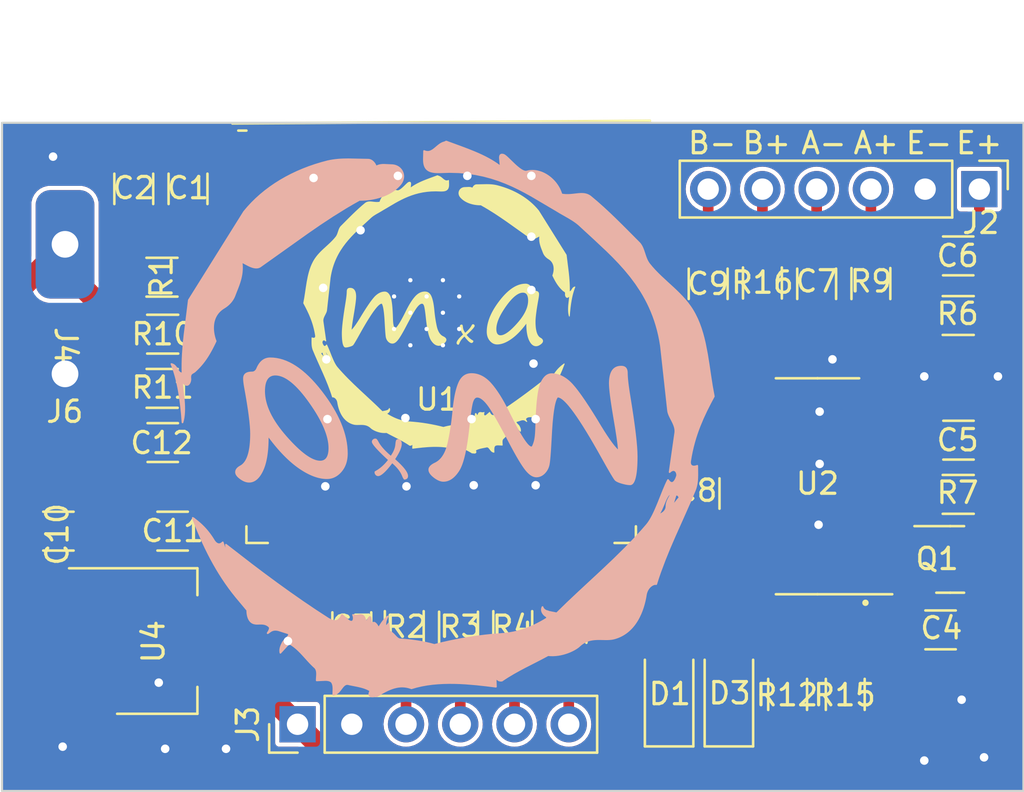
<source format=kicad_pcb>
(kicad_pcb (version 20221018) (generator pcbnew)
  (layers (0 "F.Cu" signal) (31 "B.Cu" signal) (34 "B.Paste" user) (35 "F.Paste" user) (36 "B.SilkS" user "B.Silkscreen") (37 "F.SilkS" user "F.Silkscreen") (38 "B.Mask" user) (39 "F.Mask" user) (44 "Edge.Cuts" user))
  (net 0 "")
  (net 1 "+3V3")
  (net 2 "EN")
  (net 3 "Net-(U2-VBG)")
  (net 4 "/XI")
  (net 5 "XTAL")
  (net 6 "+BATT")
  (net 9 "unconnected-(U1-RXD0{slash}IO3-Pad34)")
  (net 10 "A-")
  (net 11 "unconnected-(U1-TXD0{slash}IO1-Pad35)")
  (net 12 "MTCK")
  (net 13 "MTMS")
  (net 14 "MTDO")
  (net 15 "MTDI")
  (net 16 "Net-(U2-VFB)")
  (net 17 "E-")
  (net 18 "E+")
  (net 19 "B-")
  (net 21 "Net-(J3-Pin_3)")
  (net 22 "Net-(J3-Pin_4)")
  (net 23 "Net-(J3-Pin_5)")
  (net 24 "Net-(J3-Pin_6)")
  (net 25 "Net-(U2-INA+)")
  (net 26 "Net-(Q1-B)")
  (net 27 "A+")
  (net 28 "Net-(U2-INB+)")
  (net 29 "B+")
  (net 33 "DOUT")
  (net 34 "XTAL_EN")
  (net 39 "BATT_REF")
  (net 47 "IO22")
  (net 48 "IO23")
  (net 50 "Net-(D1-K)")
  (net 51 "Net-(D3-K)")
  (net 52 "HX711_SCK")
  (footprint "Resistor_SMD:R_1206_3216Metric_Pad1.30x1.75mm_HandSolder" (layer "F.Cu") (at 55.848 56.878 90)
    (fp_text reference "R2")
    (fp_text value "100R")
  )
  (footprint "Resistor_SMD:R_1206_3216Metric_Pad1.30x1.75mm_HandSolder" (layer "F.Cu") (at 60.928 56.878 90)
    (fp_text reference "R4")
    (fp_text value "100R")
  )
  (footprint "Resistor_SMD:R_1206_3216Metric_Pad1.30x1.75mm_HandSolder" (layer "F.Cu") (at 44.5075 45.71 180)
    (fp_text reference "R11")
    (fp_text value "330K")
  )
  (footprint "Resistor_SMD:R_1206_3216Metric_Pad1.30x1.75mm_HandSolder" (layer "F.Cu") (at 58.388 56.904 90)
    (fp_text reference "R3")
    (fp_text value "100R")
  )
  (footprint "Capacitor_SMD:C_1206_3216Metric_Pad1.33x1.80mm_HandSolder" (layer "F.Cu") (at 39.65 52.4 180)
    (fp_text reference "C10")
    (fp_text value "22uF")
  )
  (footprint "Diode_SMD:D_1206_3216Metric_Pad1.42x1.75mm_HandSolder" (layer "F.Cu") (at 68.25 60.0275 90)
    (fp_text reference "D1")
    (fp_text value "LED")
  )
  (footprint "Capacitor_SMD:C_1206_3216Metric_Pad1.33x1.80mm_HandSolder" (layer "F.Cu") (at 44.5375 48.25 180)
    (fp_text reference "C12")
    (fp_text value "100nF")
  )
  (footprint "Capacitor_SMD:C_1206_3216Metric_Pad1.33x1.80mm_HandSolder" (layer "F.Cu") (at 43.18 36.3605 90)
    (fp_text reference "C2")
    (fp_text value "10uF")
  )
  (footprint "RF_Module:ESP32-WROOM-32" (layer "F.Cu") (at 57.575 43.075)
    (fp_text reference "U1")
    (fp_text value "ESP32-WROOM-32")
  )
  (footprint "Package_TO_SOT_SMD:SOT-23" (layer "F.Cu") (at 81.4145 53.725472)
    (fp_text reference "Q1")
    (fp_text value "S9015")
  )
  (footprint "Capacitor_SMD:C_1206_3216Metric_Pad1.33x1.80mm_HandSolder" (layer "F.Cu") (at 81.8025 48.137472 180)
    (fp_text reference "C5")
    (fp_text value "0.1uF")
  )
  (footprint "Connector_PinHeader_2.54mm:PinHeader_1x06_P2.54mm_Vertical" (layer "F.Cu") (at 50.85 61.45 90)
    (fp_text reference "J3")
    (fp_text value "JTAG")
  )
  (footprint "Capacitor_SMD:C_1206_3216Metric_Pad1.33x1.80mm_HandSolder" (layer "F.Cu") (at 45 52.4 180)
    (fp_text reference "C11")
    (fp_text value "22uF")
  )
  (footprint "Capacitor_SMD:C_1206_3216Metric_Pad1.33x1.80mm_HandSolder" (layer "F.Cu") (at 75.16 40.809972 90)
    (fp_text reference "C7")
    (fp_text value "0.1uF")
  )
  (footprint "Package_SO:SOP-16_3.9x9.9mm_P1.27mm" (layer "F.Cu") (at 75.2 50.296472 180)
    (fp_text reference "U2")
    (fp_text value "HX711")
  )
  (footprint "Capacitor_SMD:C_1206_3216Metric_Pad1.33x1.80mm_HandSolder" (layer "F.Cu") (at 45.72 36.3605 90)
    (fp_text reference "C1")
    (fp_text value "0.1uF")
  )
  (footprint "Capacitor_SMD:C_1206_3216Metric_Pad1.33x1.80mm_HandSolder" (layer "F.Cu") (at 70.08 40.809972 90)
    (fp_text reference "C9")
    (fp_text value "0.1uF")
  )
  (footprint "Connector_Wire_Custom:2x5_solder_wire_pad" (layer "F.Cu") (at 40.1 45.1 -90)
    (fp_text reference "J6")
    (fp_text value "BATT-")
  )
  (footprint "Resistor_SMD:R_1206_3216Metric_Pad1.30x1.75mm_HandSolder" (layer "F.Cu") (at 44.5 40.5)
    (fp_text reference "R1")
    (fp_text value "10K")
  )
  (footprint "Resistor_SMD:R_1206_3216Metric_Pad1.30x1.75mm_HandSolder" (layer "F.Cu") (at 73.8 60.05 -90)
    (fp_text reference "R12")
    (fp_text value "330R")
  )
  (footprint "Resistor_SMD:R_1206_3216Metric_Pad1.30x1.75mm_HandSolder" (layer "F.Cu") (at 81.79 50.677472)
    (fp_text reference "R7")
    (fp_text value "8K2")
  )
  (footprint "Resistor_SMD:R_1206_3216Metric_Pad1.30x1.75mm_HandSolder" (layer "F.Cu") (at 72.62 40.771472 -90)
    (fp_text reference "R16")
    (fp_text value "1K2")
  )
  (footprint "Resistor_SMD:R_1206_3216Metric_Pad1.30x1.75mm_HandSolder" (layer "F.Cu") (at 81.79 42.295472 180)
    (fp_text reference "R6")
    (fp_text value "10K")
  )
  (footprint "Package_TO_SOT_SMD:SOT-223-3_TabPin2" (layer "F.Cu") (at 44.25 57.55)
    (fp_text reference "U4")
    (fp_text value "AMS1117-3.3")
  )
  (footprint "Connector_PinHeader_2.54mm:PinHeader_1x06_P2.54mm_Vertical" (layer "F.Cu") (at 82.78 36.373472 -90)
    (fp_text reference "J2")
    (fp_text value "Strain gauge/load cell")
  )
  (footprint "Capacitor_SMD:C_1206_3216Metric_Pad1.33x1.80mm_HandSolder" (layer "F.Cu") (at 81.79 39.501472)
    (fp_text reference "C6")
    (fp_text value "10uF")
  )
  (footprint "Capacitor_SMD:C_1206_3216Metric_Pad1.33x1.80mm_HandSolder" (layer "F.Cu") (at 80.9635 57.027472)
    (fp_text reference "C4")
    (fp_text value "10uF")
  )
  (footprint "Diode_SMD:D_1206_3216Metric_Pad1.42x1.75mm_HandSolder" (layer "F.Cu") (at 71.05 60.0275 90)
    (fp_text reference "D3")
    (fp_text value "LED")
  )
  (footprint "Connector_Wire_Custom:2x5_solder_wire_pad" (layer "F.Cu") (at 40.1 39.03 -90)
    (fp_text reference "J4")
    (fp_text value "BATT+")
  )
  (footprint "Capacitor_SMD:C_1206_3216Metric_Pad1.33x1.80mm_HandSolder" (layer "F.Cu") (at 69.7 50.6375 90)
    (fp_text reference "C8")
    (fp_text value "22pF")
  )
  (footprint "Resistor_SMD:R_1206_3216Metric_Pad1.30x1.75mm_HandSolder" (layer "F.Cu") (at 63.468 56.904 90)
    (fp_text reference "R5")
    (fp_text value "100R")
  )
  (footprint "Resistor_SMD:R_1206_3216Metric_Pad1.30x1.75mm_HandSolder" (layer "F.Cu") (at 77.7 40.797472 -90)
    (fp_text reference "R9")
    (fp_text value "1K2")
  )
  (footprint "Resistor_SMD:R_1206_3216Metric_Pad1.30x1.75mm_HandSolder" (layer "F.Cu") (at 76.5 60.05 90)
    (fp_text reference "R15")
    (fp_text value "330R")
  )
  (footprint "Resistor_SMD:R_1206_3216Metric_Pad1.30x1.75mm_HandSolder" (layer "F.Cu") (at 44.5335 43.17)
    (fp_text reference "R10")
    (fp_text value "1M")
  )
  (footprint "Capacitor_SMD:C_1206_3216Metric_Pad1.33x1.80mm_HandSolder" (layer "F.Cu") (at 53.39 56.9165 90)
    (fp_text reference "C3")
    (fp_text value "0.1uF")
  )
  (gr_poly (pts (xy 52.988307 34.978349) (xy 52.870587 34.984049) (xy 52.751946 34.992783) (xy 52.63222 35.004983) (xy 52.511248 35.021083) (xy 52.388867 35.041516) (xy 52.264915 35.066715) (xy 51.96297 35.147722) (xy 51.667362 35.238151) (xy 51.378363 35.337894) (xy 51.096242 35.446844) (xy 50.82127 35.564892) (xy 50.553719 35.69193) (xy 50.293858 35.827849) (xy 50.041958 35.972542) (xy 49.798291 36.125901) (xy 49.563126 36.287817) (xy 49.336735 36.458182) (xy 49.119387 36.636889) (xy 48.911355 36.823828) (xy 48.712907 37.018893) (xy 48.524316 37.221974) (xy 48.345852 37.432963) (xy 45.757753 41.573877) (xy 45.554424 43.209905) (xy 45.510087 43.644912) (xy 45.477014 44.090318) (xy 45.466057 44.316921) (xy 45.459541 44.546122) (xy 45.458008 44.777923) (xy 45.462001 45.012322) (xy 45.438582 45.011259) (xy 45.416781 45.008152) (xy 45.396484 45.003122) (xy 45.377575 44.996291) (xy 45.359938 44.987781) (xy 45.34346 44.977714) (xy 45.328024 44.966212) (xy 45.313516 44.953396) (xy 45.299821 44.939389) (xy 45.286823 44.924312) (xy 45.274408 44.908287) (xy 45.26246 44.891436) (xy 45.239505 44.855744) (xy 45.217039 44.818211) (xy 45.19414 44.77981) (xy 45.169888 44.741517) (xy 45.156967 44.722716) (xy 45.143362 44.704307) (xy 45.128959 44.686413) (xy 45.113642 44.669154) (xy 45.097295 44.652654) (xy 45.079805 44.637034) (xy 45.061056 44.622416) (xy 45.040933 44.608921) (xy 45.01932 44.596672) (xy 44.996103 44.58579) (xy 44.971167 44.576398) (xy 44.944396 44.568616) (xy 44.998135 44.709422) (xy 45.048519 44.854506) (xy 45.095654 45.003815) (xy 45.13965 45.157294) (xy 45.180613 45.314889) (xy 45.218653 45.476545) (xy 45.253877 45.64221) (xy 45.286393 45.811828) (xy 45.343733 46.162707) (xy 45.391539 46.52875) (xy 45.430673 46.909523) (xy 45.462001 47.304593) (xy 45.492456 47.190377) (xy 45.515005 47.070258) (xy 45.530404 46.945266) (xy 45.539413 46.816429) (xy 45.542788 46.684776) (xy 45.54129 46.551337) (xy 45.535675 46.41714) (xy 45.526701 46.283215) (xy 45.425011 45.345063) (xy 45.448951 45.381159) (xy 45.472234 45.413288) (xy 45.494854 45.441598) (xy 45.516803 45.466239) (xy 45.538074 45.487358) (xy 45.558662 45.505107) (xy 45.578559 45.519632) (xy 45.597759 45.531084) (xy 45.616254 45.539611) (xy 45.634038 45.545362) (xy 45.651105 45.548486) (xy 45.667447 45.549132) (xy 45.683057 45.54745) (xy 45.69793 45.543587) (xy 45.712058 45.537693) (xy 45.725434 45.529917) (xy 45.738052 45.520408) (xy 45.749905 45.509315) (xy 45.760986 45.496786) (xy 45.771289 45.482971) (xy 45.780806 45.468019) (xy 45.789531 45.452079) (xy 45.797457 45.435299) (xy 45.804577 45.417828) (xy 45.810885 45.399816) (xy 45.816374 45.381412) (xy 45.821037 45.362764) (xy 45.824868 45.344022) (xy 45.830003 45.306849) (xy 45.831295 45.288716) (xy 45.831727 45.271084) (xy 45.828794 45.244318) (xy 45.826904 45.219412) (xy 45.826016 45.19628) (xy 45.826089 45.174833) (xy 45.827083 45.154983) (xy 45.828957 45.136643) (xy 45.831671 45.119724) (xy 45.835183 45.104138) (xy 45.839454 45.089797) (xy 45.844443 45.076615) (xy 45.850108 45.064501) (xy 45.856411 45.053369) (xy 45.863309 45.04313) (xy 45.870762 45.033697) (xy 45.87873 45.024982) (xy 45.887172 45.016896) (xy 45.896048 45.009352) (xy 45.905316 45.002261) (xy 45.924869 44.989088) (xy 45.966902 44.964316) (xy 45.988733 44.951309) (xy 46.010673 44.936949) (xy 46.032398 44.920532) (xy 46.043078 44.911333) (xy 46.053582 44.901356) (xy 46.128153 44.831553) (xy 46.199527 44.760613) (xy 46.267975 44.688264) (xy 46.333768 44.614236) (xy 46.397177 44.538259) (xy 46.458473 44.460062) (xy 46.517927 44.379373) (xy 46.57581 44.295923) (xy 46.632392 44.20944) (xy 46.687945 44.119655) (xy 46.742739 44.026295) (xy 46.797046 43.929091) (xy 46.851135 43.827772) (xy 46.905279 43.722068) (xy 46.959748 43.611707) (xy 47.014813 43.496418) (xy 46.982001 43.403838) (xy 46.953359 43.306871) (xy 46.929591 43.206329) (xy 46.911401 43.103025) (xy 46.899494 42.99777) (xy 46.894573 42.891378) (xy 46.897343 42.78466) (xy 46.908508 42.678429) (xy 46.917459 42.62575) (xy 46.928772 42.573498) (xy 46.942536 42.521773) (xy 46.958839 42.470679) (xy 46.977769 42.420315) (xy 46.999414 42.370783) (xy 47.023861 42.322186) (xy 47.051199 42.274625) (xy 47.081517 42.228201) (xy 47.114901 42.183015) (xy 47.15144 42.13917) (xy 47.191222 42.096767) (xy 47.234335 42.055908) (xy 47.280866 42.016693) (xy 47.330905 41.979225) (xy 47.384539 41.943605) (xy 47.419599 41.921938) (xy 47.455309 41.898482) (xy 47.491452 41.873185) (xy 47.527812 41.845991) (xy 47.564172 41.816847) (xy 47.600315 41.785697) (xy 47.636025 41.752489) (xy 47.671084 41.717168) (xy 47.705276 41.679679) (xy 47.738385 41.639969) (xy 47.770194 41.597983) (xy 47.800485 41.553668) (xy 47.829042 41.506968) (xy 47.855649 41.45783) (xy 47.880089 41.4062) (xy 47.891428 41.379433) (xy 47.902144 41.352023) (xy 47.961933 41.195895) (xy 48.026924 41.031973) (xy 48.091919 40.859388) (xy 48.122793 40.769577) (xy 48.151719 40.677275) (xy 48.178045 40.582375) (xy 48.201122 40.484767) (xy 48.220301 40.384343) (xy 48.234931 40.280996) (xy 48.244362 40.174616) (xy 48.247944 40.065095) (xy 48.245028 39.952326) (xy 48.24093 39.894688) (xy 48.234964 39.836198) (xy 48.23331 39.821092) (xy 48.235177 39.810238) (xy 48.23738 39.806312) (xy 48.240403 39.803337) (xy 48.248823 39.800092) (xy 48.260277 39.800206) (xy 48.274602 39.803379) (xy 48.291634 39.809314) (xy 48.311213 39.817714) (xy 48.539981 39.937877) (xy 48.611255 39.971709) (xy 48.64811 39.987555) (xy 48.685561 40.00229) (xy 48.723446 40.015617) (xy 48.761601 40.027238) (xy 48.799864 40.036855) (xy 48.838073 40.04417) (xy 48.876066 40.048885) (xy 48.913679 40.050703) (xy 48.95075 40.049325) (xy 48.987118 40.044453) (xy 49.022618 40.03579) (xy 49.05709 40.023037) (xy 49.090369 40.005898) (xy 49.106512 39.99559) (xy 49.122295 39.984073) (xy 51.322153 38.41738) (xy 51.898111 38.020281) (xy 52.491399 37.628813) (xy 53.105481 37.246875) (xy 53.421404 37.060699) (xy 53.743824 36.878368) (xy 53.914083 36.874532) (xy 54.078168 36.863277) (xy 54.235969 36.84498) (xy 54.387378 36.820023) (xy 54.532288 36.788783) (xy 54.670591 36.751639) (xy 54.802177 36.708972) (xy 54.926939 36.661159) (xy 55.044768 36.608579) (xy 55.155556 36.551613) (xy 55.259196 36.490639) (xy 55.355578 36.426035) (xy 55.444594 36.358181) (xy 55.526137 36.287457) (xy 55.600097 36.21424) (xy 55.666368 36.138911) (xy 55.692587 36.103941) (xy 55.715828 36.068423) (xy 55.736145 36.032458) (xy 55.753593 35.996148) (xy 55.768224 35.959594) (xy 55.780093 35.922898) (xy 55.789255 35.886162) (xy 55.795764 35.849487) (xy 55.799673 35.812975) (xy 55.801036 35.776726) (xy 55.799909 35.740843) (xy 55.796345 35.705427) (xy 55.790397 35.67058) (xy 55.782121 35.636404) (xy 55.771571 35.602998) (xy 55.7588 35.570467) (xy 55.743862 35.53891) (xy 55.726812 35.508429) (xy 55.707705 35.479126) (xy 55.686593 35.451103) (xy 55.663531 35.424461) (xy 55.638573 35.399301) (xy 55.611774 35.375725) (xy 55.583187 35.353835) (xy 55.552867 35.333732) (xy 55.520868 35.315517) (xy 55.487243 35.299293) (xy 55.452048 35.28516) (xy 55.415335 35.273221) (xy 55.37716 35.263576) (xy 55.337576 35.256328) (xy 55.296638 35.251578) (xy 54.894544 35.233083) (xy 54.844529 35.234022) (xy 54.795109 35.237129) (xy 54.746448 35.242836) (xy 54.698707 35.251578) (xy 54.652048 35.263787) (xy 54.606635 35.279897) (xy 54.584446 35.289551) (xy 54.562629 35.300342) (xy 54.541204 35.312325) (xy 54.520193 35.325555) (xy 54.511976 35.297449) (xy 54.501268 35.268801) (xy 54.488179 35.239936) (xy 54.472815 35.211179) (xy 54.455287 35.182855) (xy 54.435701 35.15529) (xy 54.414166 35.128807) (xy 54.390791 35.103732) (xy 54.365684 35.08039) (xy 54.352515 35.06947) (xy 54.338954 35.059105) (xy 54.325013 35.049337) (xy 54.310708 35.040204) (xy 54.296051 35.031749) (xy 54.281055 35.024011) (xy 54.265735 35.017031) (xy 54.250104 35.01085) (xy 54.234175 35.005509) (xy 54.217963 35.001047) (xy 54.201479 34.997507) (xy 54.184739 34.994927) (xy 54.167756 34.99335) (xy 54.150543 34.992815) (xy 54.150546 34.992817) (xy 53.221631 34.974312)) (stroke (width 0.079374)) (fill solid) (layer "B.SilkS"))
  (gr_poly (pts (xy 57.736784 34.17938) (xy 57.702651 34.18758) (xy 57.669526 34.19817) (xy 57.637337 34.210939) (xy 57.606007 34.225678) (xy 57.575462 34.242177) (xy 57.545628 34.260226) (xy 57.516431 34.279616) (xy 57.487795 34.300136) (xy 57.431913 34.343727) (xy 57.377384 34.389321) (xy 57.270009 34.479805) (xy 57.21597 34.521336) (xy 57.188602 34.540439) (xy 57.160903 34.558155) (xy 57.132798 34.574272) (xy 57.104212 34.588583) (xy 57.075072 34.600875) (xy 57.045302 34.610941) (xy 57.014828 34.618569) (xy 56.983576 34.62355) (xy 56.951472 34.625674) (xy 56.91844 34.624732) (xy 56.884406 34.620513) (xy 56.849297 34.612808) (xy 56.813037 34.601406) (xy 56.775552 34.586098) (xy 56.766305 34.965074) (xy 56.766775 35.00968) (xy 56.768328 35.053311) (xy 56.771182 35.095859) (xy 56.775552 35.137216) (xy 56.781657 35.177273) (xy 56.789712 35.215923) (xy 56.799935 35.253056) (xy 56.812542 35.288566) (xy 56.823578 35.315436) (xy 56.835861 35.340626) (xy 56.849336 35.364192) (xy 56.863949 35.386187) (xy 56.879645 35.406667) (xy 56.896371 35.425684) (xy 56.914072 35.443293) (xy 56.932694 35.459548) (xy 56.952183 35.474503) (xy 56.972484 35.488213) (xy 56.993544 35.500731) (xy 57.015308 35.512113) (xy 57.037722 35.522411) (xy 57.060732 35.53168) (xy 57.084283 35.539975) (xy 57.108322 35.547349) (xy 57.157646 35.559551) (xy 57.208268 35.568721) (xy 57.259757 35.575292) (xy 57.311677 35.579697) (xy 57.363597 35.582368) (xy 57.415081 35.58374) (xy 57.515011 35.584318) (xy 57.967614 35.570131) (xy 58.397578 35.581722) (xy 58.80653 35.617143) (xy 59.196092 35.674444) (xy 59.567891 35.751674) (xy 59.92355 35.846885) (xy 60.264694 35.958127) (xy 60.592948 36.083449) (xy 60.909937 36.220903) (xy 61.217285 36.368538) (xy 61.516617 36.524405) (xy 61.809558 36.686555) (xy 62.9499 37.358985) (xy 63.10386 37.453017) (xy 63.25955 37.542712) (xy 63.569193 37.719497) (xy 63.719684 37.811785) (xy 63.79309 37.86004) (xy 63.864981 37.910137) (xy 63.93514 37.962399) (xy 64.003351 38.017152) (xy 64.069398 38.074722) (xy 64.133064 38.135432) (xy 64.733283 38.687712) (xy 65.330035 39.246921) (xy 65.621695 39.53454) (xy 65.90599 39.830391) (xy 66.180753 40.13664) (xy 66.443818 40.455454) (xy 66.693019 40.788998) (xy 66.92619 41.139441) (xy 67.036086 41.321676) (xy 67.141163 41.508948) (xy 67.241149 41.701527) (xy 67.335774 41.899685) (xy 67.424766 42.103693) (xy 67.507855 42.31382) (xy 67.58477 42.530338) (xy 67.655241 42.753518) (xy 67.718996 42.983631) (xy 67.775764 43.220947) (xy 67.825276 43.465737) (xy 67.86726 43.718272) (xy 68.2 46.75) (xy 68.204419 46.781197) (xy 68.210645 46.812407) (xy 68.218537 46.843644) (xy 68.227952 46.874922) (xy 68.250782 46.937654) (xy 68.277998 47.000711) (xy 68.308464 47.064201) (xy 68.341042 47.128234) (xy 68.407982 47.258357) (xy 68.440071 47.324665) (xy 68.469722 47.391948) (xy 68.495797 47.460315) (xy 68.507139 47.494939) (xy 68.51716 47.529874) (xy 68.525719 47.565134) (xy 68.532673 47.600733) (xy 68.537881 47.636684) (xy 68.541199 47.673001) (xy 68.542487 47.709697) (xy 68.541601 47.746786) (xy 68.538399 47.784282) (xy 68.53274 47.822197) (xy 68.273978 49.633853) (xy 68.297915 49.611296) (xy 68.321183 49.592064) (xy 68.34376 49.576014) (xy 68.365625 49.563004) (xy 68.386759 49.552892) (xy 68.407142 49.545536) (xy 68.426752 49.540794) (xy 68.44557 49.538523) (xy 68.463576 49.538581) (xy 68.480748 49.540826) (xy 68.497067 49.545116) (xy 68.512513 49.551309) (xy 68.527065 49.559262) (xy 68.540703 49.568832) (xy 68.553406 49.579879) (xy 68.565155 49.59226) (xy 68.575928 49.605832) (xy 68.585706 49.620454) (xy 68.594469 49.635983) (xy 68.602195 49.652276) (xy 68.608866 49.669193) (xy 68.614459 49.68659) (xy 68.618956 49.704325) (xy 68.622336 49.722257) (xy 68.624578 49.740242) (xy 68.625662 49.758139) (xy 68.625568 49.775806) (xy 68.624276 49.7931) (xy 68.621765 49.809879) (xy 68.618015 49.826001) (xy 68.613006 49.841324) (xy 68.606717 49.855706) (xy 68.587721 49.907544) (xy 68.574459 49.939042) (xy 68.558761 49.972383) (xy 68.54068 50.006157) (xy 68.520271 50.038957) (xy 68.497587 50.069375) (xy 68.485409 50.083251) (xy 68.472683 50.096003) (xy 68.459415 50.107455) (xy 68.445612 50.117431) (xy 68.431281 50.125756) (xy 68.416429 50.132253) (xy 68.401062 50.136746) (xy 68.385188 50.13906) (xy 68.368812 50.139017) (xy 68.351942 50.136443) (xy 68.334585 50.131161) (xy 68.316747 50.122995) (xy 68.298434 50.111769) (xy 68.279655 50.097308) (xy 68.260415 50.079434) (xy 68.240721 50.057973) (xy 68.220581 50.032747) (xy 68.2 50.003582) (xy 68.144519 50.113363) (xy 68.088873 50.23365) (xy 67.976441 50.499246) (xy 67.742473 51.085026) (xy 67.61834 51.379214) (xy 67.553919 51.520945) (xy 67.487712 51.656935) (xy 67.419557 51.78556) (xy 67.349291 51.905193) (xy 67.276753 52.014211) (xy 67.20178 52.110988) (xy 66.961911 52.386587) (xy 66.71435 52.658934) (xy 66.460075 52.928248) (xy 66.200058 53.194745) (xy 65.6667 53.720155) (xy 65.122076 54.236898) (xy 64.030223 55.251324) (xy 63.498591 55.752477) (xy 62.986888 56.251902) (xy 62.865791 56.227051) (xy 62.752924 56.205668) (xy 62.649587 56.184287) (xy 62.601899 56.172514) (xy 62.557082 56.159441) (xy 62.515298 56.144635) (xy 62.47671 56.127663) (xy 62.441481 56.108092) (xy 62.425177 56.097196) (xy 62.409773 56.085487) (xy 62.39529 56.072912) (xy 62.381749 56.059416) (xy 62.369169 56.044946) (xy 62.357572 56.029446) (xy 62.346976 56.012863) (xy 62.337404 55.995142) (xy 62.328874 55.97623) (xy 62.321407 55.956072) (xy 62.311975 55.976866) (xy 62.304424 55.997625) (xy 62.298687 56.018317) (xy 62.294697 56.038907) (xy 62.292384 56.059362) (xy 62.291683 56.079647) (xy 62.292524 56.099729) (xy 62.294842 56.119575) (xy 62.298567 56.139149) (xy 62.303632 56.158419) (xy 62.30997 56.17735) (xy 62.317512 56.195909) (xy 62.326192 56.214062) (xy 62.335941 56.231775) (xy 62.346692 56.249014) (xy 62.358377 56.265745) (xy 62.370928 56.281934) (xy 62.384278 56.297548) (xy 62.39836 56.312553) (xy 62.413104 56.326915) (xy 62.444314 56.353573) (xy 62.477365 56.377253) (xy 62.511716 56.397683) (xy 62.546827 56.414592) (xy 62.564497 56.421643) (xy 62.582155 56.427711) (xy 62.599731 56.432764) (xy 62.617159 56.436768) (xy 62.391563 56.573248) (xy 62.275625 56.639376) (xy 62.157305 56.703662) (xy 62.036386 56.765781) (xy 61.912651 56.825408) (xy 61.785884 56.882218) (xy 61.655868 56.935887) (xy 61.522386 56.986089) (xy 61.385221 57.032499) (xy 61.244158 57.074792) (xy 61.098978 57.112644) (xy 60.949465 57.145729) (xy 60.795403 57.173723) (xy 60.636575 57.1963) (xy 60.472764 57.213135) (xy 60.046416 57.246002) (xy 59.627004 57.288832) (xy 59.214526 57.341193) (xy 58.808985 57.402652) (xy 58.410378 57.472776) (xy 58.018707 57.551134) (xy 57.633972 57.637292) (xy 57.256172 57.730818) (xy 57.061998 57.678756) (xy 56.867391 57.63319) (xy 56.671917 57.593687) (xy 56.475142 57.559814) (xy 56.276633 57.53114) (xy 56.075957 57.50723) (xy 55.872681 57.487654) (xy 55.66637 57.471978) (xy 55.64925 57.471127) (xy 55.63253 57.468638) (xy 55.616175 57.464606) (xy 55.600152 57.459125) (xy 55.584428 57.45229) (xy 55.568967 57.444196) (xy 55.553737 57.434938) (xy 55.538703 57.42461) (xy 55.523831 57.413308) (xy 55.509089 57.401125) (xy 55.479854 57.374499) (xy 55.450728 57.345489) (xy 55.421439 57.314855) (xy 55.361289 57.251743) (xy 55.329887 57.220782) (xy 55.297239 57.191229) (xy 55.280363 57.177217) (xy 55.263074 57.163841) (xy 55.245337 57.151196) (xy 55.22712 57.139376) (xy 55.208388 57.128478) (xy 55.189107 57.118594) (xy 55.169244 57.10982) (xy 55.148765 57.102251) (xy 55.111777 56.732522) (xy 55.091732 56.761472) (xy 55.073176 56.786056) (xy 55.056084 56.806457) (xy 55.040426 56.822857) (xy 55.026177 56.835439) (xy 55.013309 56.844385) (xy 55.001795 56.849879) (xy 54.991608 56.852104) (xy 54.982721 56.851242) (xy 54.975107 56.847475) (xy 54.968738 56.840987) (xy 54.963589 56.831961) (xy 54.95963 56.820579) (xy 54.956837 56.807023) (xy 54.95518 56.791478) (xy 54.954634 56.774125) (xy 54.955171 56.755147) (xy 54.956764 56.734727) (xy 54.96301 56.690292) (xy 54.973156 56.642282) (xy 54.986984 56.592159) (xy 55.004278 56.541386) (xy 55.024821 56.491424) (xy 55.036243 56.467204) (xy 55.048396 56.443735) (xy 55.061253 56.421201) (xy 55.074787 56.399783) (xy 55.028367 56.440947) (xy 54.985957 56.481245) (xy 54.947232 56.520675) (xy 54.911865 56.559238) (xy 54.879533 56.596935) (xy 54.84991 56.633764) (xy 54.822671 56.669727) (xy 54.797491 56.704822) (xy 54.752007 56.772413) (xy 54.710858 56.836535) (xy 54.671443 56.89719) (xy 54.651572 56.926217) (xy 54.63116 56.954377) (xy 54.630312 56.943151) (xy 54.627839 56.930408) (xy 54.618452 56.901238) (xy 54.603866 56.868601) (xy 54.584948 56.83423) (xy 54.562563 56.799858) (xy 54.537579 56.767218) (xy 54.51086 56.738044) (xy 54.497122 56.725298) (xy 54.483275 56.714068) (xy 54.469428 56.704572) (xy 54.455688 56.697024) (xy 54.442166 56.691643) (xy 54.428967 56.688645) (xy 54.416202 56.688247) (xy 54.403978 56.690664) (xy 54.392403 56.696114) (xy 54.381587 56.704814) (xy 54.371636 56.71698) (xy 54.36266 56.732828) (xy 54.354766 56.752576) (xy 54.348064 56.77644) (xy 54.342661 56.804636) (xy 54.338665 56.837382) (xy 54.336185 56.874893) (xy 54.335329 56.917388) (xy 54.261431 56.436772) (xy 54.251248 56.43142) (xy 54.24147 56.429067) (xy 54.232071 56.429464) (xy 54.223024 56.432358) (xy 54.214301 56.437501) (xy 54.205876 56.444641) (xy 54.197722 56.453528) (xy 54.189811 56.463912) (xy 54.174612 56.488165) (xy 54.160061 56.515399) (xy 54.13204 56.570786) (xy 54.118136 56.594932) (xy 54.111116 56.605241) (xy 54.104015 56.614041) (xy 54.096805 56.62108) (xy 54.08946 56.626108) (xy 54.081951 56.628874) (xy 54.074254 56.629129) (xy 54.066339 56.626621) (xy 54.05818 56.6211) (xy 54.04975 56.612315) (xy 54.041023 56.600017) (xy 54.03197 56.583954) (xy 54.022564 56.563875) (xy 54.01278 56.539532) (xy 54.002589 56.510672) (xy 53.991872 56.481181) (xy 53.980524 56.45498) (xy 53.968568 56.431893) (xy 53.956022 56.411744) (xy 53.942907 56.394356) (xy 53.929243 56.379555) (xy 53.915052 56.367163) (xy 53.900352 56.357005) (xy 53.885164 56.348905) (xy 53.86951 56.342687) (xy 53.853408 56.338175) (xy 53.83688 56.335193) (xy 53.819945 56.333565) (xy 53.802624 56.333115) (xy 53.784937 56.333666) (xy 53.766905 56.335044) (xy 53.729886 56.339573) (xy 53.69173 56.345294) (xy 53.652597 56.350799) (xy 53.612653 56.35468) (xy 53.592426 56.355571) (xy 53.572058 56.355529) (xy 53.551567 56.354377) (xy 53.530975 56.351938) (xy 53.510302 56.348038) (xy 53.489567 56.3425) (xy 53.468792 56.335148) (xy 53.447997 56.325806) (xy 53.454604 56.340084) (xy 53.46054 56.355113) (xy 53.47032 56.386967) (xy 53.477175 56.420447) (xy 53.480942 56.454632) (xy 53.481459 56.488601) (xy 53.480448 56.505216) (xy 53.478564 56.521433) (xy 53.475786 56.537135) (xy 53.472094 56.552208) (xy 53.467468 56.566536) (xy 53.461887 56.580004) (xy 53.455331 56.592498) (xy 53.447781 56.603901) (xy 53.439215 56.6141) (xy 53.429613 56.622978) (xy 53.418955 56.630421) (xy 53.407221 56.636314) (xy 53.39439 56.640541) (xy 53.380443 56.642988) (xy 53.365358 56.643538) (xy 53.349116 56.642079) (xy 53.331697 56.638493) (xy 53.313079 56.632666) (xy 53.293243 56.624483) (xy 53.272168 56.613829) (xy 53.249835 56.600588) (xy 53.226222 56.584646) (xy 52.930391 56.325806) (xy 52.912743 56.365584) (xy 52.894493 56.401815) (xy 52.875687 56.434634) (xy 52.856375 56.464176) (xy 52.836602 56.490576) (xy 52.816416 56.51397) (xy 52.795864 56.534494) (xy 52.774995 56.552282) (xy 52.753855 56.567471) (xy 52.732491 56.580195) (xy 52.710952 56.59059) (xy 52.689284 56.598791) (xy 52.667535 56.604935) (xy 52.645752 56.609155) (xy 52.623983 56.611588) (xy 52.602275 56.612369) (xy 52.580675 56.611633) (xy 52.559231 56.609516) (xy 52.53799 56.606153) (xy 52.517 56.60168) (xy 52.47596 56.589944) (xy 52.43649 56.57539) (xy 52.39897 56.559103) (xy 52.363779 56.542166) (xy 52.3019 56.510672) (xy 51.691998 56.114163) (xy 51.082963 55.702491) (xy 50.475662 55.27782) (xy 49.870962 54.842317) (xy 49.269729 54.398149) (xy 48.672831 53.947482) (xy 47.495506 53.035316) (xy 47.532493 53.515931) (xy 47.34763 52.924348) (xy 47.330408 52.940716) (xy 47.31341 52.955201) (xy 47.296642 52.967873) (xy 47.280111 52.978797) (xy 47.263824 52.988043) (xy 47.247788 52.995678) (xy 47.232008 53.001769) (xy 47.216493 53.006385) (xy 47.201249 53.009593) (xy 47.186282 53.01146) (xy 47.1716 53.012054) (xy 47.157208 53.011444) (xy 47.143114 53.009696) (xy 47.129325 53.006879) (xy 47.115848 53.00306) (xy 47.102688 52.998306) (xy 47.089854 52.992687) (xy 47.07735 52.986268) (xy 47.065186 52.979119) (xy 47.053366 52.971306) (xy 47.03079 52.95396) (xy 47.009674 52.934774) (xy 46.990075 52.914288) (xy 46.972045 52.893045) (xy 46.955639 52.871585) (xy 46.940911 52.85045) (xy 46.898421 52.781135) (xy 46.854036 52.711874) (xy 46.807593 52.642722) (xy 46.758931 52.573732) (xy 46.707886 52.504959) (xy 46.654296 52.436456) (xy 46.597997 52.368279) (xy 46.538828 52.300481) (xy 46.476626 52.233117) (xy 46.411228 52.16624) (xy 46.342471 52.099905) (xy 46.270193 52.034166) (xy 46.194231 51.969077) (xy 46.114422 51.904693) (xy 46.030604 51.841067) (xy 45.942614 51.778253) (xy 46.169799 52.359049) (xy 46.408247 52.909949) (xy 46.531965 53.174594) (xy 46.658824 53.432253) (xy 46.788933 53.683089) (xy 46.922398 53.927262) (xy 47.05933 54.164937) (xy 47.199836 54.396274) (xy 47.344024 54.621438) (xy 47.492003 54.840589) (xy 47.643882 55.053891) (xy 47.799768 55.261506) (xy 47.95977 55.463597) (xy 48.123997 55.660325) (xy 48.493724 56.104031) (xy 48.494627 56.153339) (xy 48.49748 56.203838) (xy 48.5025 56.254986) (xy 48.509904 56.30624) (xy 48.519907 56.357061) (xy 48.532727 56.406906) (xy 48.54858 56.455233) (xy 48.567682 56.501501) (xy 48.59025 56.545168) (xy 48.602901 56.565857) (xy 48.6165 56.585692) (xy 48.631073 56.604607) (xy 48.646649 56.622533) (xy 48.663253 56.639403) (xy 48.680913 56.655149) (xy 48.699656 56.669702) (xy 48.719509 56.682997) (xy 48.740499 56.694964) (xy 48.762653 56.705536) (xy 48.785999 56.714646) (xy 48.810562 56.722225) (xy 48.836371 56.728206) (xy 48.863452 56.732522) (xy 48.877743 56.735571) (xy 48.892859 56.737841) (xy 48.925408 56.740397) (xy 48.960774 56.740893) (xy 48.998632 56.740035) (xy 49.080523 56.73707) (xy 49.123906 56.736372) (xy 49.168481 56.737136) (xy 49.213921 56.740067) (xy 49.259902 56.745868) (xy 49.282994 56.750066) (xy 49.306099 56.755245) (xy 49.329176 56.761493) (xy 49.352186 56.7689) (xy 49.375086 56.777552) (xy 49.397838 56.787539) (xy 49.420399 56.798947) (xy 49.44273 56.811865) (xy 49.464789 56.826381) (xy 49.486537 56.842584) (xy 49.507932 56.86056) (xy 49.528933 56.880398) (xy 49.537956 56.894675) (xy 49.544372 56.909696) (xy 49.548392 56.925341) (xy 49.550225 56.941487) (xy 49.550082 56.958012) (xy 49.548172 56.974795) (xy 49.544705 56.991714) (xy 49.539892 57.008646) (xy 49.533941 57.02547) (xy 49.527062 57.042064) (xy 49.511364 57.074075) (xy 49.494474 57.103703) (xy 49.478073 57.129973) (xy 49.453452 57.168541) (xy 49.44859 57.178888) (xy 49.448755 57.1814) (xy 49.450932 57.181977) (xy 49.455329 57.180495) (xy 49.462157 57.176833) (xy 49.483944 57.162481) (xy 49.565921 57.102253) (xy 49.590188 57.085991) (xy 49.614462 57.071806) (xy 49.638749 57.059613) (xy 49.663055 57.049321) (xy 49.687389 57.040844) (xy 49.711756 57.034093) (xy 49.736163 57.028981) (xy 49.760618 57.025419) (xy 49.785126 57.023319) (xy 49.809696 57.022594) (xy 49.834332 57.023155) (xy 49.859044 57.024915) (xy 49.908716 57.031677) (xy 49.958768 57.042176) (xy 50.379355 57.17623) (xy 50.398448 57.183592) (xy 50.414237 57.191779) (xy 50.426884 57.200751) (xy 50.436553 57.210467) (xy 50.443405 57.220887) (xy 50.447603 57.23197) (xy 50.44931 57.243675) (xy 50.448688 57.255962) (xy 50.445899 57.26879) (xy 50.441107 57.282119) (xy 50.434472 57.295908) (xy 50.426159 57.310116) (xy 50.416329 57.324704) (xy 50.405145 57.339629) (xy 50.379365 57.370332) (xy 50.350118 57.401902) (xy 50.318704 57.434013) (xy 50.254574 57.498558) (xy 50.224458 57.530344) (xy 50.197374 57.561372) (xy 50.185375 57.5765) (xy 50.174622 57.591318) (xy 50.165277 57.605783) (xy 50.157502 57.619856) (xy 50.129981 57.675382) (xy 50.103764 57.731342) (xy 50.091551 57.759621) (xy 50.080151 57.788171) (xy 50.069725 57.817047) (xy 50.060437 57.846303) (xy 50.052448 57.875994) (xy 50.045921 57.906173) (xy 50.041018 57.936895) (xy 50.037901 57.968215) (xy 50.036732 58.000186) (xy 50.037674 58.032862) (xy 50.040889 58.0663) (xy 50.046538 58.100551) (xy 50.453254 57.656845) (xy 50.49778 57.681751) (xy 50.541276 57.707896) (xy 50.625401 57.763657) (xy 50.70606 57.823641) (xy 50.783688 57.887361) (xy 50.858718 57.95433) (xy 50.931583 58.02406) (xy 51.002715 58.096064) (xy 51.072548 58.169855) (xy 51.347552 58.473142) (xy 51.417386 58.548557) (xy 51.48852 58.622835) (xy 51.561386 58.695489) (xy 51.636419 58.766032) (xy 51.653002 58.780216) (xy 51.668129 58.795023) (xy 51.681861 58.810426) (xy 51.694259 58.826398) (xy 51.705385 58.842911) (xy 51.715299 58.85994) (xy 51.724061 58.877455) (xy 51.731734 58.895432) (xy 51.738378 58.913841) (xy 51.744053 58.932657) (xy 51.748821 58.951852) (xy 51.752743 58.971399) (xy 51.758291 59.011441) (xy 51.761186 59.052565) (xy 51.761914 59.094556) (xy 51.760963 59.137196) (xy 51.755976 59.223555) (xy 51.750123 59.309909) (xy 51.748091 59.352542) (xy 51.747305 59.394523) (xy 52.140152 59.376028) (xy 52.186249 59.376967) (xy 52.230774 59.380074) (xy 52.273457 59.385781) (xy 52.314028 59.394522) (xy 52.352216 59.406731) (xy 52.370332 59.414272) (xy 52.38775 59.422842) (xy 52.404438 59.432495) (xy 52.42036 59.443287) (xy 52.435484 59.45527) (xy 52.449774 59.4685) (xy 52.459743 59.482578) (xy 52.468879 59.497076) (xy 52.477217 59.51198) (xy 52.48479 59.527277) (xy 52.491633 59.542953) (xy 52.497778 59.558995) (xy 52.508114 59.592122) (xy 52.516068 59.626549) (xy 52.521911 59.662168) (xy 52.525914 59.698872) (xy 52.528346 59.73655) (xy 52.529479 59.775095) (xy 52.529583 59.814399) (xy 52.527787 59.894849) (xy 52.525122 59.977033) (xy 52.523753 60.060084) (xy 52.557459 60.055136) (xy 52.589331 60.047372) (xy 52.619483 60.037008) (xy 52.648031 60.024261) (xy 52.675089 60.009348) (xy 52.700774 59.992485) (xy 52.725199 59.973889) (xy 52.748479 59.953777) (xy 52.770731 59.932365) (xy 52.792068 59.909869) (xy 52.832462 59.862496) (xy 52.907342 59.764282) (xy 52.943671 59.716908) (xy 52.980485 59.673) (xy 52.999362 59.652888) (xy 53.018706 59.634291) (xy 53.038632 59.617428) (xy 53.059255 59.602515) (xy 53.080689 59.589767) (xy 53.103051 59.579403) (xy 53.126455 59.571638) (xy 53.151016 59.566689) (xy 53.176848 59.564773) (xy 53.204069 59.566107) (xy 53.232791 59.570906) (xy 53.263131 59.579389) (xy 53.389426 59.605754) (xy 53.517889 59.630813) (xy 53.647221 59.656736) (xy 53.776122 59.685691) (xy 53.840005 59.701984) (xy 53.903293 59.719848) (xy 53.965824 59.739554) (xy 54.027435 59.761375) (xy 54.087963 59.785581) (xy 54.147247 59.812442) (xy 54.205123 59.842231) (xy 54.26143 59.875218) (xy 54.24297 59.914789) (xy 54.229004 59.950433) (xy 54.219264 59.98234) (xy 54.213477 60.010698) (xy 54.211373 60.035699) (xy 54.212681 60.057531) (xy 54.21713 60.076383) (xy 54.22445 60.092447) (xy 54.23437 60.10591) (xy 54.246619 60.116963) (xy 54.260926 60.125795) (xy 54.27702 60.132596) (xy 54.29463 60.137555) (xy 54.313486 60.140862) (xy 54.333318 60.142707) (xy 54.353853 60.143278) (xy 54.395952 60.14136) (xy 54.437617 60.136625) (xy 54.510981 60.12477) (xy 54.538347 60.120683) (xy 54.556613 60.119845) (xy 54.561657 60.121118) (xy 54.563614 60.123772) (xy 54.562212 60.127996) (xy 54.557181 60.133981) (xy 54.762047 60.013462) (xy 54.862557 59.95729) (xy 54.962145 59.904638) (xy 55.061083 59.856102) (xy 55.159642 59.812277) (xy 55.258092 59.773759) (xy 55.356706 59.741144) (xy 55.455752 59.715029) (xy 55.555503 59.696009) (xy 55.656229 59.684679) (xy 55.707043 59.682085) (xy 55.758202 59.681636) (xy 55.80974 59.683409) (xy 55.861691 59.687477) (xy 55.914089 59.693914) (xy 55.966969 59.702795) (xy 56.020362 59.714195) (xy 56.074305 59.728188) (xy 56.12883 59.744849) (xy 56.183971 59.764252) (xy 56.422965 59.694772) (xy 56.667861 59.638236) (xy 56.917631 59.593724) (xy 57.171247 59.560316) (xy 57.427678 59.53709) (xy 57.685896 59.523126) (xy 57.944873 59.517503) (xy 58.203579 59.519301) (xy 58.460986 59.5276) (xy 58.716064 59.541477) (xy 59.21512 59.582288) (xy 59.692516 59.634369) (xy 60.140021 59.690355) (xy 60.130774 59.431543) (xy 60.131243 59.404715) (xy 60.132796 59.379837) (xy 60.13565 59.357125) (xy 60.140021 59.336796) (xy 60.146125 59.319066) (xy 60.149895 59.311244) (xy 60.15418 59.304152) (xy 60.159007 59.297819) (xy 60.164403 59.292271) (xy 60.170395 59.287535) (xy 60.17701 59.283639) (xy 60.184366 59.300222) (xy 60.192513 59.315349) (xy 60.201378 59.329081) (xy 60.210885 59.34148) (xy 60.220961 59.352605) (xy 60.23153 59.362519) (xy 60.242519 59.371282) (xy 60.253852 59.378954) (xy 60.265456 59.385598) (xy 60.277256 59.391273) (xy 60.289178 59.396041) (xy 60.301147 59.399963) (xy 60.313088 59.403099) (xy 60.324928 59.405511) (xy 60.348004 59.408406) (xy 60.369779 59.409134) (xy 60.389659 59.408184) (xy 60.407048 59.406042) (xy 60.421349 59.403196) (xy 60.431968 59.400134) (xy 60.438308 59.397343) (xy 60.439688 59.396202) (xy 60.439775 59.395311) (xy 60.438495 59.394732) (xy 60.435773 59.394525) (xy 60.567495 59.306503) (xy 60.699271 59.222379) (xy 60.963202 59.064092) (xy 61.228001 58.916201) (xy 61.494099 58.775242) (xy 62.031932 58.500262) (xy 62.304533 58.359314) (xy 62.580168 58.211442) (xy 62.704413 58.220681) (xy 62.827198 58.221198) (xy 62.947926 58.213807) (xy 63.066001 58.199318) (xy 63.180827 58.178546) (xy 63.291809 58.152303) (xy 63.398351 58.121402) (xy 63.499856 58.086654) (xy 63.595729 58.048873) (xy 63.685374 58.008871) (xy 63.768194 57.967462) (xy 63.843595 57.925457) (xy 63.910981 57.883669) (xy 63.969754 57.84291) (xy 64.01932 57.803995) (xy 64.059082 57.767734) (xy 64.107819 57.724809) (xy 64.156955 57.686013) (xy 64.206457 57.651143) (xy 64.25629 57.619996) (xy 64.306422 57.592369) (xy 64.356818 57.56806) (xy 64.407444 57.546864) (xy 64.458267 57.528578) (xy 64.509252 57.513001) (xy 64.560366 57.499928) (xy 64.662844 57.480484) (xy 64.76543 57.468622) (xy 64.867854 57.462717) (xy 64.969845 57.461145) (xy 65.071131 57.462281) (xy 65.270506 57.46618) (xy 65.368054 57.465694) (xy 65.463813 57.461418) (xy 65.557514 57.451727) (xy 65.648884 57.434997) (xy 65.743998 57.408383) (xy 65.835286 57.377212) (xy 65.922825 57.341696) (xy 66.006687 57.302044) (xy 66.086949 57.258465) (xy 66.163683 57.21117) (xy 66.236964 57.160368) (xy 66.306868 57.10627) (xy 66.373468 57.049085) (xy 66.43684 56.989023) (xy 66.497056 56.926294) (xy 66.554193 56.861107) (xy 66.608324 56.793674) (xy 66.659523 56.724203) (xy 66.707866 56.652904) (xy 66.753427 56.579988) (xy 66.79628 56.505664) (xy 66.8365 56.430142) (xy 66.909338 56.276344) (xy 66.972536 56.120272) (xy 67.02669 55.963606) (xy 67.072397 55.808025) (xy 67.110252 55.655207) (xy 67.14085 55.506831) (xy 67.164788 55.364578) (xy 67.172361 55.330565) (xy 67.181158 55.297844) (xy 67.191107 55.266411) (xy 67.202131 55.236256) (xy 67.214157 55.207375) (xy 67.22711 55.179759) (xy 67.240916 55.153403) (xy 67.2555 55.128299) (xy 67.270788 55.104441) (xy 67.286705 55.081822) (xy 67.303177 55.060434) (xy 67.32013 55.040272) (xy 67.337488 55.021329) (xy 67.355178 55.003597) (xy 67.391255 54.971741) (xy 67.427764 54.94465) (xy 67.46411 54.92227) (xy 67.499697 54.904547) (xy 67.53393 54.891427) (xy 67.566213 54.882854) (xy 67.59595 54.878776) (xy 67.609677 54.878404) (xy 67.622545 54.879136) (xy 67.634479 54.880965) (xy 67.645403 54.883882) (xy 67.738453 54.594418) (xy 67.836973 54.308148) (xy 68.048043 53.744111) (xy 68.273847 53.189604) (xy 68.509619 52.642462) (xy 68.992 51.561604) (xy 69.229078 51.023555) (xy 69.313938 50.822795) (xy 68.725862 50.822795) (xy 68.725051 50.834192) (xy 68.722547 50.845236) (xy 68.718235 50.855807) (xy 68.712002 50.865782) (xy 68.703731 50.875039) (xy 68.693307 50.883457) (xy 68.680616 50.890914) (xy 68.384865 51.260644) (xy 68.53274 50.779949) (xy 68.536838 50.760538) (xy 68.542121 50.743822) (xy 68.548473 50.729679) (xy 68.555779 50.717986) (xy 68.563925 50.708623) (xy 68.572794 50.701467) (xy 68.582273 50.696397) (xy 68.592245 50.69329) (xy 68.602597 50.692024) (xy 68.613212 50.692479) (xy 68.623977 50.694531) (xy 68.634774 50.698059) (xy 68.645491 50.702942) (xy 68.656011 50.709056) (xy 68.66622 50.716282) (xy 68.676002 50.724495) (xy 68.685243 50.733576) (xy 68.693827 50.743401) (xy 68.701639 50.753849) (xy 68.708564 50.764798) (xy 68.714488 50.776127) (xy 68.719295 50.787712) (xy 68.722869 50.799434) (xy 68.725097 50.811169) (xy 68.725862 50.822795) (xy 69.313938 50.822795) (xy 69.378921 50.669061) (xy 68.347876 50.669061) (xy 68.306507 50.738385) (xy 68.266431 50.807709) (xy 68.228951 50.877034) (xy 68.21159 50.911696) (xy 68.195367 50.946358) (xy 68.180443 50.98102) (xy 68.166981 51.015682) (xy 68.155144 51.050344) (xy 68.145094 51.085006) (xy 68.136994 51.119668) (xy 68.131007 51.15433) (xy 68.127296 51.188992) (xy 68.126023 51.223654) (xy 68.125381 51.247491) (xy 68.123486 51.270481) (xy 68.120386 51.292644) (xy 68.116129 51.314002) (xy 68.110761 51.334574) (xy 68.104331 51.35438) (xy 68.096885 51.373442) (xy 68.088471 51.391778) (xy 68.079136 51.409411) (xy 68.068928 51.426359) (xy 68.057895 51.442644) (xy 68.046083 51.458285) (xy 68.033539 51.473303) (xy 68.020313 51.487718) (xy 68.00645 51.501551) (xy 67.991998 51.514822) (xy 67.961518 51.539758) (xy 67.929252 51.56269) (xy 67.895579 51.583779) (xy 67.860878 51.603189) (xy 67.825529 51.621081) (xy 67.789911 51.637619) (xy 67.754403 51.652965) (xy 67.719385 51.667281) (xy 67.766662 51.606113) (xy 67.81161 51.534925) (xy 67.854498 51.455828) (xy 67.895598 51.370935) (xy 67.973517 51.192211) (xy 68.047531 51.015653) (xy 68.083751 50.933467) (xy 68.119807 50.858159) (xy 68.155971 50.791843) (xy 68.192513 50.73663) (xy 68.21101 50.713847) (xy 68.229703 50.694633) (xy 68.248627 50.67925) (xy 68.267814 50.667964) (xy 68.287298 50.661038) (xy 68.307114 50.658736) (xy 68.327295 50.661322) (xy 68.347876 50.669061) (xy 69.378921 50.669061) (xy 69.457058 50.484206) (xy 69.482673 50.414873) (xy 69.50428 50.345485) (xy 69.522203 50.27599) (xy 69.53677 50.206331) (xy 69.548303 50.136457) (xy 69.557128 50.066311) (xy 69.563571 49.99584) (xy 69.567955 49.924989) (xy 69.571851 49.781934) (xy 69.571414 49.636712) (xy 69.567945 49.338031) (xy 69.533337 49.350574) (xy 69.499054 49.360355) (xy 69.465421 49.36721) (xy 69.44895 49.369489) (xy 69.432763 49.370977) (xy 69.416902 49.371652) (xy 69.401405 49.371494) (xy 69.386315 49.370483) (xy 69.371672 49.368598) (xy 69.357516 49.36582) (xy 69.343889 49.362129) (xy 69.33083 49.357502) (xy 69.31838 49.351922) (xy 69.306581 49.345366) (xy 69.295472 49.337815) (xy 69.285094 49.329249) (xy 69.275488 49.319647) (xy 69.266694 49.30899) (xy 69.258754 49.297256) (xy 69.251707 49.284425) (xy 69.245595 49.270478) (xy 69.240457 49.255393) (xy 69.236335 49.239151) (xy 69.23327 49.221731) (xy 69.231301 49.203114) (xy 69.230469 49.183278) (xy 69.230816 49.162203) (xy 69.232381 49.13987) (xy 69.235205 49.116257) (xy 69.272846 48.890894) (xy 69.316227 48.672085) (xy 69.365023 48.459448) (xy 69.41891 48.252607) (xy 69.477562 48.051181) (xy 69.540655 47.854792) (xy 69.607864 47.663061) (xy 69.678865 47.475608) (xy 69.830942 47.11202) (xy 69.994288 46.760998) (xy 70.166305 46.419509) (xy 70.344395 46.08452) (xy 70.256216 45.603878) (xy 70.179741 45.10937) (xy 70.105872 44.607928) (xy 70.025506 44.106485) (xy 69.929543 43.611974) (xy 69.872868 43.369485) (xy 69.808882 43.131327) (xy 69.736445 42.89837) (xy 69.654422 42.671477) (xy 69.561673 42.451518) (xy 69.457062 42.239357) (xy 69.407259 42.147157) (xy 69.354992 42.057623) (xy 69.300396 41.970608) (xy 69.243606 41.885961) (xy 69.123987 41.723179) (xy 68.997219 41.568086) (xy 68.864385 41.419491) (xy 68.726567 41.276202) (xy 68.584851 41.137029) (xy 68.440318 41.000779) (xy 68.147136 40.732288) (xy 67.85569 40.461199) (xy 67.713326 40.321703) (xy 67.574645 40.177983) (xy 67.440731 40.028849) (xy 67.312667 39.873109) (xy 67.273561 39.816418) (xy 67.239005 39.757506) (xy 67.208348 39.696752) (xy 67.180942 39.634535) (xy 67.156135 39.571234) (xy 67.133278 39.507229) (xy 67.090814 39.378623) (xy 67.04835 39.25175) (xy 67.025493 39.189912) (xy 67.000686 39.129646) (xy 66.973279 39.07133) (xy 66.942623 39.015343) (xy 66.908067 38.962066) (xy 66.889123 38.936562) (xy 66.868961 38.911878) (xy 66.313213 38.352661) (xy 66.033174 38.072186) (xy 65.750537 37.793444) (xy 65.464436 37.518171) (xy 65.174006 37.248099) (xy 64.878379 36.984962) (xy 64.57669 36.730494) (xy 64.54181 36.70447) (xy 64.506491 36.681729) (xy 64.470725 36.662088) (xy 64.434506 36.645365) (xy 64.397826 36.631376) (xy 64.360679 36.619939) (xy 64.323059 36.610872) (xy 64.284959 36.603991) (xy 64.246371 36.599114) (xy 64.207288 36.596058) (xy 64.127615 36.594678) (xy 64.045883 36.598388) (xy 63.96204 36.605726) (xy 63.7878 36.625441) (xy 63.697294 36.634892) (xy 63.604459 36.642124) (xy 63.509241 36.645673) (xy 63.411585 36.644078) (xy 63.361826 36.640895) (xy 63.311436 36.635877) (xy 63.260411 36.628842) (xy 63.208742 36.619607) (xy 63.189804 36.557456) (xy 63.167725 36.495867) (xy 63.142613 36.434968) (xy 63.114576 36.374888) (xy 63.083723 36.315756) (xy 63.050163 36.2577) (xy 63.014002 36.200848) (xy 62.97535 36.14533) (xy 62.934316 36.091275) (xy 62.891006 36.03881) (xy 62.845531 35.988064) (xy 62.797997 35.939166) (xy 62.748513 35.892246) (xy 62.697188 35.84743) (xy 62.644131 35.804848) (xy 62.589448 35.764629) (xy 62.533249 35.726902) (xy 62.475642 35.691794) (xy 62.416735 35.659434) (xy 62.356636 35.629952) (xy 62.295455 35.603476) (xy 62.233298 35.580134) (xy 62.170276 35.560055) (xy 62.106495 35.543368) (xy 62.042064 35.530201) (xy 61.977091 35.520683) (xy 61.911686 35.514943) (xy 61.845955 35.513109) (xy 61.780008 35.51531) (xy 61.713953 35.521675) (xy 61.647898 35.532332) (xy 61.581951 35.54741) (xy 61.553379 35.551901) (xy 61.523202 35.551694) (xy 61.491549 35.547072) (xy 61.458549 35.538321) (xy 61.42433 35.525724) (xy 61.389021 35.509565) (xy 61.35275 35.49013) (xy 61.315646 35.467702) (xy 61.239455 35.415007) (xy 61.161476 35.353753) (xy 61.082737 35.286216) (xy 61.00427 35.21467) (xy 60.713684 34.933896) (xy 60.652005 34.876428) (xy 60.59677 34.8286) (xy 60.54901 34.792687) (xy 60.528255 34.77991) (xy 60.509753 34.770964) (xy 60.483308 34.762064) (xy 60.459354 34.756075) (xy 60.437783 34.752874) (xy 60.418486 34.752341) (xy 60.401356 34.754352) (xy 60.386283 34.758787) (xy 60.373159 34.765523) (xy 60.361877 34.774439) (xy 60.352328 34.785412) (xy 60.344404 34.798322) (xy 60.337996 34.813046) (xy 60.332995 34.829461) (xy 60.329295 34.847448) (xy 60.326786 34.866883) (xy 60.32536 34.887645) (xy 60.324908 34.909612) (xy 60.361877 35.325557) (xy 60.227212 35.224532) (xy 60.086968 35.12914) (xy 59.941633 35.038947) (xy 59.791693 34.953521) (xy 59.637637 34.872428) (xy 59.479952 34.795234) (xy 59.319126 34.721506) (xy 59.155645 34.65081) (xy 58.822673 34.516781) (xy 58.484935 34.389681) (xy 57.810765 34.142393) (xy 57.810762 34.142391)) (stroke (width 0.079374)) (fill solid) (layer "B.SilkS"))
  (gr_poly (pts (xy 54.476189 48.062548) (xy 54.469304 48.063057) (xy 54.462479 48.063905) (xy 54.455715 48.065092) (xy 54.449011 48.066618) (xy 54.442367 48.068483) (xy 54.435785 48.070687) (xy 54.429262 48.073231) (xy 54.422801 48.076113) (xy 54.4164 48.079335) (xy 54.410059 48.082896) (xy 54.403779 48.086796) (xy 54.39756 48.091035) (xy 54.391401 48.095613) (xy 54.385303 48.10053) (xy 54.379266 48.105786) (xy 54.373258 48.111303) (xy 54.367638 48.117001) (xy 54.362406 48.122882) (xy 54.357561 48.128944) (xy 54.353104 48.135187) (xy 54.349035 48.141612) (xy 54.345353 48.148219) (xy 54.342058 48.155008) (xy 54.339152 48.161978) (xy 54.336633 48.16913) (xy 54.334501 48.176464) (xy 54.332757 48.183979) (xy 54.331401 48.191676) (xy 54.330432 48.199555) (xy 54.32985 48.207616) (xy 54.329657 48.215858) (xy 54.330392 48.226074) (xy 54.3326 48.237344) (xy 54.336279 48.249667) (xy 54.341429 48.263045) (xy 54.348051 48.277476) (xy 54.356145 48.29296) (xy 54.376747 48.327091) (xy 54.403235 48.365437) (xy 54.435609 48.407997) (xy 54.47387 48.454772) (xy 54.518017 48.505762) (xy 54.56805 48.560967) (xy 54.62397 48.620387) (xy 54.685776 48.684022) (xy 54.753468 48.751871) (xy 54.827046 48.823936) (xy 54.906511 48.900215) (xy 54.991862 48.980709) (xy 55.083099 49.065418) (xy 55.050603 49.10624) (xy 55.017841 49.145767) (xy 54.984813 49.183997) (xy 54.951517 49.220932) (xy 54.917956 49.25657) (xy 54.884128 49.290913) (xy 54.850034 49.323959) (xy 54.815673 49.35571) (xy 54.781046 49.386165) (xy 54.746152 49.415324) (xy 54.710992 49.443187) (xy 54.675565 49.469754) (xy 54.639872 49.495024) (xy 54.603912 49.519) (xy 54.567686 49.541679) (xy 54.531194 49.563062) (xy 54.51356 49.573235) (xy 54.496314 49.583603) (xy 54.479454 49.594164) (xy 54.471169 49.599518) (xy 54.462981 49.60492) (xy 54.462231 49.606724) (xy 54.461529 49.60865) (xy 54.460875 49.610697) (xy 54.46027 49.612865) (xy 54.459713 49.615154) (xy 54.459204 49.617564) (xy 54.458744 49.620096) (xy 54.458333 49.622748) (xy 54.457969 49.625522) (xy 54.457655 49.628417) (xy 54.457388 49.631432) (xy 54.457171 49.634569) (xy 54.457001 49.637827) (xy 54.45688 49.641207) (xy 54.456807 49.644707) (xy 54.456783 49.648328) (xy 54.456977 49.656606) (xy 54.457558 49.664776) (xy 54.458527 49.672836) (xy 54.459884 49.680787) (xy 54.461628 49.68863) (xy 54.463759 49.696363) (xy 54.466278 49.703987) (xy 54.469185 49.711503) (xy 54.47248 49.718909) (xy 54.476161 49.726206) (xy 54.480231 49.733394) (xy 54.484688 49.740474) (xy 54.489533 49.747444) (xy 54.494765 49.754305) (xy 54.500385 49.761057) (xy 54.506392 49.7677) (xy 54.512478 49.774083) (xy 54.518722 49.780054) (xy 54.525123 49.785613) (xy 54.531681 49.790761) (xy 54.538397 49.795496) (xy 54.54527 49.79982) (xy 54.552301 49.803732) (xy 54.55949 49.807233) (xy 54.566835 49.810321) (xy 54.574338 49.812998) (xy 54.581999 49.815263) (xy 54.589817 49.817116) (xy 54.597793 49.818558) (xy 54.605926 49.819587) (xy 54.614216 49.820205) (xy 54.622664 49.820411) (xy 54.635982 49.819825) (xy 54.649776 49.818067) (xy 54.664045 49.815138) (xy 54.67879 49.811036) (xy 54.694009 49.805763) (xy 54.709705 49.799318) (xy 54.725875 49.791702) (xy 54.742521 49.782913) (xy 54.759643 49.772953) (xy 54.777239 49.761821) (xy 54.813859 49.736041) (xy 54.85238 49.705574) (xy 54.892803 49.67042) (xy 54.935127 49.630579) (xy 54.979353 49.58605) (xy 55.02548 49.536834) (xy 55.073509 49.482931) (xy 55.123439 49.424341) (xy 55.175271 49.361064) (xy 55.229005 49.293099) (xy 55.284638 49.22045) (xy 55.327881 49.258449) (xy 55.369249 49.296485) (xy 55.408739 49.334558) (xy 55.446352 49.372668) (xy 55.482087 49.410813) (xy 55.515945 49.448995) (xy 55.547926 49.487214) (xy 55.57803 49.525468) (xy 55.606256 49.563759) (xy 55.632605 49.602087) (xy 55.657076 49.64045) (xy 55.679671 49.67885) (xy 55.700388 49.717287) (xy 55.719227 49.75576) (xy 55.73619 49.794269) (xy 55.751275 49.832814) (xy 55.762151 49.857594) (xy 55.773076 49.880776) (xy 55.784049 49.902359) (xy 55.79507 49.922343) (xy 55.80614 49.940729) (xy 55.817259 49.957515) (xy 55.822836 49.965309) (xy 55.828426 49.972704) (xy 55.834028 49.979698) (xy 55.839642 49.986293) (xy 55.861982 49.984349) (xy 55.88288 49.981231) (xy 55.902338 49.976937) (xy 55.911526 49.97435) (xy 55.920354 49.971469) (xy 55.928822 49.968294) (xy 55.936929 49.964825) (xy 55.944676 49.961063) (xy 55.952062 49.957007) (xy 55.959088 49.952658) (xy 55.965754 49.948015) (xy 55.97206 49.943078) (xy 55.978005 49.937847) (xy 55.98359 49.932322) (xy 55.988815 49.926504) (xy 55.993679 49.920392) (xy 55.998183 49.913987) (xy 56.002327 49.907287) (xy 56.00611 49.900294) (xy 56.009533 49.893008) (xy 56.012596 49.885427) (xy 56.015298 49.877553) (xy 56.01764 49.869385) (xy 56.019622 49.860924) (xy 56.021243 49.852169) (xy 56.022505 49.84312) (xy 56.023405 49.833777) (xy 56.023946 49.82414) (xy 56.024126 49.81421) (xy 56.02361 49.799147) (xy 56.022061 49.783604) (xy 56.01948 49.767584) (xy 56.015866 49.751084) (xy 56.01122 49.734107) (xy 56.005541 49.716651) (xy 55.991085 49.680304) (xy 55.9725 49.642043) (xy 55.949785 49.601869) (xy 55.922939 49.559781) (xy 55.891964 49.515779) (xy 55.856858 49.469864) (xy 55.817622 49.422035) (xy 55.774257 49.372293) (xy 55.726761 49.320636) (xy 55.675135 49.267067) (xy 55.619379 49.211583) (xy 55.559493 49.154186) (xy 55.495476 49.094875) (xy 55.421062 49.025112) (xy 55.458421 48.968011) (xy 55.493369 48.912594) (xy 55.525907 48.85886) (xy 55.556035 48.806811) (xy 55.583752 48.756444) (xy 55.60906 48.707761) (xy 55.631957 48.660762) (xy 55.652444 48.615446) (xy 55.67052 48.571814) (xy 55.686187 48.529865) (xy 55.699443 48.4896) (xy 55.710289 48.451018) (xy 55.718725 48.41412) (xy 55.724751 48.378906) (xy 55.728366 48.345375) (xy 55.729571 48.313527) (xy 55.728844 48.286869) (xy 55.726664 48.261931) (xy 55.723031 48.238713) (xy 55.720669 48.227749) (xy 55.717944 48.217215) (xy 55.714855 48.207111) (xy 55.711404 48.197437) (xy 55.707588 48.188192) (xy 55.70341 48.179378) (xy 55.698868 48.170994) (xy 55.693963 48.16304) (xy 55.688694 48.155515) (xy 55.683062 48.148421) (xy 55.677067 48.141756) (xy 55.670708 48.135522) (xy 55.663986 48.129717) (xy 55.656901 48.124343) (xy 55.649452 48.119398) (xy 55.64164 48.114883) (xy 55.633465 48.110799) (xy 55.624926 48.107144) (xy 55.616024 48.103919) (xy 55.606759 48.101125) (xy 55.59713 48.09876) (xy 55.587138 48.096825) (xy 55.576782 48.09532) (xy 55.566064 48.094245) (xy 55.554981 48.0936) (xy 55.543536 48.093385) (xy 55.537062 48.093561) (xy 55.530819 48.094088) (xy 55.524805 48.094966) (xy 55.519022 48.096195) (xy 55.513469 48.097776) (xy 55.508146 48.099707) (xy 55.503053 48.101991) (xy 55.49819 48.104625) (xy 55.493557 48.10761) (xy 55.489154 48.110947) (xy 55.484982 48.114635) (xy 55.48104 48.118675) (xy 55.477327 48.123065) (xy 55.473845 48.127807) (xy 55.470593 48.1329) (xy 55.467571 48.138344) (xy 55.464513 48.144412) (xy 55.46154 48.151377) (xy 55.458651 48.159237) (xy 55.455847 48.167994) (xy 55.453128 48.177647) (xy 55.450494 48.188196) (xy 55.447944 48.199641) (xy 55.44548 48.211983) (xy 55.4431 48.225221) (xy 55.440804 48.239355) (xy 55.438594 48.254386) (xy 55.436468 48.270313) (xy 55.432471 48.304855) (xy 55.428813 48.342983) (xy 55.425622 48.37391) (xy 55.421086 48.405067) (xy 55.415206 48.436454) (xy 55.407982 48.468071) (xy 55.399413 48.499919) (xy 55.389499 48.531997) (xy 55.378242 48.564304) (xy 55.36564 48.596842) (xy 55.351693 48.629611) (xy 55.336402 48.662609) (xy 55.319767 48.695837) (xy 55.301787 48.729296) (xy 55.282463 48.762984) (xy 55.261794 48.796903) (xy 55.239781 48.831052) (xy 55.216424 48.865431) (xy 55.163835 48.819613) (xy 55.113426 48.7744) (xy 55.065198 48.729793) (xy 55.019149 48.685791) (xy 54.975281 48.642395) (xy 54.933592 48.599604) (xy 54.894084 48.557419) (xy 54.856756 48.51584) (xy 54.821608 48.474866) (xy 54.78864 48.434498) (xy 54.757852 48.394735) (xy 54.729244 48.355578) (xy 54.702817 48.317026) (xy 54.678569 48.27908) (xy 54.656502 48.24174) (xy 54.636615 48.205005) (xy 54.624188 48.182816) (xy 54.612488 48.162759) (xy 54.601515 48.144834) (xy 54.591268 48.129041) (xy 54.581749 48.115379) (xy 54.572956 48.103848) (xy 54.568832 48.098882) (xy 54.564889 48.09445) (xy 54.561129 48.09055) (xy 54.55755 48.087183) (xy 54.553989 48.084179) (xy 54.550283 48.081369) (xy 54.546431 48.078753) (xy 54.542434 48.076331) (xy 54.538292 48.074102) (xy 54.534004 48.072068) (xy 54.529572 48.070227) (xy 54.524993 48.06858) (xy 54.52027 48.067126) (xy 54.515401 48.065867) (xy 54.510387 48.064801) (xy 54.505227 48.063929) (xy 54.499922 48.063251) (xy 54.494472 48.062766) (xy 54.488876 48.062475) (xy 54.483136 48.062379)) (fill solid) (layer "B.SilkS"))
  (gr_poly (pts (xy 49.518569 44.264686) (xy 49.492524 44.267108) (xy 49.466913 44.270499) (xy 49.441736 44.274859) (xy 49.416993 44.280189) (xy 49.392684 44.286487) (xy 49.368809 44.293754) (xy 49.345367 44.301989) (xy 49.32236 44.311194) (xy 49.299787 44.321368) (xy 49.277648 44.332511) (xy 49.255943 44.344622) (xy 49.234672 44.357703) (xy 49.213835 44.371752) (xy 49.193432 44.386771) (xy 49.173463 44.402758) (xy 49.153928 44.419714) (xy 49.11616 44.456534) (xy 49.080127 44.497229) (xy 49.045831 44.5418) (xy 49.013271 44.590246) (xy 48.982447 44.642568) (xy 48.953358 44.698766) (xy 48.926006 44.75884) (xy 48.917306 44.778865) (xy 48.908 44.797597) (xy 48.898089 44.815038) (xy 48.887572 44.831187) (xy 48.87645 44.846043) (xy 48.864722 44.859608) (xy 48.858631 44.865906) (xy 48.852388 44.871881) (xy 48.845994 44.877534) (xy 48.839449 44.882863) (xy 48.832752 44.887869) (xy 48.825904 44.892552) (xy 48.818905 44.896912) (xy 48.811754 44.900949) (xy 48.804452 44.904664) (xy 48.796998 44.908055) (xy 48.789393 44.911123) (xy 48.781637 44.913868) (xy 48.773729 44.916291) (xy 48.765669 44.91839) (xy 48.757459 44.920167) (xy 48.749097 44.92162) (xy 48.740583 44.92275) (xy 48.731918 44.923558) (xy 48.714135 44.924204) (xy 48.664073 44.925455) (xy 48.617242 44.92921) (xy 48.57364 44.935468) (xy 48.533268 44.944228) (xy 48.514293 44.949548) (xy 48.496126 44.955492) (xy 48.478766 44.962063) (xy 48.462213 44.969259) (xy 48.446468 44.977081) (xy 48.43153 44.985529) (xy 48.4174 44.994603) (xy 48.404077 45.004302) (xy 48.391561 45.014628) (xy 48.379854 45.025579) (xy 48.368953 45.037155) (xy 48.35886 45.049358) (xy 48.349574 45.062186) (xy 48.341096 45.07564) (xy 48.333425 45.08972) (xy 48.326562 45.104425) (xy 48.320506 45.119757) (xy 48.315258 45.135714) (xy 48.310817 45.152297) (xy 48.307183 45.169505) (xy 48.304357 45.18734) (xy 48.302338 45.2058) (xy 48.301127 45.224885) (xy 48.300724 45.244597) (xy 48.301531 45.286503) (xy 48.303953 45.332124) (xy 48.307991 45.381459) (xy 48.313643 45.434508) (xy 48.32091 45.491271) (xy 48.329792 45.551749) (xy 48.340289 45.61594) (xy 48.352401 45.683847) (xy 48.417804 46.05091) (xy 48.474486 46.389874) (xy 48.522448 46.700739) (xy 48.56169 46.983505) (xy 48.592211 47.238172) (xy 48.614012 47.46474) (xy 48.627093 47.663209) (xy 48.631453 47.833579) (xy 48.629596 47.985984) (xy 48.624025 48.130556) (xy 48.614739 48.267297) (xy 48.601739 48.396205) (xy 48.585025 48.517281) (xy 48.564597 48.630525) (xy 48.540455 48.735936) (xy 48.512598 48.833516) (xy 48.481027 48.923263) (xy 48.445742 49.005178) (xy 48.406742 49.079261) (xy 48.364029 49.145511) (xy 48.317601 49.20393) (xy 48.267459 49.254516) (xy 48.213602 49.29727) (xy 48.156031 49.332192) (xy 48.128498 49.347917) (xy 48.10274 49.364086) (xy 48.078759 49.380699) (xy 48.056554 49.397757) (xy 48.036126 49.415258) (xy 48.017474 49.433203) (xy 48.000599 49.451593) (xy 47.9855 49.470427) (xy 47.972177 49.489704) (xy 47.96063 49.509426) (xy 47.95086 49.529592) (xy 47.942867 49.550202) (xy 47.939536 49.560673) (xy 47.936649 49.571256) (xy 47.934207 49.581949) (xy 47.932208 49.592754) (xy 47.929544 49.614696) (xy 47.928656 49.637082) (xy 47.928873 49.647094) (xy 47.929524 49.657107) (xy 47.930609 49.667119) (xy 47.932128 49.677131) (xy 47.936467 49.697156) (xy 47.942543 49.71718) (xy 47.950355 49.737205) (xy 47.959903 49.757229) (xy 47.971187 49.777254) (xy 47.984207 49.797278) (xy 47.998963 49.817303) (xy 48.015455 49.837328) (xy 48.033683 49.857352) (xy 48.053647 49.877377) (xy 48.075347 49.897401) (xy 48.098783 49.917426) (xy 48.123955 49.937451) (xy 48.150863 49.957476) (xy 48.178578 49.9775) (xy 48.206172 49.996233) (xy 48.233645 50.013673) (xy 48.260997 50.029822) (xy 48.288228 50.044679) (xy 48.315338 50.058244) (xy 48.342326 50.070517) (xy 48.369194 50.081498) (xy 48.39594 50.091187) (xy 48.422566 50.099585) (xy 48.44907 50.10669) (xy 48.475453 50.112504) (xy 48.501715 50.117026) (xy 48.527856 50.120255) (xy 48.553875 50.122193) (xy 48.579774 50.122839) (xy 48.604507 50.122304) (xy 48.628968 50.1207) (xy 48.653156 50.118025) (xy 48.677072 50.11428) (xy 48.700715 50.109466) (xy 48.724085 50.103582) (xy 48.747183 50.096628) (xy 48.770009 50.088604) (xy 48.792562 50.07951) (xy 48.814842 50.069346) (xy 48.83685 50.058113) (xy 48.858586 50.045809) (xy 48.880048 50.032436) (xy 48.901239 50.017993) (xy 48.922157 50.00248) (xy 48.942802 49.985897) (xy 48.963175 49.968244) (xy 48.983275 49.949522) (xy 49.022658 49.908867) (xy 49.060951 49.863933) (xy 49.098154 49.814719) (xy 49.134267 49.761226) (xy 49.16929 49.703454) (xy 49.203223 49.641402) (xy 49.236065 49.57507) (xy 49.267354 49.504782) (xy 49.296623 49.430861) (xy 49.323874 49.353306) (xy 49.349107 49.272118) (xy 49.372321 49.187296) (xy 49.393516 49.098841) (xy 49.412693 49.006753) (xy 49.429851 48.91103) (xy 49.44499 48.811675) (xy 49.458111 48.708685) (xy 49.469213 48.602063) (xy 49.478297 48.491806) (xy 49.485362 48.377917) (xy 49.490408 48.260393) (xy 49.493436 48.139237) (xy 49.494445 48.014446) (xy 49.675071 48.249735) (xy 49.765201 48.361687) (xy 49.855211 48.469844) (xy 49.9451 48.574206) (xy 50.034867 48.674773) (xy 50.124513 48.771545) (xy 50.214038 48.864522) (xy 50.303442 48.953704) (xy 50.392725 49.039091) (xy 50.481887 49.120683) (xy 50.570928 49.19848) (xy 50.659847 49.272482) (xy 50.748646 49.342689) (xy 50.837323 49.409101) (xy 50.925879 49.471718) (xy 51.013911 49.530541) (xy 51.101014 49.585568) (xy 51.187188 49.6368) (xy 51.272434 49.684237) (xy 51.356751 49.727879) (xy 51.440139 49.767727) (xy 51.522599 49.803779) (xy 51.604131 49.836036) (xy 51.684733 49.864499) (xy 51.764408 49.889166) (xy 51.843154 49.910038) (xy 51.920971 49.927116) (xy 51.997859 49.940398) (xy 52.073819 49.949886) (xy 52.148851 49.955578) (xy 52.222954 49.957476) (xy 52.272268 49.956163) (xy 52.320735 49.952227) (xy 52.368354 49.945667) (xy 52.415125 49.936482) (xy 52.461048 49.924673) (xy 52.506124 49.91024) (xy 52.550351 49.893183) (xy 52.593731 49.873502) (xy 52.636263 49.851196) (xy 52.677948 49.826266) (xy 52.718784 49.798712) (xy 52.758773 49.768534) (xy 52.797914 49.735732) (xy 52.836207 49.700305) (xy 52.873652 49.662254) (xy 52.910249 49.621579) (xy 52.945292 49.578845) (xy 52.978074 49.534617) (xy 53.008596 49.488896) (xy 53.036856 49.441681) (xy 53.062856 49.392972) (xy 53.086594 49.342769) (xy 53.108072 49.291073) (xy 53.127289 49.237883) (xy 53.144246 49.183199) (xy 53.158941 49.127021) (xy 53.171376 49.069349) (xy 53.181549 49.010184) (xy 53.189462 48.949525) (xy 53.195114 48.887372) (xy 53.198506 48.823725) (xy 53.199636 48.758584) (xy 53.194892 48.587891) (xy 53.188077 48.505371) (xy 52.300468 48.505371) (xy 52.298934 48.577335) (xy 52.294331 48.644655) (xy 52.286661 48.707332) (xy 52.275922 48.765367) (xy 52.262114 48.818759) (xy 52.245239 48.867509) (xy 52.225295 48.911615) (xy 52.214173 48.931927) (xy 52.202283 48.951079) (xy 52.189626 48.96907) (xy 52.176203 48.9859) (xy 52.162012 49.001569) (xy 52.147054 49.016078) (xy 52.131329 49.029426) (xy 52.114837 49.041613) (xy 52.097578 49.05264) (xy 52.079552 49.062506) (xy 52.060759 49.071211) (xy 52.041198 49.078756) (xy 52.020871 49.085139) (xy 51.999777 49.090363) (xy 51.977915 49.094425) (xy 51.955287 49.097327) (xy 51.931891 49.099068) (xy 51.907729 49.099648) (xy 51.871772 49.098528) (xy 51.834958 49.095167) (xy 51.797286 49.089565) (xy 51.758755 49.081723) (xy 51.719367 49.07164) (xy 51.679121 49.059316) (xy 51.596056 49.027947) (xy 51.509558 48.987615) (xy 51.419629 48.938321) (xy 51.326269 48.880064) (xy 51.229477 48.812844) (xy 51.129253 48.736662) (xy 51.025597 48.651517) (xy 50.91851 48.55741) (xy 50.807992 48.45434) (xy 50.694042 48.342307) (xy 50.57666 48.221312) (xy 50.455846 48.091354) (xy 50.331601 47.952434) (xy 50.209576 47.809759) (xy 50.095424 47.668537) (xy 49.989144 47.528769) (xy 49.890737 47.390454) (xy 49.800202 47.253592) (xy 49.717541 47.118184) (xy 49.642751 46.98423) (xy 49.575834 46.851728) (xy 49.51679 46.720681) (xy 49.465618 46.591086) (xy 49.422319 46.462945) (xy 49.386893 46.336257) (xy 49.359339 46.211023) (xy 49.339657 46.087242) (xy 49.327849 45.964915) (xy 49.323912 45.844041) (xy 49.32581 45.754556) (xy 49.331502 45.670845) (xy 49.34099 45.592906) (xy 49.354272 45.520741) (xy 49.37135 45.454349) (xy 49.392222 45.39373) (xy 49.41689 45.338885) (xy 49.430647 45.313627) (xy 49.445352 45.289812) (xy 49.461007 45.267441) (xy 49.47761 45.246513) (xy 49.495161 45.227029) (xy 49.513662 45.208987) (xy 49.533111 45.192389) (xy 49.553509 45.177235) (xy 49.574856 45.163523) (xy 49.597152 45.151255) (xy 49.620396 45.140431) (xy 49.644589 45.131049) (xy 49.669731 45.123111) (xy 49.695821 45.116616) (xy 49.72286 45.111564) (xy 49.750848 45.107956) (xy 49.779785 45.105791) (xy 49.809671 45.10507) (xy 49.809671 45.105071) (xy 49.852521 45.106322) (xy 49.895804 45.110077) (xy 49.939522 45.116335) (xy 49.983674 45.125095) (xy 50.02826 45.136359) (xy 50.07328 45.150126) (xy 50.118734 45.166396) (xy 50.164622 45.185169) (xy 50.210944 45.206445) (xy 50.2577 45.230224) (xy 50.352514 45.285292) (xy 50.449064 45.350372) (xy 50.54735 45.425464) (xy 50.647371 45.510568) (xy 50.749129 45.605685) (xy 50.852623 45.710814) (xy 50.957853 45.825955) (xy 51.064819 45.951109) (xy 51.173521 46.086275) (xy 51.283959 46.231453) (xy 51.396133 46.386643) (xy 51.505642 46.544498) (xy 51.608087 46.698962) (xy 51.703466 46.850034) (xy 51.79178 46.997715) (xy 51.873029 47.142005) (xy 51.947212 47.282904) (xy 52.014331 47.420411) (xy 52.074385 47.554527) (xy 52.127373 47.685252) (xy 52.173296 47.812586) (xy 52.212154 47.936528) (xy 52.243947 48.057079) (xy 52.268675 48.174239) (xy 52.286338 48.288008) (xy 52.296935 48.398385) (xy 52.300468 48.505371) (xy 53.188077 48.505371) (xy 53.180661 48.415583) (xy 53.156943 48.24166) (xy 53.123737 48.066122) (xy 53.081043 47.88897) (xy 53.028862 47.710202) (xy 52.967194 47.52982) (xy 52.896038 47.347822) (xy 52.815395 47.16421) (xy 52.725264 46.978983) (xy 52.625646 46.792141) (xy 52.51654 46.603684) (xy 52.397947 46.413612) (xy 52.269866 46.221925) (xy 52.132298 46.028623) (xy 51.985243 45.833707) (xy 51.833504 45.643473) (xy 51.681887 45.465513) (xy 51.530391 45.299826) (xy 51.379015 45.146412) (xy 51.227761 45.005271) (xy 51.076629 44.876403) (xy 50.925617 44.759809) (xy 50.774726 44.655487) (xy 50.623957 44.563439) (xy 50.473308 44.483664) (xy 50.322781 44.416162) (xy 50.172375 44.360933) (xy 50.022089 44.317977) (xy 49.871925 44.287294) (xy 49.721883 44.268884) (xy 49.571961 44.262748)) (fill solid) (layer "B.SilkS"))
  (gr_poly (pts (xy 65.971769 44.653261) (xy 65.937599 44.655683) (xy 65.904549 44.65972) (xy 65.87262 44.665373) (xy 65.841811 44.67264) (xy 65.812122 44.681521) (xy 65.783554 44.692018) (xy 65.756106 44.70413) (xy 65.729779 44.717856) (xy 65.704571 44.733198) (xy 65.680484 44.750154) (xy 65.657518 44.768725) (xy 65.635671 44.788911) (xy 65.614945 44.810712) (xy 65.59534 44.834128) (xy 65.576854 44.859159) (xy 65.559489 44.885804) (xy 65.543244 44.914065) (xy 65.52812 44.94394) (xy 65.514116 44.97543) (xy 65.501232 45.008535) (xy 65.489469 45.043255) (xy 65.478826 45.07959) (xy 65.469303 45.11754) (xy 65.460901 45.157105) (xy 65.453618 45.198284) (xy 65.447457 45.241079) (xy 65.442415 45.285488) (xy 65.438494 45.331512) (xy 65.435693 45.379151) (xy 65.434013 45.428405) (xy 65.433453 45.479274) (xy 65.43644 45.587794) (xy 65.445403 45.719569) (xy 65.46034 45.874598) (xy 65.481253 46.052881) (xy 65.508141 46.254418) (xy 65.541004 46.47921) (xy 65.579842 46.727257) (xy 65.624655 46.998558) (xy 65.722194 47.581208) (xy 65.792603 48.037251) (xy 65.835881 48.366688) (xy 65.847347 48.483929) (xy 65.85203 48.569518) (xy 65.81081 48.527874) (xy 65.767249 48.480457) (xy 65.721346 48.427267) (xy 65.673101 48.368303) (xy 65.622515 48.303567) (xy 65.569587 48.233057) (xy 65.514317 48.156774) (xy 65.456706 48.074717) (xy 65.334459 47.893285) (xy 65.202846 47.68876) (xy 65.061867 47.461142) (xy 64.911521 47.210431) (xy 64.699164 46.867753) (xy 64.501341 46.558018) (xy 64.318051 46.281227) (xy 64.149296 46.037379) (xy 63.995074 45.826475) (xy 63.855387 45.648515) (xy 63.730233 45.503499) (xy 63.673107 45.443344) (xy 63.619614 45.391426) (xy 63.567191 45.344493) (xy 63.514566 45.300589) (xy 63.461739 45.259712) (xy 63.40871 45.221863) (xy 63.355479 45.187042) (xy 63.302047 45.155249) (xy 63.248412 45.126484) (xy 63.194576 45.100747) (xy 63.140538 45.078037) (xy 63.086298 45.058356) (xy 63.031857 45.041702) (xy 62.977213 45.028077) (xy 62.922368 45.017479) (xy 62.86732 45.009909) (xy 62.812071 45.005367) (xy 62.75662 45.003853) (xy 62.735763 45.004293) (xy 62.715178 45.00561) (xy 62.694866 45.007805) (xy 62.674826 45.010878) (xy 62.655059 45.01483) (xy 62.635564 45.019659) (xy 62.616342 45.025367) (xy 62.597392 45.031953) (xy 62.578715 45.039416) (xy 62.56031 45.047758) (xy 62.542178 45.056978) (xy 62.524319 45.067076) (xy 62.506731 45.078053) (xy 62.489417 45.089907) (xy 62.472375 45.102639) (xy 62.455605 45.11625) (xy 62.439108 45.130738) (xy 62.422884 45.146105) (xy 62.391252 45.179472) (xy 62.360711 45.216352) (xy 62.331259 45.256745) (xy 62.302898 45.30065) (xy 62.275627 45.348067) (xy 62.249445 45.398996) (xy 62.224354 45.453438) (xy 62.199788 45.514501) (xy 62.176472 45.585293) (xy 62.154409 45.665815) (xy 62.133597 45.756067) (xy 62.114037 45.856049) (xy 62.095728 45.96576) (xy 62.078671 46.085201) (xy 62.062865 46.214371) (xy 62.048311 46.353272) (xy 62.035008 46.501901) (xy 62.012158 46.82835) (xy 61.994313 47.193718) (xy 61.981475 47.598004) (xy 61.978003 47.700549) (xy 61.972754 47.796312) (xy 61.96573 47.885292) (xy 61.956928 47.96749) (xy 61.946351 48.042905) (xy 61.933997 48.111538) (xy 61.919867 48.173388) (xy 61.90396 48.228455) (xy 61.887731 48.276902) (xy 61.872632 48.318888) (xy 61.858663 48.354416) (xy 61.845825 48.383483) (xy 61.839829 48.395595) (xy 61.834117 48.406092) (xy 61.828687 48.414974) (xy 61.823539 48.422241) (xy 61.818674 48.427893) (xy 61.814092 48.43193) (xy 61.809793 48.434352) (xy 61.805776 48.43516) (xy 61.790041 48.433545) (xy 61.773195 48.4287) (xy 61.75524 48.420626) (xy 61.736174 48.409321) (xy 61.715998 48.394787) (xy 61.694712 48.377024) (xy 61.672316 48.35603) (xy 61.648809 48.331807) (xy 61.624192 48.304354) (xy 61.598465 48.273671) (xy 61.54368 48.202616) (xy 61.484454 48.118642) (xy 61.420787 48.021749) (xy 61.352679 47.911937) (xy 61.280131 47.789206) (xy 61.203141 47.653556) (xy 61.121711 47.504986) (xy 61.035839 47.343498) (xy 60.945527 47.16909) (xy 60.850773 46.981764) (xy 60.751579 46.781518) (xy 60.643463 46.569726) (xy 60.536154 46.371015) (xy 60.429652 46.185384) (xy 60.323958 46.012834) (xy 60.219071 45.853364) (xy 60.114992 45.706974) (xy 60.01172 45.573665) (xy 59.909256 45.453437) (xy 59.857236 45.398369) (xy 59.80453 45.346854) (xy 59.751138 45.298892) (xy 59.69706 45.254482) (xy 59.642295 45.213626) (xy 59.586844 45.176322) (xy 59.530707 45.142571) (xy 59.473883 45.112372) (xy 59.416373 45.085727) (xy 59.358177 45.062634) (xy 59.299294 45.043094) (xy 59.239725 45.027106) (xy 59.17947 45.014672) (xy 59.118528 45.00579) (xy 59.0569 45.000461) (xy 58.994585 44.998684) (xy 58.943151 45.00038) (xy 58.893494 45.005467) (xy 58.845613 45.013945) (xy 58.799508 45.025814) (xy 58.755179 45.041075) (xy 58.712627 45.059727) (xy 58.671851 45.08177) (xy 58.632852 45.107204) (xy 58.595629 45.13603) (xy 58.560182 45.168247) (xy 58.526512 45.203855) (xy 58.494618 45.242855) (xy 58.464501 45.285246) (xy 58.43616 45.331028) (xy 58.409595 45.380201) (xy 58.384806 45.432765) (xy 58.36133 45.488015) (xy 58.338701 45.546534) (xy 58.31692 45.608324) (xy 58.295987 45.673383) (xy 58.275902 45.741713) (xy 58.256665 45.813313) (xy 58.238275 45.888183) (xy 58.220733 45.966323) (xy 58.204039 46.047734) (xy 58.188193 46.132414) (xy 58.159044 46.311585) (xy 58.133287 46.503837) (xy 58.110921 46.70917) (xy 58.09025 46.921366) (xy 58.066996 47.12904) (xy 58.041158 47.332193) (xy 58.012736 47.530823) (xy 57.98173 47.724932) (xy 57.948141 47.91452) (xy 57.911968 48.099585) (xy 57.873211 48.280129) (xy 57.851491 48.367272) (xy 57.827671 48.450418) (xy 57.801752 48.529568) (xy 57.773734 48.60472) (xy 57.743616 48.675876) (xy 57.711399 48.743035) (xy 57.677083 48.806197) (xy 57.640667 48.865363) (xy 57.602152 48.920531) (xy 57.561538 48.971703) (xy 57.518824 49.018878) (xy 57.474011 49.062056) (xy 57.427099 49.101237) (xy 57.378087 49.136421) (xy 57.326976 49.167608) (xy 57.273766 49.194799) (xy 57.238097 49.212421) (xy 57.204729 49.230407) (xy 57.173663 49.248756) (xy 57.144898 49.267469) (xy 57.118434 49.286545) (xy 57.094271 49.305984) (xy 57.072409 49.325787) (xy 57.052849 49.345952) (xy 57.03559 49.366482) (xy 57.020632 49.387374) (xy 57.007975 49.40863) (xy 56.99762 49.430249) (xy 56.989565 49.452232) (xy 56.983812 49.474578) (xy 56.98036 49.497287) (xy 56.97921 49.520359) (xy 56.980179 49.543008) (xy 56.983086 49.565738) (xy 56.98793 49.588548) (xy 56.994713 49.611439) (xy 57.003433 49.634411) (xy 57.014091 49.657463) (xy 57.026687 49.680596) (xy 57.041221 49.70381) (xy 57.057693 49.727105) (xy 57.076103 49.750481) (xy 57.09645 49.773937) (xy 57.118735 49.797474) (xy 57.142959 49.821091) (xy 57.16912 49.84479) (xy 57.197219 49.868569) (xy 57.227256 49.892428) (xy 57.2581 49.915582) (xy 57.288621 49.937242) (xy 57.31882 49.957408) (xy 57.348695 49.97608) (xy 57.378247 49.993258) (xy 57.407477 50.008943) (xy 57.436383 50.023133) (xy 57.464967 50.03583) (xy 57.493227 50.047034) (xy 57.521165 50.056743) (xy 57.548779 50.064959) (xy 57.576071 50.071681) (xy 57.603039 50.076909) (xy 57.629685 50.080643) (xy 57.656008 50.082884) (xy 57.682008 50.083631) (xy 57.733341 50.081652) (xy 57.783987 50.075718) (xy 57.833948 50.065827) (xy 57.883222 50.051979) (xy 57.93181 50.034175) (xy 57.979711 50.012414) (xy 58.026926 49.986698) (xy 58.073455 49.957024) (xy 58.119298 49.923394) (xy 58.164454 49.885808) (xy 58.208924 49.844265) (xy 58.252707 49.798766) (xy 58.295805 49.74931) (xy 58.338216 49.695897) (xy 58.37994 49.638529) (xy 58.420979 49.577203) (xy 58.461048 49.509297) (xy 58.499866 49.432186) (xy 58.537432 49.345871) (xy 58.573747 49.25035) (xy 58.60881 49.145625) (xy 58.642622 49.031695) (xy 58.675182 48.90856) (xy 58.706491 48.77622) (xy 58.736548 48.634676) (xy 58.765353 48.483926) (xy 58.792907 48.323972) (xy 58.819209 48.154813) (xy 58.84426 47.976449) (xy 58.868059 47.788881) (xy 58.890607 47.592107) (xy 58.911903 47.386129) (xy 58.947753 47.072195) (xy 58.982958 46.807354) (xy 59.000318 46.693343) (xy 59.017517 46.591605) (xy 59.034554 46.50214) (xy 59.051429 46.424949) (xy 59.060129 46.390532) (xy 59.069435 46.358335) (xy 59.079346 46.328359) (xy 59.089863 46.300603) (xy 59.100986 46.275068) (xy 59.112714 46.251753) (xy 59.125047 46.230659) (xy 59.137987 46.211785) (xy 59.151532 46.195132) (xy 59.165682 46.180699) (xy 59.180438 46.168486) (xy 59.1958 46.158494) (xy 59.211767 46.150722) (xy 59.219978 46.147669) (xy 59.22834 46.145171) (xy 59.236853 46.143228) (xy 59.245518 46.14184) (xy 59.263302 46.14073) (xy 59.276948 46.141134) (xy 59.290755 46.142345) (xy 59.304724 46.144364) (xy 59.318854 46.14719) (xy 59.333145 46.150823) (xy 59.347599 46.155264) (xy 59.362213 46.160512) (xy 59.37699 46.166568) (xy 59.391927 46.173431) (xy 59.407027 46.181102) (xy 59.437709 46.198866) (xy 59.469038 46.219859) (xy 59.501013 46.244082) (xy 59.533634 46.271535) (xy 59.5669 46.302218) (xy 59.600813 46.336131) (xy 59.635372 46.373273) (xy 59.670576 46.413645) (xy 59.706427 46.457247) (xy 59.742923 46.504079) (xy 59.780065 46.55414) (xy 59.859437 46.670815) (xy 59.950274 46.814136) (xy 60.052577 46.984103) (xy 60.166346 47.180715) (xy 60.29158 47.403973) (xy 60.42828 47.653876) (xy 60.576446 47.930425) (xy 60.736077 48.233619) (xy 60.861392 48.470119) (xy 60.978956 48.686109) (xy 61.088768 48.881591) (xy 61.190829 49.056564) (xy 61.285138 49.211027) (xy 61.371695 49.344982) (xy 61.450502 49.458428) (xy 61.521556 49.551365) (xy 61.55444 49.590788) (xy 61.587201 49.627668) (xy 61.619842 49.662004) (xy 61.652362 49.693797) (xy 61.684761 49.723047) (xy 61.717038 49.749753) (xy 61.749195 49.773916) (xy 61.78123 49.795535) (xy 61.813144 49.814611) (xy 61.844937 49.831143) (xy 61.876609 49.845132) (xy 61.90816 49.856578) (xy 61.93959 49.86548) (xy 61.970898 49.871838) (xy 62.002086 49.875653) (xy 62.033152 49.876925) (xy 62.060746 49.876239) (xy 62.087977 49.87418) (xy 62.114845 49.870748) (xy 62.141349 49.865944) (xy 62.16749 49.859767) (xy 62.193267 49.852217) (xy 62.218682 49.843295) (xy 62.243733 49.833) (xy 62.26842 49.821332) (xy 62.292744 49.808292) (xy 62.316705 49.793879) (xy 62.340303 49.778093) (xy 62.363537 49.760935) (xy 62.386408 49.742404) (xy 62.408915 49.7225) (xy 62.43106 49.701224) (xy 62.452517 49.678353) (xy 62.472966 49.654958) (xy 62.492405 49.631037) (xy 62.510835 49.606592) (xy 62.528255 49.581622) (xy 62.544667 49.556127) (xy 62.560069 49.530108) (xy 62.574461 49.503563) (xy 62.587845 49.476494) (xy 62.600219 49.448899) (xy 62.611583 49.42078) (xy 62.621939 49.392136) (xy 62.631285 49.362967) (xy 62.639622 49.333274) (xy 62.646949 49.303055) (xy 62.653267 49.272312) (xy 62.664975 49.197624) (xy 62.676845 49.100165) (xy 62.688875 48.979937) (xy 62.701068 48.836939) (xy 62.713422 48.671171) (xy 62.725937 48.482633) (xy 62.751452 48.037247) (xy 62.77285 47.650321) (xy 62.798284 47.306028) (xy 62.827756 47.004368) (xy 62.861264 46.745341) (xy 62.89881 46.528947) (xy 62.919097 46.436737) (xy 62.940393 46.355185) (xy 62.962699 46.284292) (xy 62.986014 46.224057) (xy 63.010338 46.17448) (xy 63.035672 46.135561) (xy 63.035672 46.135564) (xy 63.066778 46.138971) (xy 63.100025 46.147898) (xy 63.135411 46.162346) (xy 63.172937 46.182315) (xy 63.212602 46.207805) (xy 63.254408 46.238816) (xy 63.298353 46.275348) (xy 63.344438 46.3174) (xy 63.392662 46.364974) (xy 63.443026 46.418068) (xy 63.49553 46.476683) (xy 63.550174 46.54082) (xy 63.66588 46.685654) (xy 63.790146 46.852573) (xy 63.92297 47.041575) (xy 64.064353 47.25266) (xy 64.214295 47.48583) (xy 64.372796 47.741082) (xy 64.539856 48.018418) (xy 64.715474 48.317838) (xy 64.899652 48.639342) (xy 65.092388 48.982929) (xy 65.330745 49.406674) (xy 65.51355 49.7219) (xy 65.584121 49.838818) (xy 65.640803 49.928605) (xy 65.683598 49.991263) (xy 65.712504 50.02679) (xy 65.724071 50.037065) (xy 65.736808 50.047218) (xy 65.750716 50.057251) (xy 65.765795 50.067162) (xy 65.782045 50.076952) (xy 65.799466 50.086621) (xy 65.818057 50.096169) (xy 65.837819 50.105596) (xy 65.858752 50.114902) (xy 65.880856 50.124086) (xy 65.90413 50.13315) (xy 65.928576 50.142092) (xy 65.954192 50.150914) (xy 65.980979 50.159614) (xy 66.008936 50.168193) (xy 66.038065 50.176651) (xy 66.094989 50.192395) (xy 66.149492 50.206041) (xy 66.201572 50.217587) (xy 66.251229 50.227035) (xy 66.298465 50.234382) (xy 66.343278 50.239631) (xy 66.385669 50.24278) (xy 66.425637 50.24383) (xy 66.446938 50.242512) (xy 66.467563 50.238561) (xy 66.487512 50.231975) (xy 66.506785 50.222755) (xy 66.525381 50.210901) (xy 66.543301 50.196413) (xy 66.560545 50.17929) (xy 66.577113 50.159533) (xy 66.593005 50.137141) (xy 66.60822 50.112116) (xy 66.622759 50.084456) (xy 66.636622 50.054162) (xy 66.649808 50.021233) (xy 66.662318 49.98567) (xy 66.674153 49.947473) (xy 66.68531 49.906642) (xy 66.695792 49.863176) (xy 66.705597 49.817076) (xy 66.714727 49.768342) (xy 66.723179 49.716974) (xy 66.730956 49.662971) (xy 66.738057 49.606334) (xy 66.744481 49.547063) (xy 66.750229 49.485157) (xy 66.759696 49.353443) (xy 66.766458 49.211192) (xy 66.770516 49.058404) (xy 66.771868 48.895078) (xy 66.766781 48.68595) (xy 66.751521 48.438389) (xy 66.726086 48.152392) (xy 66.690478 47.827962) (xy 66.644696 47.465098) (xy 66.58874 47.063799) (xy 66.522611 46.624066) (xy 66.446308 46.145899) (xy 66.414817 45.951548) (xy 66.387526 45.771569) (xy 66.364433 45.605963) (xy 66.345539 45.454729) (xy 66.330844 45.317867) (xy 66.320347 45.195379) (xy 66.314049 45.087262) (xy 66.311949 44.993518) (xy 66.310758 44.952218) (xy 66.307185 44.913581) (xy 66.304506 44.895263) (xy 66.301231 44.87761) (xy 66.29736 44.860623) (xy 66.292894 44.844303) (xy 66.287832 44.828648) (xy 66.282175 44.81366) (xy 66.275922 44.799338) (xy 66.269074 44.785682) (xy 66.261631 44.772693) (xy 66.253591 44.760369) (xy 66.244957 44.748711) (xy 66.235727 44.73772) (xy 66.225901 44.727395) (xy 66.21548 44.717736) (xy 66.204464 44.708743) (xy 66.192852 44.700416) (xy 66.180644 44.692755) (xy 66.167841 44.685761) (xy 66.154443 44.679432) (xy 66.140449 44.67377) (xy 66.125859 44.668774) (xy 66.110674 44.664444) (xy 66.094894 44.66078) (xy 66.078518 44.657783) (xy 66.061546 44.655451) (xy 66.043979 44.653786) (xy 66.025817 44.652787) (xy 66.007059 44.652454)) (fill solid) (layer "B.SilkS"))
  (gr_poly (pts (xy 57.441213 35.762284) (xy 57.458279 35.766384) (xy 57.474841 35.771678) (xy 57.490936 35.778063) (xy 57.506601 35.785433) (xy 57.521874 35.793682) (xy 57.53679 35.802707) (xy 57.551389 35.812401) (xy 57.565707 35.822661) (xy 57.593648 35.844457) (xy 57.620912 35.867254) (xy 57.6746 35.912496) (xy 57.70162 35.933261) (xy 57.715303 35.942813) (xy 57.729153 35.951671) (xy 57.743206 35.95973) (xy 57.757498 35.966885) (xy 57.772069 35.973031) (xy 57.786954 35.978064) (xy 57.80219 35.981878) (xy 57.817816 35.984369) (xy 57.833869 35.985431) (xy 57.850385 35.98496) (xy 57.867401 35.98285) (xy 57.884956 35.978997) (xy 57.903086 35.973296) (xy 57.921829 35.965642) (xy 57.926452 36.15513) (xy 57.926217 36.177433) (xy 57.925441 36.199249) (xy 57.924014 36.220523) (xy 57.921828 36.241201) (xy 57.918776 36.26123) (xy 57.914748 36.280555) (xy 57.909637 36.299122) (xy 57.903334 36.316877) (xy 57.897815 36.330311) (xy 57.891674 36.342907) (xy 57.884936 36.35469) (xy 57.87763 36.365687) (xy 57.869782 36.375927) (xy 57.861419 36.385435) (xy 57.852569 36.39424) (xy 57.843258 36.402367) (xy 57.833513 36.409845) (xy 57.823362 36.4167) (xy 57.812833 36.422959) (xy 57.801951 36.42865) (xy 57.790744 36.433799) (xy 57.779239 36.438434) (xy 57.767463 36.442581) (xy 57.755443 36.446268) (xy 57.730782 36.452369) (xy 57.70547 36.456954) (xy 57.679726 36.46024) (xy 57.653766 36.462442) (xy 57.627806 36.463778) (xy 57.602064 36.464464) (xy 57.552099 36.464752) (xy 57.325798 36.457659) (xy 57.110815 36.463455) (xy 56.90634 36.481165) (xy 56.711558 36.509815) (xy 56.525659 36.548431) (xy 56.34783 36.596036) (xy 56.177257 36.651657) (xy 56.01313 36.714318) (xy 55.854636 36.783045) (xy 55.700962 36.856862) (xy 55.551296 36.934796) (xy 55.404826 37.015871) (xy 54.834655 37.352086) (xy 54.757674 37.399102) (xy 54.679829 37.44395) (xy 54.525008 37.532342) (xy 54.449762 37.578486) (xy 54.413059 37.602614) (xy 54.377114 37.627662) (xy 54.342035 37.653793) (xy 54.307929 37.68117) (xy 54.274906 37.709954) (xy 54.243073 37.740309) (xy 53.942963 38.016449) (xy 53.644587 38.296054) (xy 53.498757 38.439864) (xy 53.356609 38.587789) (xy 53.219228 38.740913) (xy 53.087695 38.90032) (xy 52.963095 39.067093) (xy 52.84651 39.242314) (xy 52.791561 39.333432) (xy 52.739023 39.427067) (xy 52.68903 39.523357) (xy 52.641718 39.622436) (xy 52.597222 39.72444) (xy 52.555677 39.829504) (xy 52.517219 39.937763) (xy 52.481984 40.049353) (xy 52.450107 40.164409) (xy 52.421722 40.283067) (xy 52.396966 40.405462) (xy 52.375974 40.53173) (xy 52.209604 42.047593) (xy 52.207395 42.063192) (xy 52.204282 42.078797) (xy 52.200336 42.094416) (xy 52.195629 42.110054) (xy 52.184214 42.14142) (xy 52.170605 42.172949) (xy 52.155372 42.204694) (xy 52.139084 42.23671) (xy 52.105613 42.301772) (xy 52.089569 42.334926) (xy 52.074744 42.368568) (xy 52.061706 42.402751) (xy 52.056035 42.420063) (xy 52.051024 42.43753) (xy 52.046745 42.455161) (xy 52.043268 42.47296) (xy 52.040664 42.490936) (xy 52.039005 42.509094) (xy 52.038361 42.527442) (xy 52.038804 42.545987) (xy 52.040405 42.564734) (xy 52.043234 42.583692) (xy 52.172616 43.48952) (xy 52.160647 43.478241) (xy 52.149013 43.468625) (xy 52.137725 43.4606) (xy 52.126792 43.454096) (xy 52.116225 43.44904) (xy 52.106034 43.445362) (xy 52.096228 43.442991) (xy 52.086819 43.441855) (xy 52.077817 43.441884) (xy 52.06923 43.443007) (xy 52.061071 43.445152) (xy 52.053348 43.448248) (xy 52.046072 43.452224) (xy 52.039253 43.45701) (xy 52.032901 43.462533) (xy 52.027027 43.468724) (xy 52.02164 43.47551) (xy 52.016751 43.48282) (xy 52.01237 43.490585) (xy 52.008507 43.498732) (xy 52.005172 43.50719) (xy 52.002375 43.515888) (xy 52.000126 43.524756) (xy 51.998437 43.533722) (xy 51.997316 43.542715) (xy 51.996773 43.551663) (xy 51.99682 43.560496) (xy 51.997466 43.569143) (xy 51.998722 43.577533) (xy 52.000597 43.585594) (xy 52.003101 43.593256) (xy 52.006246 43.600446) (xy 52.015744 43.626365) (xy 52.022375 43.642115) (xy 52.030224 43.658785) (xy 52.039264 43.675672) (xy 52.049469 43.692072) (xy 52.060811 43.707281) (xy 52.0669 43.714219) (xy 52.073263 43.720595) (xy 52.079897 43.726321) (xy 52.086798 43.731309) (xy 52.093964 43.735472) (xy 52.10139 43.73872) (xy 52.109073 43.740967) (xy 52.117011 43.742123) (xy 52.125198 43.742102) (xy 52.133633 43.740815) (xy 52.142312 43.738174) (xy 52.151231 43.734091) (xy 52.160387 43.728478) (xy 52.169777 43.721247) (xy 52.179397 43.712311) (xy 52.189244 43.70158) (xy 52.199314 43.688967) (xy 52.209605 43.674384) (xy 52.237345 43.729275) (xy 52.265168 43.789419) (xy 52.321384 43.922217) (xy 52.438368 44.215107) (xy 52.500434 44.3622) (xy 52.532645 44.433066) (xy 52.565748 44.501061) (xy 52.599826 44.565373) (xy 52.634959 44.62519) (xy 52.671228 44.679699) (xy 52.708715 44.728088) (xy 52.828649 44.865887) (xy 52.952429 45.002061) (xy 53.079567 45.136718) (xy 53.209576 45.269966) (xy 53.476255 45.532671) (xy 53.748567 45.791042) (xy 54.294493 46.298256) (xy 54.560309 46.548832) (xy 54.816161 46.798545) (xy 54.876709 46.786119) (xy 54.933143 46.775427) (xy 54.984811 46.764737) (xy 55.008655 46.75885) (xy 55.031063 46.752314) (xy 55.051955 46.744911) (xy 55.071249 46.736425) (xy 55.088864 46.726639) (xy 55.097016 46.721191) (xy 55.104718 46.715337) (xy 55.111959 46.70905) (xy 55.11873 46.702302) (xy 55.12502 46.695066) (xy 55.130819 46.687316) (xy 55.136116 46.679025) (xy 55.140903 46.670165) (xy 55.145168 46.660709) (xy 55.148901 46.65063) (xy 55.153617 46.661026) (xy 55.157392 46.671406) (xy 55.160261 46.681752) (xy 55.162256 46.692047) (xy 55.163412 46.702274) (xy 55.163763 46.712417) (xy 55.163342 46.722458) (xy 55.162184 46.732381) (xy 55.160321 46.742168) (xy 55.157789 46.751803) (xy 55.15462 46.761269) (xy 55.150849 46.770548) (xy 55.146509 46.779625) (xy 55.141634 46.788481) (xy 55.136259 46.7971) (xy 55.130416 46.805466) (xy 55.12414 46.813561) (xy 55.117465 46.821368) (xy 55.110425 46.82887) (xy 55.103052 46.836051) (xy 55.087448 46.84938) (xy 55.070922 46.86122) (xy 55.053746 46.871435) (xy 55.036191 46.87989) (xy 55.027356 46.883415) (xy 55.018527 46.886449) (xy 55.009739 46.888976) (xy 55.001025 46.890977) (xy 55.113823 46.959218) (xy 55.171792 46.992281) (xy 55.230952 47.024424) (xy 55.291412 47.055484) (xy 55.353279 47.085297) (xy 55.416663 47.113703) (xy 55.481671 47.140537) (xy 55.548412 47.165638) (xy 55.616994 47.188843) (xy 55.687526 47.20999) (xy 55.760116 47.228916) (xy 55.834872 47.245458) (xy 55.911903 47.259455) (xy 55.991317 47.270743) (xy 56.073223 47.279161) (xy 56.286396 47.295595) (xy 56.496103 47.31701) (xy 56.702341 47.34319) (xy 56.905112 47.373919) (xy 57.104415 47.408982) (xy 57.300251 47.44816) (xy 57.492619 47.491239) (xy 57.681519 47.538002) (xy 57.778605 47.511972) (xy 57.875909 47.489189) (xy 57.973646 47.469437) (xy 58.072034 47.452501) (xy 58.171288 47.438163) (xy 58.271626 47.426209) (xy 58.373264 47.41642) (xy 58.47642 47.408582) (xy 58.48498 47.408157) (xy 58.49334 47.406913) (xy 58.501517 47.404896) (xy 58.509528 47.402156) (xy 58.517391 47.398739) (xy 58.525121 47.394692) (xy 58.532736 47.390063) (xy 58.540253 47.384899) (xy 58.547689 47.379247) (xy 58.55506 47.373156) (xy 58.569678 47.359843) (xy 58.584241 47.345338) (xy 58.598885 47.330021) (xy 58.62896 47.298465) (xy 58.644661 47.282985) (xy 58.660985 47.268208) (xy 58.669423 47.261202) (xy 58.678068 47.254514) (xy 58.686936 47.248191) (xy 58.696045 47.242282) (xy 58.70541 47.236832) (xy 58.715051 47.23189) (xy 58.724982 47.227503) (xy 58.735222 47.223719) (xy 58.753716 47.038855) (xy 58.763739 47.05333) (xy 58.773016 47.065622) (xy 58.781563 47.075822) (xy 58.789391 47.084022) (xy 58.796516 47.090313) (xy 58.80295 47.094786) (xy 58.808707 47.097533) (xy 58.813801 47.098646) (xy 58.818244 47.098214) (xy 58.822051 47.096331) (xy 58.825235 47.093087) (xy 58.82781 47.088574) (xy 58.829789 47.082883) (xy 58.831186 47.076105) (xy 58.832014 47.068332) (xy 58.832288 47.059656) (xy 58.832019 47.050167) (xy 58.831222 47.039957) (xy 58.828099 47.017739) (xy 58.823027 46.993734) (xy 58.816113 46.968673) (xy 58.807466 46.943286) (xy 58.797194 46.918305) (xy 58.791483 46.906196) (xy 58.785406 46.894461) (xy 58.778978 46.883194) (xy 58.772211 46.872485) (xy 58.795421 46.893067) (xy 58.816626 46.913216) (xy 58.835989 46.932931) (xy 58.853672 46.952213) (xy 58.869838 46.971061) (xy 58.884649 46.989476) (xy 58.898269 47.007457) (xy 58.910859 47.025005) (xy 58.933601 47.0588) (xy 58.954175 47.090861) (xy 58.973883 47.121188) (xy 58.983818 47.135702) (xy 58.994024 47.149782) (xy 58.994449 47.144169) (xy 58.995685 47.137797) (xy 59.000378 47.123212) (xy 59.007671 47.106894) (xy 59.017131 47.089708) (xy 59.028323 47.072523) (xy 59.040815 47.056203) (xy 59.054174 47.041616) (xy 59.061044 47.035243) (xy 59.067967 47.029628) (xy 59.074891 47.024879) (xy 59.08176 47.021106) (xy 59.088522 47.018415) (xy 59.095121 47.016916) (xy 59.101503 47.016717) (xy 59.107616 47.017926) (xy 59.113403 47.020651) (xy 59.118811 47.025001) (xy 59.123786 47.031083) (xy 59.128275 47.039008) (xy 59.132221 47.048881) (xy 59.135573 47.060813) (xy 59.138274 47.074912) (xy 59.140272 47.091284) (xy 59.141512 47.11004) (xy 59.14194 47.131287) (xy 59.178889 46.89098) (xy 59.183981 46.888304) (xy 59.18887 46.887127) (xy 59.193569 46.887325) (xy 59.198093 46.888773) (xy 59.202454 46.891344) (xy 59.206666 46.894914) (xy 59.210743 46.899358) (xy 59.214699 46.904549) (xy 59.222299 46.916676) (xy 59.229574 46.930293) (xy 59.243585 46.957987) (xy 59.250536 46.97006) (xy 59.254046 46.975214) (xy 59.257597 46.979614) (xy 59.261202 46.983133) (xy 59.264875 46.985647) (xy 59.268629 46.987031) (xy 59.272478 46.987158) (xy 59.276435 46.985904) (xy 59.280514 46.983143) (xy 59.284729 46.978751) (xy 59.289093 46.972602) (xy 59.29362 46.96457) (xy 59.298322 46.954531) (xy 59.303215 46.942359) (xy 59.30831 46.927929) (xy 59.313669 46.913184) (xy 59.319342 46.900083) (xy 59.325321 46.88854) (xy 59.331594 46.878465) (xy 59.338151 46.869772) (xy 59.344983 46.862371) (xy 59.352079 46.856175) (xy 59.359429 46.851096) (xy 59.367022 46.847046) (xy 59.37485 46.843937) (xy 59.382901 46.841681) (xy 59.391165 46.84019) (xy 59.399632 46.839376) (xy 59.408293 46.839151) (xy 59.417136 46.839427) (xy 59.426152 46.840115) (xy 59.444661 46.84238) (xy 59.46374 46.84524) (xy 59.483306 46.847993) (xy 59.503278 46.849933) (xy 59.513391 46.850379) (xy 59.523576 46.850358) (xy 59.533821 46.849782) (xy 59.544117 46.848563) (xy 59.554454 46.846613) (xy 59.564821 46.843843) (xy 59.575208 46.840167) (xy 59.585606 46.835496) (xy 59.582303 46.842635) (xy 59.579334 46.85015) (xy 59.574444 46.866077) (xy 59.571017 46.882817) (xy 59.569133 46.899909) (xy 59.568875 46.916894) (xy 59.56938 46.925202) (xy 59.570323 46.93331) (xy 59.571712 46.941161) (xy 59.573558 46.948697) (xy 59.575871 46.955861) (xy 59.578661 46.962596) (xy 59.581939 46.968842) (xy 59.585714 46.974544) (xy 59.589997 46.979643) (xy 59.594798 46.984082) (xy 59.600127 46.987804) (xy 59.605994 46.99075) (xy 59.612409 46.992864) (xy 59.619383 46.994087) (xy 59.626925 46.994363) (xy 59.635046 46.993633) (xy 59.643756 46.99184) (xy 59.653065 46.988926) (xy 59.662983 46.984835) (xy 59.67352 46.979508) (xy 59.684687 46.972888) (xy 59.696494 46.964917) (xy 59.844409 46.835496) (xy 59.853233 46.855386) (xy 59.862358 46.873501) (xy 59.871761 46.88991) (xy 59.881417 46.904681) (xy 59.891304 46.917881) (xy 59.901397 46.929579) (xy 59.911672 46.93984) (xy 59.922107 46.948735) (xy 59.932677 46.956329) (xy 59.943359 46.962691) (xy 59.954128 46.967889) (xy 59.964962 46.971989) (xy 59.975837 46.975061) (xy 59.986728 46.977171) (xy 59.997613 46.978387) (xy 60.008467 46.978778) (xy 60.019267 46.97841) (xy 60.029989 46.977352) (xy 60.040609 46.97567) (xy 60.051105 46.973433) (xy 60.071625 46.967565) (xy 60.091359 46.960289) (xy 60.110119 46.952145) (xy 60.127715 46.943676) (xy 60.158655 46.927929) (xy 60.463606 46.729675) (xy 60.768123 46.523839) (xy 61.071773 46.311504) (xy 61.374124 46.093752) (xy 61.67474 45.871668) (xy 61.973189 45.646335) (xy 62.561852 45.190251) (xy 62.543358 45.430559) (xy 62.63579 45.134768) (xy 62.6444 45.142951) (xy 62.652899 45.150194) (xy 62.661283 45.15653) (xy 62.669549 45.161992) (xy 62.677692 45.166615) (xy 62.685711 45.170433) (xy 62.6936 45.173478) (xy 62.701358 45.175786) (xy 62.70898 45.17739) (xy 62.716463 45.178323) (xy 62.723805 45.178621) (xy 62.731 45.178315) (xy 62.738047 45.177442) (xy 62.744942 45.176033) (xy 62.751681 45.174123) (xy 62.75826 45.171747) (xy 62.764678 45.168937) (xy 62.770929 45.165728) (xy 62.777012 45.162153) (xy 62.782921 45.158246) (xy 62.79421 45.149574) (xy 62.804767 45.139981) (xy 62.814567 45.129738) (xy 62.823582 45.119116) (xy 62.831785 45.108386) (xy 62.839149 45.097819) (xy 62.860394 45.063161) (xy 62.882587 45.028531) (xy 62.905808 44.993954) (xy 62.930139 44.959459) (xy 62.955662 44.925073) (xy 62.982457 44.890822) (xy 63.010606 44.856733) (xy 63.04019 44.822834) (xy 63.071291 44.789152) (xy 63.103991 44.755713) (xy 63.138369 44.722546) (xy 63.174508 44.689676) (xy 63.212489 44.657132) (xy 63.252394 44.62494) (xy 63.294303 44.593127) (xy 63.338298 44.56172) (xy 63.224705 44.852118) (xy 63.105481 45.127568) (xy 63.043622 45.259891) (xy 62.980192 45.38872) (xy 62.915138 45.514138) (xy 62.848405 45.636225) (xy 62.77994 45.755062) (xy 62.709687 45.870731) (xy 62.637593 45.983312) (xy 62.563603 46.092888) (xy 62.487664 46.199539) (xy 62.409721 46.303347) (xy 62.329719 46.404392) (xy 62.247606 46.502756) (xy 62.062743 46.724609) (xy 62.062291 46.749263) (xy 62.060864 46.774512) (xy 62.058354 46.800086) (xy 62.054653 46.825714) (xy 62.049651 46.851124) (xy 62.043241 46.876046) (xy 62.035315 46.90021) (xy 62.025764 46.923344) (xy 62.01448 46.945177) (xy 62.008154 46.955522) (xy 62.001355 46.96544) (xy 61.994068 46.974897) (xy 61.98628 46.98386) (xy 61.977978 46.992295) (xy 61.969148 47.000168) (xy 61.959777 47.007445) (xy 61.94985 47.014092) (xy 61.939355 47.020075) (xy 61.928278 47.025362) (xy 61.916605 47.029916) (xy 61.904323 47.033706) (xy 61.891419 47.036697) (xy 61.877878 47.038855) (xy 61.870733 47.040379) (xy 61.863175 47.041514) (xy 61.846901 47.042792) (xy 61.829218 47.04304) (xy 61.810289 47.042611) (xy 61.769343 47.041128) (xy 61.747651 47.04078) (xy 61.725364 47.041162) (xy 61.702644 47.042627) (xy 61.679654 47.045528) (xy 61.668108 47.047626) (xy 61.656555 47.050216) (xy 61.645016 47.05334) (xy 61.633512 47.057043) (xy 61.622061 47.06137) (xy 61.610686 47.066363) (xy 61.599405 47.072067) (xy 61.58824 47.078526) (xy 61.57721 47.085784) (xy 61.566336 47.093885) (xy 61.555639 47.102873) (xy 61.545138 47.112793) (xy 61.540627 47.119931) (xy 61.537418 47.127442) (xy 61.535408 47.135264) (xy 61.534492 47.143337) (xy 61.534563 47.1516) (xy 61.535518 47.159991) (xy 61.537252 47.16845) (xy 61.539659 47.176916) (xy 61.542634 47.185328) (xy 61.546073 47.193626) (xy 61.553923 47.209631) (xy 61.562367 47.224445) (xy 61.570568 47.23758) (xy 61.582879 47.256864) (xy 61.58531 47.262037) (xy 61.585227 47.263294) (xy 61.584139 47.263582) (xy 61.58194 47.262841) (xy 61.578526 47.26101) (xy 61.567633 47.253834) (xy 61.526644 47.22372) (xy 61.514511 47.215589) (xy 61.502374 47.208497) (xy 61.49023 47.2024) (xy 61.478077 47.197254) (xy 61.46591 47.193015) (xy 61.453727 47.18964) (xy 61.441523 47.187084) (xy 61.429296 47.185303) (xy 61.417041 47.184253) (xy 61.404757 47.183891) (xy 61.392438 47.184171) (xy 61.380083 47.185051) (xy 61.355246 47.188432) (xy 61.330221 47.193681) (xy 61.119927 47.260709) (xy 61.110381 47.264389) (xy 61.102486 47.268483) (xy 61.096162 47.272969) (xy 61.091328 47.277827) (xy 61.087902 47.283037) (xy 61.085803 47.288578) (xy 61.08495 47.294431) (xy 61.085261 47.300574) (xy 61.086655 47.306989) (xy 61.089051 47.313653) (xy 61.092368 47.320547) (xy 61.096525 47.327652) (xy 61.10144 47.334945) (xy 61.107032 47.342408) (xy 61.119922 47.35776) (xy 61.134546 47.373544) (xy 61.150253 47.3896) (xy 61.182318 47.421873) (xy 61.197376 47.437766) (xy 61.210918 47.45328) (xy 61.216917 47.460844) (xy 61.222293 47.468252) (xy 61.226966 47.475485) (xy 61.230853 47.482521) (xy 61.244614 47.510284) (xy 61.257722 47.538264) (xy 61.263829 47.552404) (xy 61.269529 47.566679) (xy 61.274742 47.581117) (xy 61.279386 47.595745) (xy 61.28338 47.61059) (xy 61.286644 47.62568) (xy 61.289095 47.641041) (xy 61.290654 47.656701) (xy 61.291238 47.672686) (xy 61.290767 47.689025) (xy 61.28916 47.705743) (xy 61.286335 47.722869) (xy 61.082977 47.501016) (xy 61.060715 47.513469) (xy 61.038966 47.526541) (xy 60.996904 47.554422) (xy 60.956574 47.584414) (xy 60.91776 47.616274) (xy 60.880245 47.649758) (xy 60.843813 47.684623) (xy 60.808247 47.720626) (xy 60.773331 47.757521) (xy 60.635829 47.909164) (xy 60.600912 47.946872) (xy 60.565345 47.984011) (xy 60.528911 48.020338) (xy 60.491395 48.055609) (xy 60.483104 48.062701) (xy 60.47554 48.070105) (xy 60.468674 48.077806) (xy 60.462475 48.085792) (xy 60.456912 48.094049) (xy 60.451955 48.102563) (xy 60.447574 48.111321) (xy 60.443737 48.120309) (xy 60.440416 48.129514) (xy 60.437578 48.138922) (xy 60.435194 48.14852) (xy 60.433233 48.158293) (xy 60.430459 48.178314) (xy 60.429012 48.198876) (xy 60.428648 48.219871) (xy 60.429123 48.241191) (xy 60.431617 48.284371) (xy 60.434543 48.327548) (xy 60.435559 48.348865) (xy 60.435952 48.369855) (xy 60.239528 48.360608) (xy 60.21648 48.361077) (xy 60.194218 48.36263) (xy 60.172876 48.365484) (xy 60.15259 48.369855) (xy 60.133496 48.375959) (xy 60.124439 48.379729) (xy 60.115729 48.384014) (xy 60.107386 48.388841) (xy 60.099425 48.394237) (xy 60.091863 48.400229) (xy 60.084717 48.406844) (xy 60.079733 48.413882) (xy 60.075165 48.421131) (xy 60.070996 48.428583) (xy 60.067209 48.436232) (xy 60.063788 48.44407) (xy 60.060715 48.452091) (xy 60.055547 48.468654) (xy 60.05157 48.485868) (xy 60.048649 48.503678) (xy 60.046648 48.522029) (xy 60.045431 48.540868) (xy 60.044865 48.560141) (xy 60.044813 48.579793) (xy 60.045711 48.620018) (xy 60.047044 48.66111) (xy 60.047728 48.702636) (xy 60.030875 48.700161) (xy 60.014939 48.696279) (xy 59.999863 48.691097) (xy 59.985589 48.684724) (xy 59.97206 48.677267) (xy 59.959218 48.668836) (xy 59.947005 48.659538) (xy 59.935365 48.649482) (xy 59.924239 48.638776) (xy 59.91357 48.627528) (xy 59.893374 48.603841) (xy 59.855933 48.554735) (xy 59.837769 48.531048) (xy 59.819362 48.509094) (xy 59.809923 48.499037) (xy 59.800251 48.489739) (xy 59.790288 48.481308) (xy 59.779977 48.473851) (xy 59.76926 48.467477) (xy 59.758079 48.462295) (xy 59.746377 48.458412) (xy 59.734097 48.455938) (xy 59.72118 48.45498) (xy 59.70757 48.455647) (xy 59.693209 48.458047) (xy 59.678039 48.462288) (xy 59.614891 48.475471) (xy 59.55066 48.488) (xy 59.485994 48.500962) (xy 59.421543 48.515439) (xy 59.389602 48.523585) (xy 59.357958 48.532517) (xy 59.326693 48.542371) (xy 59.295887 48.553281) (xy 59.265623 48.565384) (xy 59.235981 48.578815) (xy 59.207043 48.593709) (xy 59.178889 48.610203) (xy 59.18812 48.629988) (xy 59.195102 48.64781) (xy 59.199973 48.663763) (xy 59.202866 48.677943) (xy 59.203918 48.690443) (xy 59.203264 48.701359) (xy 59.201039 48.710785) (xy 59.197379 48.718817) (xy 59.192419 48.725549) (xy 59.186295 48.731075) (xy 59.179142 48.735491) (xy 59.171095 48.738891) (xy 59.162289 48.741371) (xy 59.152861 48.743025) (xy 59.142946 48.743947) (xy 59.132678 48.744233) (xy 59.111629 48.743274) (xy 59.090796 48.740906) (xy 59.054114 48.734979) (xy 59.040431 48.732935) (xy 59.031298 48.732516) (xy 59.028776 48.733152) (xy 59.027798 48.734479) (xy 59.028499 48.736592) (xy 59.031014 48.739584) (xy 58.928581 48.679325) (xy 58.878326 48.651239) (xy 58.828532 48.624913) (xy 58.779063 48.600644) (xy 58.729784 48.578732) (xy 58.680558 48.559473) (xy 58.631252 48.543166) (xy 58.581728 48.530108) (xy 58.531853 48.520598) (xy 58.48149 48.514933) (xy 58.456083 48.513636) (xy 58.430504 48.513412) (xy 58.404735 48.514298) (xy 58.378759 48.516332) (xy 58.35256 48.51955) (xy 58.32612 48.523991) (xy 58.299423 48.529691) (xy 58.272452 48.536688) (xy 58.24519 48.545018) (xy 58.217619 48.554719) (xy 58.098122 48.519979) (xy 57.975674 48.491712) (xy 57.850789 48.469456) (xy 57.723981 48.452751) (xy 57.595766 48.441138) (xy 57.466656 48.434157) (xy 57.337168 48.431345) (xy 57.207815 48.432244) (xy 57.079112 48.436393) (xy 56.951572 48.443332) (xy 56.702044 48.463738) (xy 56.463346 48.489778) (xy 56.239594 48.517771) (xy 56.244218 48.388365) (xy 56.243983 48.374951) (xy 56.243206 48.362512) (xy 56.24178 48.351156) (xy 56.239594 48.340991) (xy 56.236542 48.332126) (xy 56.234657 48.328215) (xy 56.232514 48.32467) (xy 56.230101 48.321503) (xy 56.227403 48.318729) (xy 56.224407 48.316361) (xy 56.2211 48.314413) (xy 56.217422 48.322704) (xy 56.213348 48.330268) (xy 56.208916 48.337134) (xy 56.204162 48.343333) (xy 56.199124 48.348896) (xy 56.193839 48.353853) (xy 56.188345 48.358234) (xy 56.182678 48.362071) (xy 56.176876 48.365392) (xy 56.170976 48.36823) (xy 56.165016 48.370614) (xy 56.159031 48.372575) (xy 56.153061 48.374143) (xy 56.147141 48.375349) (xy 56.135603 48.376796) (xy 56.124715 48.377161) (xy 56.114775 48.376685) (xy 56.106081 48.375614) (xy 56.09893 48.374191) (xy 56.093621 48.37266) (xy 56.09045 48.371265) (xy 56.08976 48.370694) (xy 56.089717 48.370249) (xy 56.090357 48.369959) (xy 56.091718 48.369856) (xy 56.025857 48.325845) (xy 55.959969 48.283783) (xy 55.828003 48.20464) (xy 55.695604 48.130694) (xy 55.562555 48.060214) (xy 55.293639 47.922724) (xy 55.157338 47.85225) (xy 55.019521 47.778315) (xy 54.957398 47.782934) (xy 54.896006 47.783193) (xy 54.835642 47.779497) (xy 54.776604 47.772253) (xy 54.719191 47.761867) (xy 54.6637 47.748745) (xy 54.610429 47.733294) (xy 54.559677 47.71592) (xy 54.51174 47.69703) (xy 54.466918 47.677029) (xy 54.425507 47.656324) (xy 54.387807 47.635322) (xy 54.354114 47.614428) (xy 54.324727 47.594049) (xy 54.299945 47.574591) (xy 54.280063 47.556461) (xy 54.255695 47.534998) (xy 54.231127 47.5156) (xy 54.206376 47.498165) (xy 54.181459 47.482592) (xy 54.156393 47.468778) (xy 54.131195 47.456623) (xy 54.105882 47.446025) (xy 54.080471 47.436883) (xy 54.054979 47.429094) (xy 54.029422 47.422558) (xy 53.978183 47.412836) (xy 53.926889 47.406905) (xy 53.875677 47.403952) (xy 53.824682 47.403166) (xy 53.774039 47.403734) (xy 53.674351 47.405684) (xy 53.625578 47.40544) (xy 53.577698 47.403302) (xy 53.530848 47.398457) (xy 53.485162 47.390092) (xy 53.437606 47.376785) (xy 53.391961 47.3612) (xy 53.348192 47.343442) (xy 53.306261 47.323615) (xy 53.26613 47.301826) (xy 53.227763 47.278178) (xy 53.191122 47.252778) (xy 53.15617 47.225728) (xy 53.12287 47.197136) (xy 53.091185 47.167105) (xy 53.061076 47.13574) (xy 53.032508 47.103147) (xy 53.005443 47.06943) (xy 52.979843 47.034695) (xy 52.955671 46.999046) (xy 52.932891 46.962588) (xy 52.911464 46.925426) (xy 52.891355 46.887665) (xy 52.854936 46.810765) (xy 52.823337 46.732729) (xy 52.796259 46.654396) (xy 52.773406 46.576606) (xy 52.754479 46.500197) (xy 52.739179 46.426009) (xy 52.727211 46.354882) (xy 52.723424 46.337876) (xy 52.719025 46.321516) (xy 52.714051 46.305799) (xy 52.708539 46.290722) (xy 52.702526 46.276281) (xy 52.696049 46.262473) (xy 52.689147 46.249295) (xy 52.681855 46.236743) (xy 52.674211 46.224814) (xy 52.666252 46.213504) (xy 52.658016 46.202811) (xy 52.64954 46.19273) (xy 52.64086 46.183258) (xy 52.632015 46.174392) (xy 52.613977 46.158464) (xy 52.595723 46.144919) (xy 52.57755 46.133729) (xy 52.559756 46.124867) (xy 52.54264 46.118307) (xy 52.526498 46.114021) (xy 52.51163 46.111981) (xy 52.504766 46.111796) (xy 52.498332 46.112162) (xy 52.492365 46.113076) (xy 52.486903 46.114535) (xy 52.440378 45.969802) (xy 52.391118 45.826668) (xy 52.285583 45.544649) (xy 52.172681 45.267396) (xy 52.054795 44.993824) (xy 51.813604 44.453395) (xy 51.695066 44.184371) (xy 51.652635 44.083991) (xy 51.946673 44.083991) (xy 51.947079 44.089689) (xy 51.948331 44.095212) (xy 51.950487 44.100497) (xy 51.953604 44.105485) (xy 51.957739 44.110113) (xy 51.962951 44.114322) (xy 51.969297 44.118051) (xy 52.117172 44.302916) (xy 52.043234 44.062568) (xy 52.041185 44.052862) (xy 52.038544 44.044504) (xy 52.035368 44.037433) (xy 52.031715 44.031587) (xy 52.027642 44.026905) (xy 52.023207 44.023327) (xy 52.018468 44.020792) (xy 52.013482 44.019238) (xy 52.008306 44.018606) (xy 52.002998 44.018833) (xy 51.997616 44.019859) (xy 51.992217 44.021623) (xy 51.986859 44.024064) (xy 51.981599 44.027122) (xy 51.976495 44.030734) (xy 51.971603 44.034841) (xy 51.966983 44.039381) (xy 51.962691 44.044294) (xy 51.958785 44.049518) (xy 51.955322 44.054993) (xy 51.952361 44.060657) (xy 51.949957 44.06645) (xy 51.94817 44.07231) (xy 51.947056 44.078178) (xy 51.946673 44.083991) (xy 51.652635 44.083991) (xy 51.620144 44.007124) (xy 52.135667 44.007124) (xy 52.156351 44.041786) (xy 52.176389 44.076448) (xy 52.195129 44.11111) (xy 52.203809 44.128441) (xy 52.211921 44.145772) (xy 52.219383 44.163103) (xy 52.226114 44.180434) (xy 52.232033 44.197766) (xy 52.237058 44.215097) (xy 52.241107 44.232428) (xy 52.244101 44.249759) (xy 52.245956 44.26709) (xy 52.246593 44.284421) (xy 52.246914 44.296339) (xy 52.247861 44.307834) (xy 52.249411 44.318916) (xy 52.25154 44.329594) (xy 52.254224 44.33988) (xy 52.257439 44.349784) (xy 52.261162 44.359314) (xy 52.265369 44.368483) (xy 52.270036 44.377299) (xy 52.27514 44.385773) (xy 52.280657 44.393915) (xy 52.286563 44.401736) (xy 52.292835 44.409245) (xy 52.299448 44.416453) (xy 52.30638 44.423369) (xy 52.313605 44.430005) (xy 52.328845 44.442473) (xy 52.344979 44.453938) (xy 52.361815 44.464483) (xy 52.379165 44.474188) (xy 52.39684 44.483134) (xy 52.414649 44.491403) (xy 52.432403 44.499076) (xy 52.449912 44.506234) (xy 52.426273 44.47565) (xy 52.4038 44.440056) (xy 52.382355 44.400507) (xy 52.361805 44.358061) (xy 52.322846 44.268699) (xy 52.285839 44.18042) (xy 52.267729 44.139327) (xy 52.249701 44.101673) (xy 52.231619 44.068515) (xy 52.213348 44.040908) (xy 52.204099 44.029517) (xy 52.194753 44.01991) (xy 52.185291 44.012219) (xy 52.175698 44.006575) (xy 52.165955 44.003112) (xy 52.156047 44.001961) (xy 52.145957 44.003255) (xy 52.135667 44.007124) (xy 51.620144 44.007124) (xy 51.581075 43.914696) (xy 51.568268 43.88003) (xy 51.557465 43.845336) (xy 51.548503 43.810588) (xy 51.54122 43.775759) (xy 51.535453 43.740822) (xy 51.53104 43.705749) (xy 51.527819 43.670513) (xy 51.525627 43.635088) (xy 51.523679 43.563561) (xy 51.523897 43.490949) (xy 51.525632 43.341609) (xy 51.542936 43.347881) (xy 51.560077 43.352771) (xy 51.576894 43.356198) (xy 51.585129 43.357338) (xy 51.593223 43.358082) (xy 51.601154 43.358419) (xy 51.608902 43.35834) (xy 51.616447 43.357835) (xy 51.623768 43.356893) (xy 51.630846 43.355504) (xy 51.63766 43.353658) (xy 51.64419 43.351345) (xy 51.650414 43.348554) (xy 51.656314 43.345277) (xy 51.661869 43.341501) (xy 51.667058 43.337218) (xy 51.671861 43.332417) (xy 51.676257 43.327088) (xy 51.680228 43.321221) (xy 51.683751 43.314806) (xy 51.686807 43.307832) (xy 51.689376 43.30029) (xy 51.691437 43.292169) (xy 51.69297 43.283459) (xy 51.693954 43.27415) (xy 51.69437 43.264232) (xy 51.694197 43.253695) (xy 51.693414 43.242528) (xy 51.692002 43.230722) (xy 51.673181 43.118041) (xy 51.651491 43.008636) (xy 51.627093 42.902318) (xy 51.60015 42.798897) (xy 51.570824 42.698184) (xy 51.539277 42.59999) (xy 51.505672 42.504124) (xy 51.470172 42.410397) (xy 51.394134 42.228604) (xy 51.312461 42.053093) (xy 51.226452 41.882348) (xy 51.137407 41.714854) (xy 51.181497 41.474533) (xy 51.219734 41.227279) (xy 51.256669 40.976558) (xy 51.296852 40.725836) (xy 51.344833 40.478581) (xy 51.37317 40.357336) (xy 51.405164 40.238257) (xy 51.441382 40.121778) (xy 51.482394 40.008332) (xy 51.528768 39.898352) (xy 51.581074 39.792272) (xy 51.605975 39.746172) (xy 51.632108 39.701405) (xy 51.659407 39.657897) (xy 51.687802 39.615574) (xy 51.747611 39.534183) (xy 51.810995 39.456637) (xy 51.877412 39.382339) (xy 51.946321 39.310695) (xy 52.017179 39.241108) (xy 52.089446 39.172983) (xy 52.236036 39.038738) (xy 52.38176 38.903193) (xy 52.452942 38.833445) (xy 52.522282 38.761585) (xy 52.589239 38.687018) (xy 52.653271 38.609148) (xy 52.672824 38.580803) (xy 52.690102 38.551347) (xy 52.70543 38.52097) (xy 52.719134 38.489861) (xy 52.731537 38.458211) (xy 52.742965 38.426208) (xy 52.764198 38.361905) (xy 52.78543 38.298469) (xy 52.796858 38.26755) (xy 52.809261 38.237416) (xy 52.822965 38.208258) (xy 52.838293 38.180265) (xy 52.855571 38.153627) (xy 52.865043 38.140875) (xy 52.875124 38.128532) (xy 53.152998 37.848924) (xy 53.293017 37.708686) (xy 53.434336 37.569316) (xy 53.577386 37.431679) (xy 53.722602 37.296643) (xy 53.870415 37.165074) (xy 54.021259 37.037841) (xy 54.038699 37.024828) (xy 54.056359 37.013458) (xy 54.074242 37.003637) (xy 54.092352 36.995276) (xy 54.110692 36.988281) (xy 54.129265 36.982563) (xy 54.148075 36.97803) (xy 54.167125 36.974589) (xy 54.186419 36.972151) (xy 54.20596 36.970623) (xy 54.245797 36.969932) (xy 54.286663 36.971787) (xy 54.328584 36.975457) (xy 54.415705 36.985314) (xy 54.460957 36.99004) (xy 54.507375 36.993655) (xy 54.554984 36.99543) (xy 54.603812 36.994633) (xy 54.628692 36.993041) (xy 54.653886 36.990532) (xy 54.679399 36.987014) (xy 54.705234 36.982397) (xy 54.714703 36.951322) (xy 54.725742 36.920527) (xy 54.738298 36.890078) (xy 54.752316 36.860038) (xy 54.767743 36.830471) (xy 54.784523 36.801443) (xy 54.802603 36.773018) (xy 54.821929 36.745259) (xy 54.842447 36.718231) (xy 54.864101 36.691998) (xy 54.886839 36.666626) (xy 54.910606 36.642177) (xy 54.935348 36.618716) (xy 54.96101 36.596309) (xy 54.987539 36.575018) (xy 55.014881 36.554908) (xy 55.04298 36.536044) (xy 55.071784 36.51849) (xy 55.101237 36.502311) (xy 55.131286 36.48757) (xy 55.161877 36.474331) (xy 55.192955 36.46266) (xy 55.224467 36.452621) (xy 55.256357 36.444277) (xy 55.288573 36.437694) (xy 55.321059 36.432935) (xy 55.353762 36.430065) (xy 55.386627 36.429148) (xy 55.4196 36.430249) (xy 55.452628 36.433431) (xy 55.485656 36.43876) (xy 55.518629 36.446298) (xy 55.532915 36.448544) (xy 55.548003 36.44844) (xy 55.56383 36.44613) (xy 55.58033 36.441754) (xy 55.597439 36.435455) (xy 55.615094 36.427376) (xy 55.633229 36.417659) (xy 55.651781 36.406445) (xy 55.689877 36.380097) (xy 55.728867 36.34947) (xy 55.768236 36.315701) (xy 55.80747 36.279928) (xy 55.952763 36.139541) (xy 55.983602 36.110808) (xy 56.011219 36.086894) (xy 56.035099 36.068937) (xy 56.045477 36.062548) (xy 56.054728 36.058075) (xy 56.06795 36.053625) (xy 56.079927 36.050631) (xy 56.090713 36.049031) (xy 56.100361 36.048764) (xy 56.108927 36.04977) (xy 56.116463 36.051987) (xy 56.123025 36.055355) (xy 56.128666 36.059813) (xy 56.13344 36.0653) (xy 56.137403 36.071754) (xy 56.140607 36.079116) (xy 56.143107 36.087324) (xy 56.144957 36.096317) (xy 56.146212 36.106035) (xy 56.146925 36.116416) (xy 56.14715 36.127399) (xy 56.128666 36.335372) (xy 56.195998 36.284859) (xy 56.26612 36.237163) (xy 56.338788 36.192067) (xy 56.413758 36.149354) (xy 56.490786 36.108807) (xy 56.569628 36.07021) (xy 56.650042 36.033346) (xy 56.731782 35.997998) (xy 56.898268 35.930984) (xy 57.067137 35.867434) (xy 57.404222 35.74379) (xy 57.404224 35.743789)) (stroke (width 0.039687)) (fill solid) (layer "F.SilkS"))
  (gr_poly (pts (xy 59.07151 42.703868) (xy 59.074953 42.704122) (xy 59.078365 42.704546) (xy 59.081747 42.705139) (xy 59.085099 42.705902) (xy 59.088421 42.706835) (xy 59.091712 42.707937) (xy 59.094973 42.709209) (xy 59.098204 42.71065) (xy 59.101405 42.712261) (xy 59.104575 42.714041) (xy 59.107715 42.715991) (xy 59.110824 42.718111) (xy 59.113904 42.7204) (xy 59.116953 42.722858) (xy 59.119972 42.725487) (xy 59.122975 42.728245) (xy 59.125785 42.731094) (xy 59.128402 42.734034) (xy 59.130824 42.737065) (xy 59.133052 42.740187) (xy 59.135087 42.7434) (xy 59.136928 42.746703) (xy 59.138575 42.750098) (xy 59.140029 42.753583) (xy 59.141288 42.757159) (xy 59.142354 42.760826) (xy 59.143226 42.764583) (xy 59.143904 42.768432) (xy 59.144389 42.772371) (xy 59.144679 42.776401) (xy 59.144776 42.780522) (xy 59.144408 42.78563) (xy 59.143305 42.791265) (xy 59.141465 42.797427) (xy 59.13889 42.804116) (xy 59.135579 42.811331) (xy 59.131532 42.819074) (xy 59.121231 42.836139) (xy 59.107987 42.855312) (xy 59.0918 42.876592) (xy 59.072669 42.89998) (xy 59.050596 42.925475) (xy 59.025579 42.953077) (xy 58.99762 42.982787) (xy 58.966717 43.014604) (xy 58.932871 43.048529) (xy 58.896081 43.084561) (xy 58.856349 43.122701) (xy 58.813674 43.162948) (xy 58.768055 43.205302) (xy 58.784303 43.225714) (xy 58.800684 43.245477) (xy 58.817198 43.264592) (xy 58.833846 43.283059) (xy 58.850627 43.300879) (xy 58.86754 43.31805) (xy 58.884588 43.334573) (xy 58.901768 43.350449) (xy 58.919082 43.365676) (xy 58.936529 43.380255) (xy 58.954109 43.394187) (xy 58.971822 43.40747) (xy 58.989669 43.420106) (xy 59.007648 43.432093) (xy 59.025761 43.443433) (xy 59.044008 43.454124) (xy 59.052824 43.459211) (xy 59.061448 43.464395) (xy 59.069877 43.469676) (xy 59.07402 43.472352) (xy 59.078114 43.475053) (xy 59.078489 43.475956) (xy 59.07884 43.476919) (xy 59.079167 43.477942) (xy 59.07947 43.479026) (xy 59.079748 43.480171) (xy 59.080002 43.481376) (xy 59.080232 43.482641) (xy 59.080438 43.483968) (xy 59.08062 43.485354) (xy 59.080777 43.486802) (xy 59.08091 43.48831) (xy 59.081019 43.489878) (xy 59.081104 43.491507) (xy 59.081164 43.493197) (xy 59.081201 43.494947) (xy 59.081213 43.496758) (xy 59.081116 43.500897) (xy 59.080825 43.504981) (xy 59.080341 43.509011) (xy 59.079663 43.512987) (xy 59.078791 43.516908) (xy 59.077725 43.520775) (xy 59.076465 43.524587) (xy 59.075012 43.528345) (xy 59.073365 43.532048) (xy 59.071524 43.535697) (xy 59.069489 43.539291) (xy 59.067261 43.54283) (xy 59.064838 43.546315) (xy 59.062222 43.549746) (xy 59.059412 43.553122) (xy 59.056408 43.556444) (xy 59.053365 43.559635) (xy 59.050244 43.562621) (xy 59.047043 43.5654) (xy 59.043764 43.567974) (xy 59.040406 43.570342) (xy 59.036969 43.572504) (xy 59.033454 43.57446) (xy 59.02986 43.57621) (xy 59.026187 43.577754) (xy 59.022435 43.579093) (xy 59.018605 43.580225) (xy 59.014696 43.581152) (xy 59.010708 43.581872) (xy 59.006642 43.582387) (xy 59.002496 43.582696) (xy 58.998272 43.582799) (xy 58.991613 43.582506) (xy 58.984716 43.581627) (xy 58.977582 43.580162) (xy 58.97021 43.578112) (xy 58.9626 43.575475) (xy 58.954752 43.572253) (xy 58.946667 43.568444) (xy 58.938344 43.56405) (xy 58.929783 43.55907) (xy 58.920985 43.553504) (xy 58.902675 43.540614) (xy 58.883414 43.525381) (xy 58.863203 43.507803) (xy 58.842041 43.487883) (xy 58.819928 43.465619) (xy 58.796865 43.441011) (xy 58.77285 43.414059) (xy 58.747885 43.384764) (xy 58.721969 43.353125) (xy 58.695102 43.319143) (xy 58.667286 43.282818) (xy 58.645664 43.301818) (xy 58.62498 43.320836) (xy 58.605235 43.339873) (xy 58.586429 43.358927) (xy 58.568561 43.378) (xy 58.551632 43.397091) (xy 58.535641 43.4162) (xy 58.52059 43.435328) (xy 58.506477 43.454473) (xy 58.493302 43.473637) (xy 58.481066 43.492819) (xy 58.469769 43.512019) (xy 58.459411 43.531237) (xy 58.449991 43.550473) (xy 58.44151 43.569728) (xy 58.433967 43.589) (xy 58.428529 43.601391) (xy 58.423067 43.612981) (xy 58.41758 43.623773) (xy 58.412069 43.633765) (xy 58.406534 43.642958) (xy 58.400975 43.651351) (xy 58.398186 43.655248) (xy 58.395392 43.658945) (xy 58.392591 43.662443) (xy 58.389784 43.66574) (xy 58.378614 43.664768) (xy 58.368164 43.663209) (xy 58.358436 43.661062) (xy 58.353841 43.659768) (xy 58.349428 43.658328) (xy 58.345194 43.65674) (xy 58.34114 43.655006) (xy 58.337267 43.653125) (xy 58.333573 43.651097) (xy 58.33006 43.648922) (xy 58.326727 43.646601) (xy 58.323574 43.644132) (xy 58.320602 43.641517) (xy 58.317809 43.638755) (xy 58.315197 43.635846) (xy 58.312765 43.63279) (xy 58.310513 43.629587) (xy 58.308441 43.626237) (xy 58.306549 43.622741) (xy 58.304838 43.619097) (xy 58.303307 43.615307) (xy 58.301955 43.61137) (xy 58.300784 43.607286) (xy 58.299793 43.603055) (xy 58.298983 43.598678) (xy 58.298352 43.594153) (xy 58.297902 43.589482) (xy 58.297632 43.584664) (xy 58.297542 43.579699) (xy 58.2978 43.572167) (xy 58.298574 43.564396) (xy 58.299865 43.556385) (xy 58.301672 43.548136) (xy 58.303995 43.539647) (xy 58.306834 43.530919) (xy 58.314062 43.512745) (xy 58.323354 43.493615) (xy 58.334712 43.473528) (xy 58.348135 43.452484) (xy 58.363623 43.430483) (xy 58.381175 43.407526) (xy 58.400793 43.383611) (xy 58.422476 43.35874) (xy 58.446224 43.332912) (xy 58.472037 43.306127) (xy 58.499915 43.278385) (xy 58.529858 43.249686) (xy 58.561866 43.220031) (xy 58.599073 43.185149) (xy 58.580394 43.156599) (xy 58.56292 43.128891) (xy 58.546651 43.102024) (xy 58.531587 43.075999) (xy 58.517728 43.050816) (xy 58.505075 43.026474) (xy 58.493626 43.002974) (xy 58.483383 42.980317) (xy 58.474344 42.9585) (xy 58.466511 42.937526) (xy 58.459883 42.917393) (xy 58.45446 42.898103) (xy 58.450242 42.879654) (xy 58.447229 42.862046) (xy 58.445422 42.845281) (xy 58.444819 42.829357) (xy 58.445182 42.816028) (xy 58.446272 42.803559) (xy 58.448089 42.79195) (xy 58.44927 42.786468) (xy 58.450633 42.781201) (xy 58.452177 42.776149) (xy 58.453903 42.771312) (xy 58.45581 42.76669) (xy 58.4579 42.762283) (xy 58.460171 42.75809) (xy 58.462623 42.754113) (xy 58.465257 42.750351) (xy 58.468073 42.746804) (xy 58.471071 42.743472) (xy 58.47425 42.740354) (xy 58.477611 42.737452) (xy 58.481154 42.734765) (xy 58.484878 42.732293) (xy 58.488784 42.730035) (xy 58.492872 42.727993) (xy 58.497141 42.726166) (xy 58.501592 42.724553) (xy 58.506225 42.723156) (xy 58.51104 42.721973) (xy 58.516036 42.721006) (xy 58.521213 42.720254) (xy 58.526573 42.719716) (xy 58.532114 42.719394) (xy 58.537837 42.719286) (xy 58.541073 42.719374) (xy 58.544195 42.719637) (xy 58.547202 42.720076) (xy 58.550094 42.720691) (xy 58.55287 42.721481) (xy 58.555532 42.722447) (xy 58.558078 42.723589) (xy 58.56051 42.724906) (xy 58.562826 42.726399) (xy 58.565027 42.728067) (xy 58.567114 42.729911) (xy 58.569085 42.731931) (xy 58.570941 42.734126) (xy 58.572682 42.736497) (xy 58.574308 42.739044) (xy 58.575819 42.741766) (xy 58.577348 42.7448) (xy 58.578835 42.748282) (xy 58.580279 42.752212) (xy 58.581681 42.75659) (xy 58.58304 42.761417) (xy 58.584357 42.766691) (xy 58.585632 42.772414) (xy 58.586865 42.778585) (xy 58.588055 42.785204) (xy 58.589202 42.792271) (xy 58.590308 42.799786) (xy 58.59137 42.80775) (xy 58.593369 42.825021) (xy 58.595198 42.844085) (xy 58.596793 42.859548) (xy 58.599061 42.875127) (xy 58.602001 42.890821) (xy 58.605614 42.906629) (xy 58.609898 42.922553) (xy 58.614855 42.938592) (xy 58.620484 42.954746) (xy 58.626785 42.971015) (xy 58.633758 42.987399) (xy 58.641404 43.003898) (xy 58.649721 43.020512) (xy 58.658711 43.037241) (xy 58.668373 43.054086) (xy 58.678707 43.071045) (xy 58.689714 43.08812) (xy 58.701393 43.105309) (xy 58.727687 43.0824) (xy 58.752891 43.059793) (xy 58.777006 43.03749) (xy 58.80003 43.015489) (xy 58.821964 42.993791) (xy 58.842808 42.972396) (xy 58.862562 42.951303) (xy 58.881227 42.930513) (xy 58.898801 42.910026) (xy 58.915285 42.889842) (xy 58.930679 42.869961) (xy 58.944982 42.850382) (xy 58.958196 42.831107) (xy 58.97032 42.812134) (xy 58.981354 42.793463) (xy 58.991297 42.775096) (xy 58.997511 42.764002) (xy 59.003361 42.753973) (xy 59.008847 42.745011) (xy 59.01397 42.737114) (xy 59.01873 42.730283) (xy 59.023127 42.724518) (xy 59.025189 42.722035) (xy 59.02716 42.719818) (xy 59.02904 42.717868) (xy 59.03083 42.716185) (xy 59.03261 42.714683) (xy 59.034463 42.713278) (xy 59.036389 42.71197) (xy 59.038387 42.710759) (xy 59.040459 42.709645) (xy 59.042602 42.708627) (xy 59.044819 42.707707) (xy 59.047108 42.706883) (xy 59.04947 42.706157) (xy 59.051904 42.705527) (xy 59.054411 42.704994) (xy 59.056991 42.704558) (xy 59.059643 42.704219) (xy 59.062369 42.703977) (xy 59.065166 42.703831) (xy 59.068037 42.703783)) (fill solid) (layer "F.SilkS"))
  (gr_poly (pts (xy 53.32372 40.999224) (xy 53.340805 41.000435) (xy 53.35733 41.002454) (xy 53.373294 41.00528) (xy 53.388699 41.008913) (xy 53.403543 41.013354) (xy 53.417827 41.018603) (xy 53.431551 41.024658) (xy 53.444715 41.031522) (xy 53.457319 41.039192) (xy 53.469362 41.047671) (xy 53.480846 41.056956) (xy 53.491769 41.067049) (xy 53.502132 41.07795) (xy 53.511935 41.089657) (xy 53.521177 41.102173) (xy 53.52986 41.115496) (xy 53.537982 41.129626) (xy 53.545544 41.144564) (xy 53.552547 41.160309) (xy 53.558988 41.176861) (xy 53.56487 41.194221) (xy 53.570192 41.212389) (xy 53.574953 41.231364) (xy 53.579154 41.251146) (xy 53.582795 41.271736) (xy 53.585876 41.293133) (xy 53.588397 41.315338) (xy 53.590357 41.33835) (xy 53.591758 41.362169) (xy 53.592598 41.386796) (xy 53.592878 41.412231) (xy 53.591384 41.466491) (xy 53.586903 41.532378) (xy 53.579434 41.609892) (xy 53.568978 41.699034) (xy 53.555534 41.799803) (xy 53.539103 41.912199) (xy 53.519684 42.036222) (xy 53.497277 42.171872) (xy 53.448508 42.463197) (xy 53.413303 42.691219) (xy 53.391664 42.855937) (xy 53.385931 42.914558) (xy 53.383589 42.957352) (xy 53.404199 42.936531) (xy 53.42598 42.912822) (xy 53.448932 42.886227) (xy 53.473054 42.856745) (xy 53.498347 42.824377) (xy 53.524811 42.789122) (xy 53.552446 42.75098) (xy 53.581251 42.709952) (xy 53.642375 42.619236) (xy 53.708181 42.516973) (xy 53.778671 42.403164) (xy 53.853844 42.277809) (xy 53.960022 42.10647) (xy 54.058934 41.951602) (xy 54.150579 41.813207) (xy 54.234957 41.691283) (xy 54.312067 41.585831) (xy 54.381911 41.496851) (xy 54.444488 41.424343) (xy 54.473051 41.394266) (xy 54.499798 41.368306) (xy 54.526009 41.34484) (xy 54.552322 41.322888) (xy 54.578735 41.30245) (xy 54.60525 41.283525) (xy 54.631865 41.266115) (xy 54.658581 41.250218) (xy 54.685398 41.235836) (xy 54.712316 41.222967) (xy 54.739335 41.211612) (xy 54.766455 41.201771) (xy 54.793676 41.193445) (xy 54.820998 41.186632) (xy 54.848421 41.181333) (xy 54.875944 41.177548) (xy 54.903569 41.175277) (xy 54.931295 41.17452) (xy 54.941723 41.17474) (xy 54.952016 41.175398) (xy 54.962172 41.176496) (xy 54.972192 41.178033) (xy 54.982075 41.180008) (xy 54.991823 41.182423) (xy 55.001434 41.185277) (xy 55.010908 41.18857) (xy 55.020247 41.192302) (xy 55.029449 41.196473) (xy 55.038515 41.201083) (xy 55.047445 41.206132) (xy 55.056239 41.21162) (xy 55.064896 41.217547) (xy 55.073417 41.223913) (xy 55.081802 41.230718) (xy 55.09005 41.237963) (xy 55.098163 41.245646) (xy 55.113978 41.26233) (xy 55.129249 41.28077) (xy 55.143975 41.300966) (xy 55.158156 41.322918) (xy 55.171791 41.346627) (xy 55.184882 41.372092) (xy 55.197427 41.399313) (xy 55.209711 41.429844) (xy 55.221368 41.46524) (xy 55.2324 41.505501) (xy 55.242806 41.550627) (xy 55.252586 41.600618) (xy 55.26174 41.655473) (xy 55.270269 41.715194) (xy 55.278172 41.779779) (xy 55.285449 41.849229) (xy 55.2921 41.923544) (xy 55.303526 42.086769) (xy 55.312448 42.269452) (xy 55.318867 42.471595) (xy 55.320603 42.522868) (xy 55.323227 42.570749) (xy 55.32674 42.61524) (xy 55.33114 42.656338) (xy 55.336429 42.694046) (xy 55.342606 42.728362) (xy 55.349671 42.759287) (xy 55.357624 42.786821) (xy 55.365739 42.811044) (xy 55.373289 42.832038) (xy 55.380273 42.849801) (xy 55.386692 42.864335) (xy 55.38969 42.870391) (xy 55.392546 42.875639) (xy 55.395261 42.88008) (xy 55.397835 42.883714) (xy 55.400267 42.88654) (xy 55.402558 42.888558) (xy 55.404708 42.88977) (xy 55.406717 42.890173) (xy 55.414584 42.889366) (xy 55.423007 42.886944) (xy 55.431985 42.882906) (xy 55.441517 42.877254) (xy 55.451605 42.869987) (xy 55.462249 42.861105) (xy 55.473447 42.850609) (xy 55.4852 42.838497) (xy 55.497509 42.82477) (xy 55.510372 42.809429) (xy 55.537765 42.773902) (xy 55.567378 42.731915) (xy 55.599211 42.683468) (xy 55.633265 42.628562) (xy 55.669539 42.567196) (xy 55.708034 42.499371) (xy 55.748749 42.425087) (xy 55.791685 42.344342) (xy 55.836841 42.257139) (xy 55.884218 42.163475) (xy 55.933815 42.063353) (xy 55.987873 41.957457) (xy 56.041528 41.858101) (xy 56.094779 41.765286) (xy 56.147626 41.67901) (xy 56.200069 41.599275) (xy 56.252109 41.526081) (xy 56.303744 41.459426) (xy 56.354977 41.399312) (xy 56.380986 41.371778) (xy 56.407339 41.346021) (xy 56.434035 41.322039) (xy 56.461075 41.299835) (xy 56.488457 41.279406) (xy 56.516182 41.260754) (xy 56.544251 41.243879) (xy 56.572663 41.22878) (xy 56.601418 41.215457) (xy 56.630516 41.20391) (xy 56.659957 41.19414) (xy 56.689742 41.186147) (xy 56.71987 41.179929) (xy 56.750341 41.175488) (xy 56.781155 41.172824) (xy 56.812312 41.171936) (xy 56.838029 41.172783) (xy 56.862858 41.175327) (xy 56.886798 41.179566) (xy 56.909851 41.185501) (xy 56.932015 41.193131) (xy 56.953291 41.202457) (xy 56.973679 41.213478) (xy 56.993179 41.226196) (xy 57.01179 41.240609) (xy 57.029513 41.256717) (xy 57.046348 41.274521) (xy 57.062295 41.294021) (xy 57.077354 41.315216) (xy 57.091525 41.338107) (xy 57.104807 41.362694) (xy 57.117201 41.388976) (xy 57.12894 41.416601) (xy 57.140254 41.445861) (xy 57.151144 41.476755) (xy 57.161611 41.509285) (xy 57.171653 41.54345) (xy 57.181272 41.57925) (xy 57.190467 41.616685) (xy 57.199238 41.655755) (xy 57.207585 41.69646) (xy 57.215508 41.738801) (xy 57.230082 41.828386) (xy 57.242961 41.924512) (xy 57.254144 42.027178) (xy 57.264479 42.133276) (xy 57.276107 42.237114) (xy 57.289026 42.33869) (xy 57.303237 42.438005) (xy 57.318739 42.53506) (xy 57.335534 42.629853) (xy 57.353621 42.722386) (xy 57.372999 42.812658) (xy 57.383859 42.856229) (xy 57.395769 42.897803) (xy 57.408728 42.937377) (xy 57.422738 42.974954) (xy 57.437796 43.010532) (xy 57.453905 43.044111) (xy 57.471063 43.075692) (xy 57.489271 43.105275) (xy 57.508528 43.132859) (xy 57.528836 43.158445) (xy 57.550192 43.182032) (xy 57.572599 43.203621) (xy 57.596055 43.223212) (xy 57.620561 43.240804) (xy 57.646116 43.256398) (xy 57.672722 43.269993) (xy 57.690556 43.278804) (xy 57.70724 43.287797) (xy 57.722773 43.296972) (xy 57.737156 43.306328) (xy 57.750388 43.315866) (xy 57.762469 43.325586) (xy 57.7734 43.335487) (xy 57.78318 43.34557) (xy 57.79181 43.355834) (xy 57.799289 43.366281) (xy 57.805617 43.376909) (xy 57.810795 43.387718) (xy 57.814822 43.398709) (xy 57.817698 43.409882) (xy 57.819424 43.421237) (xy 57.82 43.432773) (xy 57.819515 43.444098) (xy 57.818062 43.455462) (xy 57.815639 43.466867) (xy 57.812248 43.478313) (xy 57.807888 43.489799) (xy 57.802559 43.501325) (xy 57.796261 43.512892) (xy 57.788994 43.524499) (xy 57.780758 43.536146) (xy 57.771553 43.547834) (xy 57.761379 43.559562) (xy 57.750237 43.57133) (xy 57.738125 43.583139) (xy 57.725045 43.594988) (xy 57.710995 43.606878) (xy 57.695977 43.618808) (xy 57.680554 43.630384) (xy 57.665294 43.641214) (xy 57.650195 43.651297) (xy 57.635257 43.660633) (xy 57.620481 43.669223) (xy 57.605866 43.677065) (xy 57.591413 43.68416) (xy 57.577121 43.690509) (xy 57.562991 43.69611) (xy 57.549022 43.700965) (xy 57.535215 43.705073) (xy 57.521569 43.708434) (xy 57.508085 43.711048) (xy 57.494762 43.712915) (xy 57.481601 43.714035) (xy 57.468601 43.714409) (xy 57.442934 43.71342) (xy 57.417611 43.710452) (xy 57.392631 43.705507) (xy 57.367994 43.698583) (xy 57.3437 43.689681) (xy 57.319749 43.678801) (xy 57.296141 43.665942) (xy 57.272877 43.651106) (xy 57.249956 43.634291) (xy 57.227378 43.615497) (xy 57.205143 43.594726) (xy 57.183251 43.571976) (xy 57.161702 43.547248) (xy 57.140497 43.520542) (xy 57.119634 43.491858) (xy 57.099115 43.461195) (xy 57.07908 43.427242) (xy 57.059671 43.388687) (xy 57.040888 43.345529) (xy 57.022731 43.297769) (xy 57.005199 43.245406) (xy 56.988293 43.188441) (xy 56.972013 43.126874) (xy 56.956359 43.060704) (xy 56.941331 42.989931) (xy 56.926928 42.914557) (xy 56.913151 42.83458) (xy 56.9 42.75) (xy 56.887474 42.660818) (xy 56.875575 42.567034) (xy 56.864301 42.468647) (xy 56.853653 42.365658) (xy 56.835728 42.208691) (xy 56.818126 42.07627) (xy 56.809446 42.019265) (xy 56.800846 41.968396) (xy 56.792328 41.923664) (xy 56.78389 41.885068) (xy 56.77954 41.867859) (xy 56.774887 41.851761) (xy 56.769931 41.836773) (xy 56.764673 41.822895) (xy 56.759112 41.810128) (xy 56.753248 41.79847) (xy 56.747081 41.787923) (xy 56.740611 41.778486) (xy 56.733839 41.770159) (xy 56.726764 41.762943) (xy 56.719385 41.756836) (xy 56.711705 41.75184) (xy 56.703721 41.747955) (xy 56.699616 41.746428) (xy 56.695435 41.745179) (xy 56.691178 41.744208) (xy 56.686846 41.743514) (xy 56.677954 41.742959) (xy 56.671131 41.74316) (xy 56.664227 41.743766) (xy 56.657243 41.744775) (xy 56.650178 41.746188) (xy 56.643032 41.748005) (xy 56.635805 41.750226) (xy 56.628498 41.75285) (xy 56.62111 41.755878) (xy 56.613641 41.759309) (xy 56.606091 41.763145) (xy 56.59075 41.772026) (xy 56.575085 41.782523) (xy 56.559098 41.794635) (xy 56.542788 41.808361) (xy 56.526154 41.823703) (xy 56.509198 41.840659) (xy 56.491919 41.85923) (xy 56.474316 41.879416) (xy 56.456391 41.901217) (xy 56.438143 41.924633) (xy 56.419572 41.949663) (xy 56.379886 42.008001) (xy 56.334467 42.079662) (xy 56.283316 42.164645) (xy 56.226432 42.262951) (xy 56.163814 42.37458) (xy 56.095464 42.499531) (xy 56.021382 42.637806) (xy 55.941566 42.789403) (xy 55.878908 42.907653) (xy 55.820127 43.015648) (xy 55.765221 43.113389) (xy 55.71419 43.200875) (xy 55.667036 43.278107) (xy 55.623757 43.345085) (xy 55.584354 43.401807) (xy 55.548826 43.448276) (xy 55.532385 43.467987) (xy 55.516004 43.486427) (xy 55.499683 43.503596) (xy 55.483423 43.519492) (xy 55.467224 43.534117) (xy 55.451085 43.54747) (xy 55.435007 43.559551) (xy 55.418989 43.570361) (xy 55.403032 43.579899) (xy 55.387136 43.588165) (xy 55.3713 43.59516) (xy 55.355524 43.600882) (xy 55.33981 43.605333) (xy 55.324155 43.608513) (xy 55.308562 43.61042) (xy 55.293029 43.611056) (xy 55.279231 43.610713) (xy 55.265616 43.609683) (xy 55.252182 43.607968) (xy 55.23893 43.605565) (xy 55.22586 43.602477) (xy 55.212971 43.598702) (xy 55.200264 43.594241) (xy 55.187738 43.589093) (xy 55.175394 43.58326) (xy 55.163232 43.576739) (xy 55.151252 43.569533) (xy 55.139453 43.56164) (xy 55.127836 43.553061) (xy 55.116401 43.543795) (xy 55.105147 43.533844) (xy 55.094075 43.523206) (xy 55.083346 43.51177) (xy 55.073122 43.500072) (xy 55.063402 43.488112) (xy 55.054187 43.47589) (xy 55.045477 43.463405) (xy 55.037271 43.450657) (xy 55.02957 43.437647) (xy 55.022374 43.424375) (xy 55.015682 43.41084) (xy 55.009495 43.397043) (xy 55.003813 43.382984) (xy 54.998635 43.368662) (xy 54.993962 43.354077) (xy 54.989794 43.33923) (xy 54.98613 43.324121) (xy 54.982971 43.30875) (xy 54.977117 43.271405) (xy 54.971182 43.222676) (xy 54.965167 43.162562) (xy 54.959071 43.091063) (xy 54.952894 43.008179) (xy 54.946636 42.91391) (xy 54.933878 42.691217) (xy 54.92318 42.497754) (xy 54.910463 42.325608) (xy 54.895727 42.174778) (xy 54.878972 42.045264) (xy 54.860199 41.937067) (xy 54.850056 41.890962) (xy 54.839408 41.850186) (xy 54.828255 41.814739) (xy 54.816598 41.784622) (xy 54.804435 41.759833) (xy 54.791769 41.740374) (xy 54.791769 41.740376) (xy 54.776215 41.742079) (xy 54.759592 41.746543) (xy 54.741899 41.753767) (xy 54.723136 41.763751) (xy 54.703303 41.776496) (xy 54.682401 41.792002) (xy 54.660428 41.810267) (xy 54.637386 41.831294) (xy 54.613273 41.85508) (xy 54.588091 41.881628) (xy 54.561839 41.910935) (xy 54.534518 41.943003) (xy 54.476664 42.015421) (xy 54.414532 42.09888) (xy 54.34812 42.193381) (xy 54.277428 42.298924) (xy 54.202457 42.415508) (xy 54.123207 42.543135) (xy 54.039677 42.681803) (xy 53.951867 42.831513) (xy 53.859779 42.992264) (xy 53.76341 43.164058) (xy 53.644232 43.375931) (xy 53.552829 43.533543) (xy 53.517544 43.592002) (xy 53.489203 43.636896) (xy 53.467806 43.668225) (xy 53.453352 43.685989) (xy 53.447569 43.691126) (xy 53.4412 43.696203) (xy 53.434246 43.701219) (xy 53.426707 43.706174) (xy 53.418582 43.71107) (xy 53.409872 43.715904) (xy 53.400576 43.720678) (xy 53.390695 43.725392) (xy 53.380228 43.730044) (xy 53.369177 43.734637) (xy 53.357539 43.739168) (xy 53.345317 43.74364) (xy 53.332509 43.74805) (xy 53.319115 43.7524) (xy 53.305136 43.75669) (xy 53.290572 43.760919) (xy 53.26211 43.768791) (xy 53.234859 43.775614) (xy 53.208819 43.781387) (xy 53.18399 43.786111) (xy 53.160372 43.789785) (xy 53.137966 43.792409) (xy 53.11677 43.793983) (xy 53.096786 43.794508) (xy 53.086135 43.79385) (xy 53.075823 43.791874) (xy 53.065848 43.788581) (xy 53.056212 43.783971) (xy 53.046914 43.778044) (xy 53.037954 43.7708) (xy 53.029332 43.762238) (xy 53.021048 43.75236) (xy 53.013102 43.741164) (xy 53.005495 43.728651) (xy 52.998225 43.714821) (xy 52.991294 43.699674) (xy 52.9847 43.68321) (xy 52.978445 43.665429) (xy 52.972528 43.64633) (xy 52.966949 43.625914) (xy 52.961708 43.604182) (xy 52.956806 43.581132) (xy 52.952241 43.556765) (xy 52.948015 43.53108) (xy 52.944126 43.504079) (xy 52.940576 43.47576) (xy 52.937364 43.446125) (xy 52.93449 43.415172) (xy 52.929756 43.349315) (xy 52.926375 43.278189) (xy 52.924347 43.201795) (xy 52.92367 43.120133) (xy 52.926214 43.015569) (xy 52.933844 42.891788) (xy 52.946561 42.74879) (xy 52.964365 42.586575) (xy 52.987256 42.405142) (xy 53.015234 42.204493) (xy 53.048299 41.984627) (xy 53.086451 41.745543) (xy 53.102196 41.648367) (xy 53.115842 41.558378) (xy 53.127388 41.475575) (xy 53.136835 41.399958) (xy 53.144183 41.331527) (xy 53.149431 41.270283) (xy 53.15258 41.216225) (xy 53.15363 41.169353) (xy 53.154225 41.148702) (xy 53.156012 41.129384) (xy 53.157352 41.120225) (xy 53.158989 41.111398) (xy 53.160925 41.102905) (xy 53.163158 41.094745) (xy 53.165688 41.086918) (xy 53.168517 41.079424) (xy 53.171643 41.072263) (xy 53.175067 41.065435) (xy 53.178789 41.05894) (xy 53.182809 41.052778) (xy 53.187126 41.046949) (xy 53.191741 41.041453) (xy 53.196654 41.036291) (xy 53.201864 41.031461) (xy 53.207373 41.026965) (xy 53.213179 41.022801) (xy 53.219282 41.018971) (xy 53.225684 41.015474) (xy 53.232383 41.01231) (xy 53.23938 41.009479) (xy 53.246675 41.006981) (xy 53.254267 41.004816) (xy 53.262158 41.002984) (xy 53.270346 41.001485) (xy 53.278831 41.000319) (xy 53.287615 40.999486) (xy 53.296696 40.998987) (xy 53.306075 40.99882)) (fill solid) (layer "F.SilkS"))
  (gr_poly (pts (xy 59.815451 36.161768) (xy 59.874311 36.164618) (xy 59.933632 36.168985) (xy 59.993494 36.175085) (xy 60.05398 36.183135) (xy 60.115171 36.193351) (xy 60.177147 36.205951) (xy 60.32812 36.246454) (xy 60.475923 36.291669) (xy 60.620423 36.341541) (xy 60.761484 36.396016) (xy 60.898969 36.45504) (xy 61.032745 36.518558) (xy 61.162676 36.586518) (xy 61.288625 36.658865) (xy 61.410459 36.735544) (xy 61.528042 36.816502) (xy 61.641237 36.901685) (xy 61.749911 36.991038) (xy 61.853927 37.084508) (xy 61.953151 37.18204) (xy 62.047446 37.28358) (xy 62.136678 37.389075) (xy 63.430728 39.459532) (xy 63.532393 40.277546) (xy 63.554561 40.49505) (xy 63.571097 40.717753) (xy 63.576576 40.831054) (xy 63.579834 40.945655) (xy 63.5806 41.061555) (xy 63.578604 41.178755) (xy 63.590314 41.178223) (xy 63.601214 41.176669) (xy 63.611363 41.174154) (xy 63.620817 41.170739) (xy 63.629635 41.166484) (xy 63.637875 41.16145) (xy 63.645592 41.155699) (xy 63.652846 41.149292) (xy 63.659694 41.142288) (xy 63.666193 41.134749) (xy 63.672401 41.126737) (xy 63.678375 41.118312) (xy 63.689852 41.100466) (xy 63.701085 41.081699) (xy 63.712534 41.062498) (xy 63.72466 41.043352) (xy 63.731121 41.033951) (xy 63.737923 41.024747) (xy 63.745125 41.0158) (xy 63.752784 41.007171) (xy 63.760957 40.998921) (xy 63.769702 40.991111) (xy 63.779077 40.983801) (xy 63.789138 40.977054) (xy 63.799944 40.97093) (xy 63.811553 40.965489) (xy 63.824021 40.960792) (xy 63.837407 40.956902) (xy 63.810537 41.027305) (xy 63.785345 41.099847) (xy 63.761777 41.174501) (xy 63.73978 41.25124) (xy 63.719298 41.330038) (xy 63.700278 41.410866) (xy 63.682666 41.493698) (xy 63.666408 41.578507) (xy 63.637738 41.753947) (xy 63.613835 41.936968) (xy 63.594268 42.127355) (xy 63.578604 42.32489) (xy 63.563376 42.267782) (xy 63.552102 42.207723) (xy 63.544402 42.145226) (xy 63.539898 42.080808) (xy 63.53821 42.014982) (xy 63.53896 41.948262) (xy 63.541767 41.881164) (xy 63.546254 41.814201) (xy 63.597099 41.345125) (xy 63.585129 41.363173) (xy 63.573487 41.379237) (xy 63.562178 41.393392) (xy 63.551203 41.405713) (xy 63.540567 41.416273) (xy 63.530273 41.425147) (xy 63.520325 41.43241) (xy 63.510725 41.438136) (xy 63.501478 41.442399) (xy 63.492585 41.445275) (xy 63.484052 41.446837) (xy 63.475881 41.44716) (xy 63.468076 41.446318) (xy 63.460639 41.444387) (xy 63.453576 41.44144) (xy 63.446887 41.437552) (xy 63.440578 41.432797) (xy 63.434652 41.427251) (xy 63.429111 41.420987) (xy 63.42396 41.414079) (xy 63.419202 41.406603) (xy 63.414839 41.398633) (xy 63.410876 41.390243) (xy 63.407316 41.381508) (xy 63.404162 41.372502) (xy 63.401417 41.3633) (xy 63.399086 41.353976) (xy 63.397171 41.344604) (xy 63.394603 41.326018) (xy 63.393957 41.316951) (xy 63.393741 41.308136) (xy 63.395207 41.294752) (xy 63.396152 41.2823) (xy 63.396596 41.270733) (xy 63.39656 41.26001) (xy 63.396063 41.250085) (xy 63.395126 41.240915) (xy 63.393769 41.232455) (xy 63.392013 41.224662) (xy 63.389877 41.217492) (xy 63.387383 41.210901) (xy 63.38455 41.204844) (xy 63.381399 41.199278) (xy 63.37795 41.194159) (xy 63.374224 41.189442) (xy 63.37024 41.185084) (xy 63.366018 41.181041) (xy 63.361581 41.177269) (xy 63.356947 41.173724) (xy 63.34717 41.167138) (xy 63.326153 41.154751) (xy 63.315238 41.148248) (xy 63.304268 41.141068) (xy 63.293406 41.13286) (xy 63.288066 41.12826) (xy 63.282813 41.123271) (xy 63.245528 41.08837) (xy 63.209841 41.0529) (xy 63.175617 41.016725) (xy 63.14272 40.979712) (xy 63.111016 40.941723) (xy 63.080368 40.902624) (xy 63.050641 40.86228) (xy 63.0217 40.820555) (xy 62.993408 40.777314) (xy 62.965632 40.732421) (xy 62.938235 40.685741) (xy 62.911082 40.637139) (xy 62.884037 40.58648) (xy 62.856965 40.533627) (xy 62.829731 40.478447) (xy 62.802198 40.420803) (xy 62.818604 40.374513) (xy 62.832925 40.326029) (xy 62.844809 40.275758) (xy 62.853904 40.224106) (xy 62.859857 40.171479) (xy 62.862318 40.118282) (xy 62.860933 40.064923) (xy 62.85535 40.011808) (xy 62.850875 39.985469) (xy 62.845218 39.959342) (xy 62.838336 39.93348) (xy 62.830185 39.907933) (xy 62.82072 39.882751) (xy 62.809898 39.857985) (xy 62.797674 39.833687) (xy 62.784005 39.809906) (xy 62.768846 39.786694) (xy 62.752154 39.764101) (xy 62.733885 39.742179) (xy 62.713994 39.720977) (xy 62.692437 39.700547) (xy 62.669171 39.68094) (xy 62.644152 39.662206) (xy 62.617335 39.644396) (xy 62.599805 39.633562) (xy 62.58195 39.621835) (xy 62.563879 39.609186) (xy 62.545699 39.595589) (xy 62.527519 39.581017) (xy 62.509447 39.565442) (xy 62.491592 39.548838) (xy 62.474063 39.531177) (xy 62.456966 39.512433) (xy 62.440412 39.492578) (xy 62.424508 39.471585) (xy 62.409362 39.449427) (xy 62.395083 39.426077) (xy 62.38178 39.401508) (xy 62.36956 39.375693) (xy 62.363891 39.36231) (xy 62.358532 39.348605) (xy 62.328638 39.270541) (xy 62.296142 39.18858) (xy 62.263645 39.102288) (xy 62.248208 39.057382) (xy 62.233745 39.011231) (xy 62.220582 38.963781) (xy 62.209043 38.914977) (xy 62.199454 38.864765) (xy 62.192139 38.813091) (xy 62.187424 38.759901) (xy 62.185632 38.705141) (xy 62.18709 38.648756) (xy 62.189139 38.619938) (xy 62.192123 38.590693) (xy 62.192949 38.58314) (xy 62.192016 38.577712) (xy 62.190914 38.575749) (xy 62.189403 38.574262) (xy 62.185193 38.57264) (xy 62.179466 38.572696) (xy 62.172304 38.574283) (xy 62.163787 38.57725) (xy 62.153998 38.58145) (xy 62.039614 38.641532) (xy 62.003977 38.658448) (xy 61.985549 38.666371) (xy 61.966824 38.673739) (xy 61.947882 38.680402) (xy 61.928804 38.686213) (xy 61.909672 38.691021) (xy 61.890568 38.694679) (xy 61.871572 38.697036) (xy 61.852765 38.697945) (xy 61.834229 38.697256) (xy 61.816046 38.69482) (xy 61.798295 38.690488) (xy 61.78106 38.684112) (xy 61.76442 38.675542) (xy 61.756349 38.670388) (xy 61.748457 38.66463) (xy 60.648528 37.881284) (xy 60.360549 37.682734) (xy 60.063905 37.487) (xy 59.756864 37.296031) (xy 59.598903 37.202943) (xy 59.437692 37.111778) (xy 59.352563 37.10986) (xy 59.270521 37.104232) (xy 59.19162 37.095084) (xy 59.115915 37.082605) (xy 59.04346 37.066985) (xy 58.974309 37.048413) (xy 58.908516 37.027079) (xy 58.846135 37.003173) (xy 58.787221 36.976883) (xy 58.731826 36.9484) (xy 58.680007 36.917913) (xy 58.631816 36.885611) (xy 58.587307 36.851684) (xy 58.546536 36.816322) (xy 58.509556 36.779714) (xy 58.476421 36.742049) (xy 58.463311 36.724564) (xy 58.45169 36.706805) (xy 58.441532 36.688822) (xy 58.432808 36.670667) (xy 58.425493 36.652391) (xy 58.419558 36.634043) (xy 58.414977 36.615675) (xy 58.411723 36.597337) (xy 58.409768 36.579081) (xy 58.409086 36.560957) (xy 58.40965 36.543015) (xy 58.411432 36.525307) (xy 58.414406 36.507884) (xy 58.418544 36.490795) (xy 58.423819 36.474093) (xy 58.430205 36.457827) (xy 58.437673 36.442048) (xy 58.446198 36.426808) (xy 58.455752 36.412157) (xy 58.466308 36.398145) (xy 58.477839 36.384824) (xy 58.490318 36.372244) (xy 58.503717 36.360456) (xy 58.518011 36.349511) (xy 58.533171 36.339459) (xy 58.549171 36.330352) (xy 58.565983 36.32224) (xy 58.583581 36.315174) (xy 58.601937 36.309204) (xy 58.621025 36.304382) (xy 58.640816 36.300758) (xy 58.661286 36.298382) (xy 58.862332 36.289135) (xy 58.88734 36.289605) (xy 58.91205 36.291158) (xy 58.936381 36.294012) (xy 58.960251 36.298382) (xy 58.98358 36.304487) (xy 59.006287 36.312542) (xy 59.017382 36.317369) (xy 59.02829 36.322765) (xy 59.039002 36.328756) (xy 59.049508 36.335371) (xy 59.053617 36.321318) (xy 59.05897 36.306994) (xy 59.065515 36.292562) (xy 59.073197 36.278183) (xy 59.081961 36.264021) (xy 59.091754 36.250238) (xy 59.102521 36.236997) (xy 59.114209 36.224459) (xy 59.126762 36.212788) (xy 59.133347 36.207328) (xy 59.140128 36.202146) (xy 59.147098 36.197262) (xy 59.154251 36.192696) (xy 59.161579 36.188468) (xy 59.169077 36.184599) (xy 59.176737 36.181109) (xy 59.184552 36.178019) (xy 59.192517 36.175348) (xy 59.200623 36.173117) (xy 59.208865 36.171347) (xy 59.217235 36.170057) (xy 59.225726 36.169268) (xy 59.234333 36.169001) (xy 59.234331 36.169002) (xy 59.698789 36.15975)) (stroke (width 0.039687)) (fill solid) (layer "F.SilkS"))
  (gr_poly (pts (xy 61.55032 40.804936) (xy 61.563343 40.806148) (xy 61.576148 40.807843) (xy 61.588737 40.810023) (xy 61.601108 40.812688) (xy 61.613263 40.815837) (xy 61.6252 40.81947) (xy 61.636921 40.823588) (xy 61.648424 40.828191) (xy 61.659711 40.833278) (xy 61.67078 40.838849) (xy 61.681633 40.844905) (xy 61.692268 40.851445) (xy 61.702687 40.85847) (xy 61.712889 40.865979) (xy 61.722873 40.873973) (xy 61.732641 40.882451) (xy 61.751525 40.90086) (xy 61.769541 40.921208) (xy 61.786689 40.943493) (xy 61.802969 40.967717) (xy 61.818381 40.993878) (xy 61.832925 41.021977) (xy 61.846602 41.052014) (xy 61.850952 41.062026) (xy 61.855604 41.071392) (xy 61.86056 41.080112) (xy 61.865818 41.088187) (xy 61.87138 41.095615) (xy 61.877244 41.102398) (xy 61.880289 41.105547) (xy 61.88341 41.108534) (xy 61.886607 41.11136) (xy 61.88988 41.114025) (xy 61.893228 41.116528) (xy 61.896652 41.118869) (xy 61.900152 41.12105) (xy 61.903728 41.123068) (xy 61.907379 41.124925) (xy 61.911105 41.126621) (xy 61.914908 41.128155) (xy 61.918786 41.129528) (xy 61.92274 41.130739) (xy 61.92677 41.131789) (xy 61.930875 41.132677) (xy 61.935056 41.133403) (xy 61.939313 41.133969) (xy 61.943645 41.134372) (xy 61.952537 41.134695) (xy 61.977568 41.135321) (xy 62.000984 41.137198) (xy 62.022785 41.140327) (xy 62.042971 41.144708) (xy 62.052458 41.147367) (xy 62.061542 41.15034) (xy 62.070222 41.153625) (xy 62.078498 41.157223) (xy 62.086371 41.161134) (xy 62.093839 41.165358) (xy 62.100905 41.169895) (xy 62.107566 41.174745) (xy 62.113824 41.179907) (xy 62.119678 41.185383) (xy 62.125128 41.191171) (xy 62.130175 41.197272) (xy 62.134817 41.203687) (xy 62.139056 41.210414) (xy 62.142892 41.217453) (xy 62.146324 41.224806) (xy 62.149351 41.232472) (xy 62.151976 41.24045) (xy 62.154196 41.248742) (xy 62.156013 41.257346) (xy 62.157426 41.266263) (xy 62.158435 41.275493) (xy 62.159041 41.285036) (xy 62.159243 41.294892) (xy 62.158839 41.315845) (xy 62.157628 41.338655) (xy 62.155609 41.363323) (xy 62.152783 41.389847) (xy 62.14915 41.418229) (xy 62.144709 41.448468) (xy 62.13946 41.480564) (xy 62.133404 41.514517) (xy 62.100703 41.698048) (xy 62.072361 41.86753) (xy 62.04838 42.022963) (xy 62.028759 42.164346) (xy 62.013499 42.29168) (xy 62.002598 42.404964) (xy 61.996058 42.504198) (xy 61.993878 42.589383) (xy 61.994806 42.665585) (xy 61.997592 42.737872) (xy 62.002235 42.806242) (xy 62.008735 42.870696) (xy 62.017092 42.931234) (xy 62.027306 42.987856) (xy 62.039377 43.040562) (xy 62.053305 43.089351) (xy 62.069091 43.134225) (xy 62.086734 43.175182) (xy 62.106233 43.212224) (xy 62.12759 43.245349) (xy 62.150804 43.274558) (xy 62.175875 43.299851) (xy 62.202803 43.321229) (xy 62.231589 43.33869) (xy 62.245356 43.346552) (xy 62.258234 43.354637) (xy 62.270225 43.362943) (xy 62.281327 43.371472) (xy 62.291541 43.380223) (xy 62.300867 43.389195) (xy 62.309305 43.39839) (xy 62.316855 43.407807) (xy 62.323516 43.417446) (xy 62.329289 43.427307) (xy 62.334174 43.437389) (xy 62.338171 43.447694) (xy 62.339837 43.45293) (xy 62.34128 43.458221) (xy 62.342501 43.463568) (xy 62.3435 43.46897) (xy 62.344833 43.479941) (xy 62.345277 43.491135) (xy 62.345168 43.496141) (xy 62.344843 43.501147) (xy 62.3443 43.506153) (xy 62.343541 43.511159) (xy 62.341371 43.521171) (xy 62.338333 43.531184) (xy 62.334427 43.541196) (xy 62.329653 43.551208) (xy 62.324011 43.56122) (xy 62.317501 43.571233) (xy 62.310123 43.581245) (xy 62.301877 43.591257) (xy 62.292763 43.60127) (xy 62.282781 43.611282) (xy 62.271931 43.621294) (xy 62.260213 43.631307) (xy 62.247627 43.641319) (xy 62.234173 43.651331) (xy 62.220315 43.661343) (xy 62.206518 43.67071) (xy 62.192782 43.67943) (xy 62.179106 43.687505) (xy 62.16549 43.694933) (xy 62.151936 43.701715) (xy 62.138441 43.707852) (xy 62.125008 43.713343) (xy 62.111634 43.718187) (xy 62.098322 43.722386) (xy 62.08507 43.725939) (xy 62.071878 43.728845) (xy 62.058747 43.731106) (xy 62.045677 43.732721) (xy 62.032667 43.73369) (xy 62.019717 43.734013) (xy 62.007351 43.733746) (xy 61.995121 43.732943) (xy 61.983027 43.731606) (xy 61.971069 43.729734) (xy 61.959247 43.727326) (xy 61.947562 43.724384) (xy 61.936013 43.720907) (xy 61.9246 43.716895) (xy 61.913324 43.712348) (xy 61.902183 43.707267) (xy 61.891179 43.70165) (xy 61.880312 43.695498) (xy 61.86958 43.688812) (xy 61.858985 43.68159) (xy 61.848526 43.673833) (xy 61.838203 43.665542) (xy 61.828017 43.656716) (xy 61.817967 43.647354) (xy 61.798275 43.627027) (xy 61.779129 43.60456) (xy 61.760527 43.579953) (xy 61.742471 43.553207) (xy 61.72496 43.52432) (xy 61.707993 43.493294) (xy 61.691572 43.460129) (xy 61.675928 43.424985) (xy 61.661293 43.388024) (xy 61.647667 43.349247) (xy 61.635051 43.308653) (xy 61.623444 43.266242) (xy 61.612847 43.222014) (xy 61.603258 43.17597) (xy 61.594679 43.128109) (xy 61.587109 43.078431) (xy 61.580549 43.026936) (xy 61.574998 42.973625) (xy 61.570456 42.918497) (xy 61.566924 42.861552) (xy 61.5644 42.80279) (xy 61.562886 42.742212) (xy 61.562382 42.679817) (xy 61.472069 42.797461) (xy 61.427004 42.853437) (xy 61.381999 42.907515) (xy 61.337055 42.959696) (xy 61.292171 43.00998) (xy 61.247348 43.058366) (xy 61.202585 43.104854) (xy 61.157883 43.149445) (xy 61.113242 43.192139) (xy 61.068661 43.232935) (xy 61.024141 43.271833) (xy 60.979681 43.308835) (xy 60.935282 43.343938) (xy 60.890943 43.377144) (xy 60.846665 43.408453) (xy 60.802649 43.437864) (xy 60.759098 43.465377) (xy 60.716011 43.490993) (xy 60.673388 43.514712) (xy 60.631229 43.536533) (xy 60.589535 43.556457) (xy 60.548305 43.574483) (xy 60.507539 43.590612) (xy 60.467238 43.604843) (xy 60.427401 43.617176) (xy 60.388028 43.627613) (xy 60.349119 43.636151) (xy 60.310675 43.642793) (xy 60.272695 43.647536) (xy 60.235179 43.650383) (xy 60.198128 43.651331) (xy 60.17347 43.650675) (xy 60.149237 43.648707) (xy 60.125428 43.645427) (xy 60.102042 43.640835) (xy 60.07908 43.63493) (xy 60.056543 43.627714) (xy 60.034429 43.619185) (xy 60.012739 43.609344) (xy 59.991473 43.598192) (xy 59.970631 43.585727) (xy 59.950212 43.57195) (xy 59.930218 43.556861) (xy 59.910648 43.540459) (xy 59.891501 43.522746) (xy 59.872779 43.503721) (xy 59.85448 43.483383) (xy 59.836958 43.462016) (xy 59.820567 43.439902) (xy 59.805307 43.417041) (xy 59.791177 43.393434) (xy 59.778177 43.369079) (xy 59.766307 43.343978) (xy 59.755568 43.31813) (xy 59.74596 43.291535) (xy 59.737482 43.264193) (xy 59.730134 43.236104) (xy 59.723917 43.207268) (xy 59.71883 43.177685) (xy 59.714873 43.147356) (xy 59.712047 43.116279) (xy 59.710352 43.084456) (xy 59.709786 43.051886) (xy 59.712158 42.966539) (xy 59.715566 42.925279) (xy 60.15937 42.925279) (xy 60.160138 42.961261) (xy 60.162439 42.994921) (xy 60.166274 43.02626) (xy 60.171644 43.055277) (xy 60.178547 43.081973) (xy 60.186985 43.106348) (xy 60.196957 43.128401) (xy 60.202518 43.138557) (xy 60.208463 43.148133) (xy 60.214791 43.157128) (xy 60.221503 43.165543) (xy 60.228599 43.173378) (xy 60.236078 43.180632) (xy 60.24394 43.187306) (xy 60.252186 43.1934) (xy 60.260815 43.198913) (xy 60.269829 43.203846) (xy 60.279225 43.208199) (xy 60.289005 43.211971) (xy 60.299169 43.215163) (xy 60.309716 43.217775) (xy 60.320647 43.219806) (xy 60.331961 43.221257) (xy 60.343659 43.222127) (xy 60.35574 43.222418) (xy 60.373718 43.221857) (xy 60.392126 43.220177) (xy 60.410962 43.217376) (xy 60.430227 43.213455) (xy 60.449921 43.208413) (xy 60.470044 43.202252) (xy 60.511577 43.186567) (xy 60.554825 43.166401) (xy 60.59979 43.141754) (xy 60.64647 43.112625) (xy 60.694866 43.079016) (xy 60.744978 43.040925) (xy 60.796806 42.998352) (xy 60.850349 42.951298) (xy 60.905609 42.899763) (xy 60.962584 42.843747) (xy 61.021275 42.78325) (xy 61.081681 42.718271) (xy 61.143804 42.648811) (xy 61.204816 42.577473) (xy 61.261893 42.506862) (xy 61.315032 42.436978) (xy 61.364236 42.36782) (xy 61.409503 42.29939) (xy 61.450834 42.231686) (xy 61.488229 42.164708) (xy 61.521687 42.098458) (xy 61.551209 42.032934) (xy 61.576795 41.968137) (xy 61.598445 41.904066) (xy 61.616158 41.840722) (xy 61.629935 41.778105) (xy 61.639776 41.716215) (xy 61.64568 41.655051) (xy 61.647648 41.594614) (xy 61.6467 41.549872) (xy 61.643853 41.508016) (xy 61.63911 41.469047) (xy 61.632468 41.432964) (xy 61.62393 41.399768) (xy 61.613493 41.369459) (xy 61.60116 41.342036) (xy 61.594281 41.329407) (xy 61.586928 41.3175) (xy 61.579101 41.306314) (xy 61.5708 41.29585) (xy 61.562024 41.286108) (xy 61.552774 41.277087) (xy 61.543049 41.268788) (xy 61.53285 41.261211) (xy 61.522176 41.254355) (xy 61.511029 41.248221) (xy 61.499407 41.242809) (xy 61.48731 41.238118) (xy 61.474739 41.234149) (xy 61.461694 41.230902) (xy 61.448174 41.228376) (xy 61.43418 41.226572) (xy 61.419712 41.225489) (xy 61.404769 41.225128) (xy 61.404769 41.225129) (xy 61.383344 41.225755) (xy 61.361702 41.227632) (xy 61.339843 41.230761) (xy 61.317767 41.235141) (xy 61.295474 41.240773) (xy 61.272964 41.247657) (xy 61.250237 41.255792) (xy 61.227293 41.265178) (xy 61.204132 41.275816) (xy 61.180755 41.287706) (xy 61.133348 41.315239) (xy 61.085073 41.347779) (xy 61.03593 41.385325) (xy 60.985919 41.427878) (xy 60.93504 41.475436) (xy 60.883293 41.528) (xy 60.830678 41.585571) (xy 60.777195 41.648148) (xy 60.722844 41.715731) (xy 60.667625 41.78832) (xy 60.611538 41.865915) (xy 60.556783 41.944842) (xy 60.505561 42.022074) (xy 60.457872 42.09761) (xy 60.413715 42.171451) (xy 60.37309 42.243596) (xy 60.335998 42.314045) (xy 60.302439 42.382799) (xy 60.272412 42.449857) (xy 60.245918 42.51522) (xy 60.222956 42.578886) (xy 60.203527 42.640858) (xy 60.187631 42.701133) (xy 60.175267 42.759713) (xy 60.166436 42.816597) (xy 60.161137 42.871786) (xy 60.15937 42.925279) (xy 59.715566 42.925279) (xy 59.719274 42.880385) (xy 59.731133 42.793424) (xy 59.747736 42.705655) (xy 59.769083 42.617078) (xy 59.795173 42.527695) (xy 59.826008 42.437503) (xy 59.861586 42.346505) (xy 59.901907 42.254698) (xy 59.946973 42.162085) (xy 59.996782 42.068664) (xy 60.051334 41.974435) (xy 60.110631 41.879399) (xy 60.174671 41.783556) (xy 60.243455 41.686905) (xy 60.316983 41.589447) (xy 60.392852 41.49433) (xy 60.468661 41.40535) (xy 60.544409 41.322506) (xy 60.620097 41.245799) (xy 60.695724 41.175229) (xy 60.77129 41.110795) (xy 60.846796 41.052498) (xy 60.922241 41.000337) (xy 60.997626 40.954313) (xy 61.07295 40.914425) (xy 61.148214 40.880674) (xy 61.223417 40.85306) (xy 61.29856 40.831582) (xy 61.373642 40.816241) (xy 61.448663 40.807036) (xy 61.523624 40.803967)) (fill solid) (layer "F.SilkS"))
  (gr_circle (center 77.446 55.757472) (end 77.446 55.757472) (stroke (width 0.15)) (fill none) (layer "F.SilkS"))
  (gr_rect (start 37.01 33.266) (end 84.842 64.576) (stroke (width 0.1)) (fill none) (layer "Edge.Cuts"))
  (gr_text "B+" (at 71.6 34.8) (layer "F.SilkS") (effects (font (size 1 1)) (justify left bottom)))
  (gr_text "E+" (at 81.6 34.8) (layer "F.SilkS") (effects (font (size 1 1)) (justify left bottom)))
  (gr_text "B-" (at 69.05 34.8) (layer "F.SilkS") (effects (font (size 1 1)) (justify left bottom)))
  (gr_text "E-" (at 79.25 34.8) (layer "F.SilkS") (effects (font (size 1 1)) (justify left bottom)))
  (gr_text "A-" (at 74.35 34.8) (layer "F.SilkS") (effects (font (size 1 1)) (justify left bottom)))
  (gr_text "A+" (at 76.8 34.8) (layer "F.SilkS") (effects (font (size 1 1)) (justify left bottom)))
  (segment (start 42.95 38.153) (end 43.18 37.923) (width 1) (layer "F.Cu") (net 1))
  (segment (start 41.1 57.55) (end 47.4 57.55) (width 1) (layer "F.Cu") (net 1))
  (segment (start 44.7 42.25) (end 42.95 40.5) (width 1) (layer "F.Cu") (net 1))
  (segment (start 53.0275 63.6275) (end 76.841003 63.6275) (width 1) (layer "F.Cu") (net 1))
  (segment (start 77.7 54.741472) (end 78.462 55.503472) (width 0.5) (layer "F.Cu") (net 1))
  (segment (start 47.4 57.55) (end 47.4 58) (width 1) (layer "F.Cu") (net 1))
  (segment (start 77.7 55.326472) (end 79.401 57.027472) (width 1) (layer "F.Cu") (net 1))
  (segment (start 43.4375 53.5875) (end 47.4 57.55) (width 1) (layer "F.Cu") (net 1))
  (segment (start 43.4375 52.4) (end 43.4375 53.5875) (width 1) (layer "F.Cu") (net 1))
  (segment (start 42.95 40.5) (end 42.95 38.153) (width 1) (layer "F.Cu") (net 1))
  (segment (start 47.4 58) (end 50.85 61.45) (width 1) (layer "F.Cu") (net 1))
  (segment (start 45.72 37.923) (end 47.548 36.095) (width 1) (layer "F.Cu") (net 1))
  (segment (start 79.401 61.067503) (end 79.401 57.027472) (width 1) (layer "F.Cu") (net 1))
  (segment (start 79.401 57.027472) (end 79.401 57.037472) (width 0.5) (layer "F.Cu") (net 1))
  (segment (start 47.548 36.095) (end 48.825 36.095) (width 1) (layer "F.Cu") (net 1))
  (segment (start 77.7 54.741472) (end 72.7 54.741472) (width 1) (layer "F.Cu") (net 1))
  (segment (start 76.841003 63.6275) (end 79.401 61.067503) (width 1) (layer "F.Cu") (net 1))
  (segment (start 78.462 55.503472) (end 81.59 55.503472) (width 0.5) (layer "F.Cu") (net 1))
  (segment (start 82.352 54.741472) (end 82.352 53.725472) (width 0.5) (layer "F.Cu") (net 1))
  (segment (start 45.669 37.872) (end 45.72 37.923) (width 0.5) (layer "F.Cu") (net 1))
  (segment (start 81.59 55.503472) (end 82.352 54.741472) (width 0.5) (layer "F.Cu") (net 1))
  (segment (start 45.543 38.1) (end 45.72 37.923) (width 0.5) (layer "F.Cu") (net 1))
  (segment (start 45.72 37.923) (end 43.18 37.923) (width 1) (layer "F.Cu") (net 1))
  (segment (start 44.7 51.1375) (end 44.7 42.25) (width 1) (layer "F.Cu") (net 1))
  (segment (start 77.7 54.741472) (end 77.7 55.326472) (width 1) (layer "F.Cu") (net 1))
  (segment (start 50.85 61.45) (end 53.0275 63.6275) (width 1) (layer "F.Cu") (net 1))
  (segment (start 43.4375 52.4) (end 44.7 51.1375) (width 1) (layer "F.Cu") (net 1))
  (segment (start 47.35 38) (end 47.35 39.2) (width 0.5) (layer "F.Cu") (net 2))
  (segment (start 48.852 37.338) (end 48.825 37.365) (width 0.5) (layer "F.Cu") (net 2))
  (segment (start 50.35 38.31) (end 49.405 37.365) (width 0.25) (layer "F.Cu") (net 2))
  (segment (start 48.825 37.365) (end 49.282 37.365) (width 0.127) (layer "F.Cu") (net 2))
  (segment (start 48.825 37.365) (end 47.985 37.365) (width 0.5) (layer "F.Cu") (net 2))
  (segment (start 52.784 55.354) (end 50.35 52.92) (width 0.25) (layer "F.Cu") (net 2))
  (segment (start 49.405 37.365) (end 48.825 37.365) (width 0.25) (layer "F.Cu") (net 2))
  (segment (start 50.35 52.92) (end 50.35 38.31) (width 0.25) (layer "F.Cu") (net 2))
  (segment (start 47.985 37.365) (end 47.35 38) (width 0.5) (layer "F.Cu") (net 2))
  (segment (start 53.39 55.354) (end 52.784 55.354) (width 0.25) (layer "F.Cu") (net 2))
  (segment (start 47.35 39.2) (end 46.05 40.5) (width 0.5) (layer "F.Cu") (net 2))
  (segment (start 77.298249 48.391472) (end 77.7 48.391472) (width 0.25) (layer "F.Cu") (net 3))
  (segment (start 77.7 48.391472) (end 79.986 48.391472) (width 0.5) (layer "F.Cu") (net 3))
  (segment (start 79.986 48.391472) (end 80.24 48.137472) (width 0.5) (layer "F.Cu") (net 3))
  (segment (start 69.7 52.2) (end 72.698528 52.2) (width 0.25) (layer "F.Cu") (net 4))
  (segment (start 72.698528 52.2) (end 72.7 52.201472) (width 0.25) (layer "F.Cu") (net 4))
  (segment (start 72.7 52.201472) (end 72.121472 52.201472) (width 0.5) (layer "F.Cu") (net 4))
  (segment (start 72.7 52.201472) (end 73.101751 52.201472) (width 0.25) (layer "F.Cu") (net 4))
  (segment (start 66.325 46.255) (end 66.88 46.255) (width 0.25) (layer "F.Cu") (net 5))
  (segment (start 66.88 46.255) (end 69.7 49.075) (width 0.25) (layer "F.Cu") (net 5))
  (segment (start 39.96 40.1465) (end 42.9835 43.17) (width 1) (layer "F.Cu") (net 6))
  (segment (start 39.1 59.85) (end 41.1 59.85) (width 1) (layer "F.Cu") (net 6))
  (segment (start 38.0875 58.8375) (end 39.1 59.85) (width 1) (layer "F.Cu") (net 6))
  (segment (start 39.96 38.96) (end 39.96 40.1465) (width 1) (layer "F.Cu") (net 6))
  (segment (start 38.0875 52.4) (end 38.0875 58.8375) (width 1) (layer "F.Cu") (net 6))
  (segment (start 37.885 41.035) (end 39.96 38.96) (width 1) (layer "F.Cu") (net 6))
  (segment (start 38.0875 52.4) (end 37.885 52.1975) (width 1) (layer "F.Cu") (net 6))
  (segment (start 37.885 52.1975) (end 37.885 41.035) (width 1) (layer "F.Cu") (net 6))
  (segment (start 66.325 39.905) (end 65.868 39.905) (width 0.127) (layer "F.Cu") (net 9))
  (segment (start 66.298 39.878) (end 66.325 39.905) (width 0.25) (layer "F.Cu") (net 9))
  (segment (start 77.7 47.121472) (end 78.5565 47.121472) (width 0.5) (layer "F.Cu") (net 10))
  (segment (start 78.138949 40.771472) (end 79.025 41.657523) (width 0.5) (layer "F.Cu") (net 10))
  (segment (start 76.684 40.771472) (end 78.138949 40.771472) (width 0.5) (layer "F.Cu") (net 10))
  (segment (start 79.025 45.327944) (end 79.15 45.452944) (width 0.5) (layer "F.Cu") (net 10))
  (segment (start 78.278528 47.121472) (end 77.7 47.121472) (width 0.5) (layer "F.Cu") (net 10))
  (segment (start 79.025 41.657523) (end 79.025 45.327944) (width 0.5) (layer "F.Cu") (net 10))
  (segment (start 79.15 46.25) (end 78.278528 47.121472) (width 0.5) (layer "F.Cu") (net 10))
  (segment (start 75.16 39.247472) (end 76.684 40.771472) (width 0.5) (layer "F.Cu") (net 10))
  (segment (start 75.389 36.602472) (end 75.16 36.373472) (width 0.5) (layer "F.Cu") (net 10))
  (segment (start 75.16 39.247472) (end 75.16 36.373472) (width 0.5) (layer "F.Cu") (net 10))
  (segment (start 79.15 45.452944) (end 79.15 46.25) (width 0.5) (layer "F.Cu") (net 10))
  (segment (start 66.371604 38.681604) (end 66.325 38.635) (width 0.25) (layer "F.Cu") (net 11))
  (segment (start 55.848 55.328) (end 55.298 55.328) (width 0.25) (layer "F.Cu") (net 12))
  (segment (start 53.135 53.165) (end 53.135 52.585) (width 0.25) (layer "F.Cu") (net 12))
  (segment (start 53.135 53.042) (end 53.135 52.585) (width 0.127) (layer "F.Cu") (net 12))
  (segment (start 55.298 55.328) (end 53.135 53.165) (width 0.25) (layer "F.Cu") (net 12))
  (segment (start 49.9 53.75) (end 49.9 50.2) (width 0.25) (layer "F.Cu") (net 13))
  (segment (start 58.388 55.354) (end 57.4005 56.3415) (width 0.25) (layer "F.Cu") (net 13))
  (segment (start 49.9 50.2) (end 49.765 50.065) (width 0.25) (layer "F.Cu") (net 13))
  (segment (start 52.4915 56.3415) (end 49.9 53.75) (width 0.25) (layer "F.Cu") (net 13))
  (segment (start 57.4005 56.3415) (end 52.4915 56.3415) (width 0.25) (layer "F.Cu") (net 13))
  (segment (start 49.765 50.065) (end 48.825 50.065) (width 0.25) (layer "F.Cu") (net 13))
  (segment (start 62.025 54.231) (end 62.025 52.585) (width 0.25) (layer "F.Cu") (net 14))
  (segment (start 60.928 55.328) (end 62.025 54.231) (width 0.25) (layer "F.Cu") (net 14))
  (segment (start 62.0305 56.7915) (end 52.305104 56.7915) (width 0.25) (layer "F.Cu") (net 15))
  (segment (start 63.468 55.354) (end 62.0305 56.7915) (width 0.25) (layer "F.Cu") (net 15))
  (segment (start 48.825 53.311396) (end 48.825 51.335) (width 0.25) (layer "F.Cu") (net 15))
  (segment (start 52.305104 56.7915) (end 48.825 53.311396) (width 0.25) (layer "F.Cu") (net 15))
  (segment (start 81.3525 43.407972) (end 80.24 42.295472) (width 0.5) (layer "F.Cu") (net 16))
  (segment (start 80.24 50.677472) (end 81.3525 49.564972) (width 0.5) (layer "F.Cu") (net 16))
  (segment (start 77.7 50.931472) (end 79.986 50.931472) (width 0.5) (layer "F.Cu") (net 16))
  (segment (start 81.3525 49.564972) (end 81.3525 43.407972) (width 0.5) (layer "F.Cu") (net 16))
  (segment (start 79.986 50.931472) (end 80.24 50.677472) (width 0.5) (layer "F.Cu") (net 16))
  (segment (start 80.2275 39.501472) (end 80.24 39.501472) (width 0.5) (layer "F.Cu") (net 17))
  (segment (start 48.825 34.825) (end 43.207 34.825) (width 1) (layer "F.Cu") (net 17))
  (segment (start 39.96 45.03) (end 42.2775 45.03) (width 1) (layer "F.Cu") (net 17))
  (segment (start 41.2125 52.4) (end 41.2125 55.1375) (width 1) (layer "F.Cu") (net 17))
  (segment (start 42.2775 45.03) (end 42.9575 45.71) (width 1) (layer "F.Cu") (net 17))
  (segment (start 53.39 61.45) (end 53.39 58.479) (width 1) (layer "F.Cu") (net 17))
  (segment (start 39.96 51.1475) (end 41.2125 52.4) (width 1) (layer "F.Cu") (net 17))
  (segment (start 83.365 48.137472) (end 83.365 50.652472) (width 0.5) (layer "F.Cu") (net 17))
  (segment (start 72.7 50.931472) (end 72.121472 50.931472) (width 0.5) (layer "F.Cu") (net 17))
  (segment (start 42.9575 48.2325) (end 42.975 48.25) (width 1) (layer "F.Cu") (net 17))
  (segment (start 39.96 45.03) (end 39.96 51.1475) (width 1) (layer "F.Cu") (net 17))
  (segment (start 42.9575 45.71) (end 42.9575 48.2325) (width 1) (layer "F.Cu") (net 17))
  (segment (start 42.975 45.7275) (end 42.9575 45.71) (width 0.5) (layer "F.Cu") (net 17))
  (segment (start 41.2125 55.1375) (end 41.1 55.25) (width 1) (layer "F.Cu") (net 17))
  (segment (start 80.2275 36.385972) (end 80.24 36.373472) (width 0.5) (layer "F.Cu") (net 17))
  (segment (start 83.365 50.652472) (end 83.34 50.677472) (width 0.5) (layer "F.Cu") (net 17))
  (segment (start 43.207 34.825) (end 43.18 34.798) (width 1) (layer "F.Cu") (net 17))
  (via (at 75.3 46.8) (size 0.8) (drill 0.4) (layers "F.Cu" "B.Cu") (net 17))
  (via (at 75.25 52.1) (size 0.8) (drill 0.4) (layers "F.Cu" "B.Cu") (net 17))
  (via (at 55.9 47.1) (size 0.8) (drill 0.4) (layers "F.Cu" "B.Cu") (net 17))
  (via (at 51.6 35.85) (size 0.8) (drill 0.4) (layers "F.Cu" "B.Cu") (net 17))
  (via (at 61.8 35.75) (size 0.8) (drill 0.4) (layers "F.Cu" "B.Cu") (net 17))
  (via (at 44.35 59.5) (size 0.8) (drill 0.4) (layers "F.Cu" "B.Cu") (net 17))
  (via (at 83.65 45.15) (size 0.8) (drill 0.4) (layers "F.Cu" "B.Cu") (net 17))
  (via (at 61.8 38.6) (size 0.8) (drill 0.4) (layers "F.Cu" "B.Cu") (net 17))
  (via (at 75.3 49.25) (size 0.8) (drill 0.4) (layers "F.Cu" "B.Cu") (net 17))
  (via (at 58.8 35.75) (size 0.8) (drill 0.4) (layers "F.Cu" "B.Cu") (net 17))
  (via (at 80.2 63.15) (size 0.8) (drill 0.4) (layers "F.Cu" "B.Cu") (net 17))
  (via (at 80.2 45.15) (size 0.8) (drill 0.4) (layers "F.Cu" "B.Cu") (net 17))
  (via (at 55.55 35.75) (size 0.8) (drill 0.4) (layers "F.Cu" "B.Cu") (net 17))
  (via (at 44.65 62.6) (size 0.8) (drill 0.4) (layers "F.Cu" "B.Cu") (net 17))
  (via (at 53.8 38.3) (size 0.8) (drill 0.4) (layers "F.Cu" "B.Cu") (net 17))
  (via (at 59.1 50.25) (size 0.8) (drill 0.4) (layers "F.Cu" "B.Cu") (net 17))
  (via (at 81.95 60.3) (size 0.8) (drill 0.4) (layers "F.Cu" "B.Cu") (net 17))
  (via (at 62 50.25) (size 0.8) (drill 0.4) (layers "F.Cu" "B.Cu") (net 17))
  (via (at 52.15 50.3) (size 0.8) (drill 0.4) (layers "F.Cu" "B.Cu") (net 17))
  (via (at 83 63) (size 0.8) (drill 0.4) (layers "F.Cu" "B.Cu") (net 17))
  (via (at 39.4 34.85) (size 0.8) (drill 0.4) (layers "F.Cu" "B.Cu") (net 17))
  (via (at 52.2 44.35) (size 0.8) (drill 0.4) (layers "F.Cu" "B.Cu") (net 17))
  (via (at 61.8 41.1) (size 0.8) (drill 0.4) (layers "F.Cu" "B.Cu") (net 17))
  (via (at 39.85 62.5) (size 0.8) (drill 0.4) (layers "F.Cu" "B.Cu") (net 17))
  (via (at 62 47.15) (size 0.8) (drill 0.4) (layers "F.Cu" "B.Cu") (net 17))
  (via (at 52.05 41) (size 0.8) (drill 0.4) (layers "F.Cu" "B.Cu") (net 17))
  (via (at 61.9 44.55) (size 0.8) (drill 0.4) (layers "F.Cu" "B.Cu") (net 17))
  (via (at 52.25 47.15) (size 0.8) (drill 0.4) (layers "F.Cu" "B.Cu") (net 17))
  (via (at 50.4 57.55) (size 0.8) (drill 0.4) (layers "F.Cu" "B.Cu") (net 17))
  (via (at 59 47.15) (size 0.8) (drill 0.4) (layers "F.Cu" "B.Cu") (net 17))
  (via (at 47.5 62.6) (size 0.8) (drill 0.4) (layers "F.Cu" "B.Cu") (net 17))
  (via (at 75.9 44.35) (size 0.8) (drill 0.4) (layers "F.Cu" "B.Cu") (net 17))
  (via (at 55.95 50.3) (size 0.8) (drill 0.4) (layers "F.Cu" "B.Cu") (net 17))
  (segment (start 80.477 52.775472) (end 82.24 51.012472) (width 0.5) (layer "F.Cu") (net 18))
  (segment (start 82.8185 36.411972) (end 82.78 36.373472) (width 0.5) (layer "F.Cu") (net 18))
  (segment (start 83.3525 39.501472) (end 83.3525 42.282972) (width 0.5) (layer "F.Cu") (net 18))
  (segment (start 83.3525 42.282972) (end 83.34 42.295472) (width 0.5) (layer "F.Cu") (net 18))
  (segment (start 82.24 51.012472) (end 82.24 43.395472) (width 0.5) (layer "F.Cu") (net 18))
  (segment (start 77.7 52.201472) (end 79.903 52.201472) (width 0.5) (layer "F.Cu") (net 18))
  (segment (start 82.78 38.928972) (end 83.3525 39.501472) (width 0.5) (layer "F.Cu") (net 18))
  (segment (start 79.903 52.201472) (end 80.477 52.775472) (width 0.5) (layer "F.Cu") (net 18))
  (segment (start 82.78 36.373472) (end 82.78 38.928972) (width 0.5) (layer "F.Cu") (net 18))
  (segment (start 82.24 43.395472) (end 83.34 42.295472) (width 0.5) (layer "F.Cu") (net 18))
  (segment (start 68.73 40.597472) (end 68.73 43.074921) (width 0.5) (layer "F.Cu") (net 19))
  (segment (start 71.506551 45.851472) (end 72.7 45.851472) (width 0.5) (layer "F.Cu") (net 19))
  (segment (start 70.08 39.247472) (end 68.73 40.597472) (width 0.5) (layer "F.Cu") (net 19))
  (segment (start 68.73 43.074921) (end 71.506551 45.851472) (width 0.5) (layer "F.Cu") (net 19))
  (segment (start 70.08 39.247472) (end 70.08 36.373472) (width 0.5) (layer "F.Cu") (net 19))
  (segment (start 55.93 58.51) (end 55.848 58.428) (width 0.5) (layer "F.Cu") (net 21))
  (segment (start 55.93 61.45) (end 55.93 58.51) (width 0.5) (layer "F.Cu") (net 21))
  (segment (start 58.47 58.536) (end 58.388 58.454) (width 0.5) (layer "F.Cu") (net 22))
  (segment (start 58.47 61.45) (end 58.47 58.536) (width 0.5) (layer "F.Cu") (net 22))
  (segment (start 61.01 61.45) (end 61.01 58.51) (width 0.5) (layer "F.Cu") (net 23))
  (segment (start 61.01 58.51) (end 60.928 58.428) (width 0.5) (layer "F.Cu") (net 23))
  (segment (start 63.55 58.536) (end 63.468 58.454) (width 0.5) (layer "F.Cu") (net 24))
  (segment (start 63.55 61.45) (end 63.55 58.536) (width 0.5) (layer "F.Cu") (net 24))
  (segment (start 75.185 42.347472) (end 75.16 42.372472) (width 0.5) (layer "F.Cu") (net 25))
  (segment (start 77.7 42.347472) (end 75.185 42.347472) (width 0.5) (layer "F.Cu") (net 25))
  (segment (start 77.7 45.851472) (end 77.7 42.347472) (width 0.5) (layer "F.Cu") (net 25))
  (segment (start 77.7 53.471472) (end 79.273 53.471472) (width 0.25) (layer "F.Cu") (net 26))
  (segment (start 79.273 53.471472) (end 80.477 54.675472) (width 0.25) (layer "F.Cu") (net 26))
  (segment (start 77.7 39.247472) (end 77.7 36.373472) (width 0.5) (layer "F.Cu") (net 27))
  (segment (start 73.278528 47.121472) (end 74.15 46.25) (width 0.5) (layer "F.Cu") (net 28))
  (segment (start 70.08 42.372472) (end 72.569 42.372472) (width 0.5) (layer "F.Cu") (net 28))
  (segment (start 72.7 47.121472) (end 71.9765 47.121472) (width 0.5) (layer "F.Cu") (net 28))
  (segment (start 74.15 43.851472) (end 72.62 42.321472) (width 0.5) (layer "F.Cu") (net 28))
  (segment (start 72.569 42.372472) (end 72.62 42.321472) (width 0.5) (layer "F.Cu") (net 28))
  (segment (start 72.7 47.121472) (end 73.278528 47.121472) (width 0.5) (layer "F.Cu") (net 28))
  (segment (start 74.15 46.25) (end 74.15 43.851472) (width 0.5) (layer "F.Cu") (net 28))
  (segment (start 72.62 39.221472) (end 72.62 36.373472) (width 0.5) (layer "F.Cu") (net 29))
  (segment (start 72.298249 49.661472) (end 72.7 49.661472) (width 0.25) (layer "F.Cu") (net 33))
  (segment (start 67.621777 44.985) (end 72.298249 49.661472) (width 0.25) (layer "F.Cu") (net 33))
  (segment (start 72.7 49.661472) (end 73.101751 49.661472) (width 0.25) (layer "F.Cu") (net 33))
  (segment (start 66.325 44.985) (end 67.621777 44.985) (width 0.25) (layer "F.Cu") (net 33))
  (segment (start 66.325 47.525) (end 67.325 47.525) (width 0.25) (layer "F.Cu") (net 34))
  (segment (start 68.921472 53.471472) (end 72.7 53.471472) (width 0.25) (layer "F.Cu") (net 34))
  (segment (start 68.05 52.6) (end 68.921472 53.471472) (width 0.25) (layer "F.Cu") (net 34))
  (segment (start 67.325 47.525) (end 68.05 48.25) (width 0.25) (layer "F.Cu") (net 34))
  (segment (start 68.05 48.25) (end 68.05 52.6) (width 0.25) (layer "F.Cu") (net 34))
  (segment (start 72.673 53.498472) (end 72.7 53.471472) (width 0.25) (layer "F.Cu") (net 34))
  (segment (start 48.825 48.795) (end 46.645 48.795) (width 0.5) (layer "F.Cu") (net 39))
  (segment (start 46.0835 48.2335) (end 46.1 48.25) (width 1) (layer "F.Cu") (net 39))
  (segment (start 46.0835 43.17) (end 46.0835 48.2335) (width 1) (layer "F.Cu") (net 39))
  (segment (start 46.645 48.795) (end 46.1 48.25) (width 0.5) (layer "F.Cu") (net 39))
  (segment (start 65.125 52.615) (end 71.05 58.54) (width 0.5) (layer "F.Cu") (net 47))
  (segment (start 65.125 37.735) (end 65.125 52.615) (width 0.5) (layer "F.Cu") (net 47))
  (segment (start 65.495 37.365) (end 65.125 37.735) (width 0.5) (layer "F.Cu") (net 47))
  (segment (start 66.325 37.365) (end 65.495 37.365) (width 0.5) (layer "F.Cu") (net 47))
  (segment (start 64.425 54.296051) (end 68.25 58.121051) (width 0.5) (layer "F.Cu") (net 48))
  (segment (start 65.495 36.095) (end 64.425 37.165) (width 0.5) (layer "F.Cu") (net 48))
  (segment (start 66.325 36.095) (end 65.495 36.095) (width 0.5) (layer "F.Cu") (net 48))
  (segment (start 68.25 58.121051) (end 68.25 58.54) (width 0.5) (layer "F.Cu") (net 48))
  (segment (start 64.425 37.165) (end 64.425 54.296051) (width 0.5) (layer "F.Cu") (net 48))
  (segment (start 72.7225 62.6775) (end 73.8 61.6) (width 0.5) (layer "F.Cu") (net 50))
  (segment (start 68.972551 61.515) (end 70.135051 62.6775) (width 0.5) (layer "F.Cu") (net 50))
  (segment (start 70.135051 62.6775) (end 72.7225 62.6775) (width 0.5) (layer "F.Cu") (net 50))
  (segment (start 68.25 61.515) (end 68.972551 61.515) (width 0.5) (layer "F.Cu") (net 50))
  (segment (start 76.5 61.6) (end 75.4 60.5) (width 0.5) (layer "F.Cu") (net 51))
  (segment (start 75.4 60.5) (end 72.065 60.5) (width 0.5) (layer "F.Cu") (net 51))
  (segment (start 72.065 60.5) (end 71.05 61.515) (width 0.5) (layer "F.Cu") (net 51))
  (segment (start 72.298249 48.391472) (end 72.7 48.391472) (width 0.25) (layer "F.Cu") (net 52))
  (segment (start 67.621777 43.715) (end 72.298249 48.391472) (width 0.25) (layer "F.Cu") (net 52))
  (segment (start 66.325 43.715) (end 67.621777 43.715) (width 0.25) (layer "F.Cu") (net 52))
  (zone (net 17) (net_name "E-") (layers "F&B.Cu") (connect_pads yes (clearance 0)) (min_thickness 0.25) (fill yes (thermal_gap 0.5) (thermal_bridge_width 0.5))
    (polygon (pts (xy 84.85 64.55) (xy 37 64.55) (xy 37 33.25) (xy 84.85 33.25)))
  )
)
</source>
